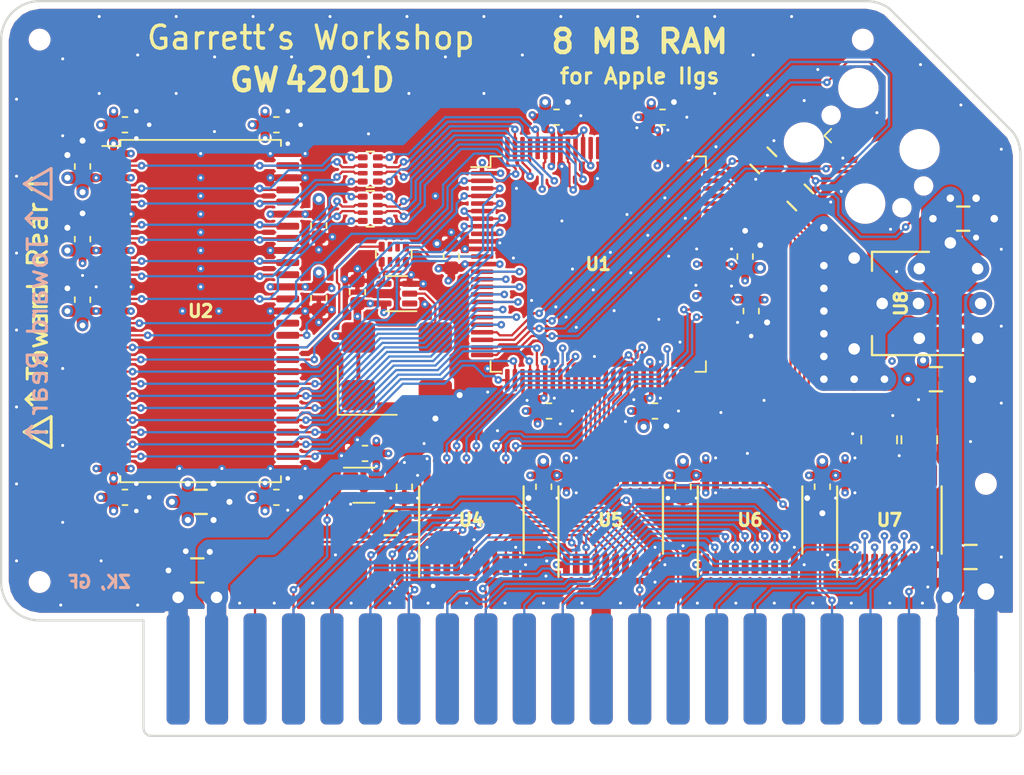
<source format=kicad_pcb>
(kicad_pcb (version 20171130) (host pcbnew "(5.1.5-0-10_14)")
  (title_block (title "GW4203D (RAM2GS II)") (date 2020-08-02) (rev 1.0) (company "Garrett's Workshop"))
  (layers (0 F.Cu signal) (1 In1.Cu power) (2 In2.Cu power) (31 B.Cu signal) (34 B.Paste user) (35 F.Paste user) (36 B.SilkS user) (37 F.SilkS user) (38 B.Mask user) (39 F.Mask user) (44 Edge.Cuts user))
  (net 0 "")
  (net 1 GND)
  (net 2 /FA15)
  (net 3 /FA14)
  (net 4 /FA13)
  (net 5 /FA12)
  (net 6 /FA11)
  (net 7 /FA10)
  (net 8 /~CRAS~)
  (net 9 /ABORT)
  (net 10 /PH2)
  (net 11 /~CSEL~)
  (net 12 /~CROMSEL~)
  (net 13 /CROW1)
  (net 14 /CROW0)
  (net 15 /~CCAS~)
  (net 16 /~FWE~)
  (net 17 /FRA1)
  (net 18 /FRA2)
  (net 19 /FRA0)
  (net 20 /FRA7)
  (net 21 /FRA5)
  (net 22 /FRA4)
  (net 23 /FRA3)
  (net 24 /FRA6)
  (net 25 /FRA8)
  (net 26 /FRA9)
  (net 27 /FD2)
  (net 28 /FD7)
  (net 29 /FD0)
  (net 30 /FD6)
  (net 31 /FD4)
  (net 32 /FD5)
  (net 33 /FD3)
  (net 34 /FD1)
  (net 35 "Net-(RN1-Pad1)")
  (net 36 /AClk)
  (net 37 /RClk)
  (net 38 "Net-(U1-Pad58)")
  (net 39 "Net-(U1-Pad61)")
  (net 40 "Net-(U1-Pad62)")
  (net 41 "Net-(U1-Pad64)")
  (net 42 "Net-(U1-Pad66)")
  (net 43 "Net-(U1-Pad75)")
  (net 44 "Net-(U1-Pad76)")
  (net 45 "Net-(U1-Pad77)")
  (net 46 "Net-(U1-Pad78)")
  (net 47 "Net-(U1-Pad81)")
  (net 48 "Net-(U1-Pad82)")
  (net 49 "Net-(U1-Pad83)")
  (net 50 "Net-(U1-Pad84)")
  (net 51 "Net-(U1-Pad85)")
  (net 52 "Net-(U1-Pad86)")
  (net 53 "Net-(U1-Pad87)")
  (net 54 "Net-(U1-Pad88)")
  (net 55 +3V3)
  (net 56 /Dout5)
  (net 57 /Dout6)
  (net 58 /Dout4)
  (net 59 /Dout7)
  (net 60 /Dout2)
  (net 61 /Dout1)
  (net 62 /Dout0)
  (net 63 /Dout3)
  (net 64 /Din3)
  (net 65 /Din0)
  (net 66 /Din1)
  (net 67 /Din2)
  (net 68 /Din7)
  (net 69 /Din4)
  (net 70 /Din6)
  (net 71 /Din5)
  (net 72 /~WE~in)
  (net 73 /Ain0)
  (net 74 /Ain2)
  (net 75 /Ain1)
  (net 76 /PH2in)
  (net 77 /~CCAS~in)
  (net 78 /CROWin0)
  (net 79 /CROWin1)
  (net 80 /~CRAS~in)
  (net 81 /RD0)
  (net 82 /RD2)
  (net 83 /RD1)
  (net 84 /RD3)
  (net 85 /RD1r)
  (net 86 /RD0r)
  (net 87 /RD2r)
  (net 88 /RD3r)
  (net 89 /RD7r)
  (net 90 /RD6r)
  (net 91 /RD4r)
  (net 92 /RD5r)
  (net 93 /RD7)
  (net 94 /RD5)
  (net 95 /RD6)
  (net 96 /RD4)
  (net 97 "Net-(U1-Pad1)")
  (net 98 /Ain7)
  (net 99 /Ain5)
  (net 100 /Ain4)
  (net 101 /Ain3)
  (net 102 /Ain6)
  (net 103 /Ain8)
  (net 104 /Ain9)
  (net 105 /DQMH)
  (net 106 /CKE)
  (net 107 /RA11)
  (net 108 /RA9)
  (net 109 /RA8)
  (net 110 /RA7)
  (net 111 /RA6)
  (net 112 /RA5)
  (net 113 /RA4)
  (net 114 /RA3)
  (net 115 /RA2)
  (net 116 /RA1)
  (net 117 /RA0)
  (net 118 /RA10)
  (net 119 /BA1)
  (net 120 /BA0)
  (net 121 /R~CS~)
  (net 122 /R~RAS~)
  (net 123 /R~CAS~)
  (net 124 /R~WE~)
  (net 125 /DQML)
  (net 126 "Net-(RN4-Pad1)")
  (net 127 "Net-(RN4-Pad3)")
  (net 128 "Net-(RN4-Pad2)")
  (net 129 "Net-(RN4-Pad4)")
  (net 130 "Net-(RN5-Pad4)")
  (net 131 "Net-(RN5-Pad2)")
  (net 132 "Net-(RN5-Pad3)")
  (net 133 "Net-(RN5-Pad1)")
  (net 134 "Net-(U10-Pad2)")
  (net 135 /TDI)
  (net 136 "Net-(J2-Pad8)")
  (net 137 "Net-(J2-Pad7)")
  (net 138 "Net-(J2-Pad6)")
  (net 139 /TMS)
  (net 140 /TDO)
  (net 141 /TCK)
  (net 142 +5V)
  (net 143 "Net-(U9-Pad1)")
  (net 144 "Net-(U10-Pad1)")
  (net 145 "Net-(R3-Pad2)")
  (net 146 "Net-(R3-Pad1)")
  (net 147 "Net-(RN1-Pad6)")
  (net 148 "Net-(RN1-Pad7)")
  (net 149 "Net-(RN1-Pad2)")
  (net 150 "Net-(RN1-Pad3)")
  (module stdpads:TSSOP-20_4.4x6.5mm_P0.65mm (layer F.Cu) (at 77.025 125.45)
    (fp_text reference U4)
    (fp_text value 74AHCT245PW)
    (fp_text user %R (at 0 0) (layer F.SilkS) (effects (font (size 0.8128 0.8128) (thickness 0.2032))))
    (pad 20 smd roundrect (at -2.925 -2.95 90) (size 1.45 0.45) (layers F.Cu F.Paste F.Mask) (net 142 +5V))
    (pad 19 smd roundrect (at -2.275 -2.95 90) (size 1.45 0.45) (layers F.Cu F.Paste F.Mask) (net 145 "Net-(R3-Pad2)"))
    (pad 18 smd roundrect (at -1.625 -2.95 90) (size 1.45 0.45) (layers F.Cu F.Paste F.Mask) (net 62 /Dout0))
    (pad 17 smd roundrect (at -0.975 -2.95 90) (size 1.45 0.45) (layers F.Cu F.Paste F.Mask) (net 57 /Dout6))
    (pad 16 smd roundrect (at -0.325 -2.95 90) (size 1.45 0.45) (layers F.Cu F.Paste F.Mask) (net 59 /Dout7))
    (pad 15 smd roundrect (at 0.325 -2.95 90) (size 1.45 0.45) (layers F.Cu F.Paste F.Mask) (net 58 /Dout4))
    (pad 14 smd roundrect (at 0.975 -2.95 90) (size 1.45 0.45) (layers F.Cu F.Paste F.Mask) (net 56 /Dout5))
    (pad 13 smd roundrect (at 1.625 -2.95 90) (size 1.45 0.45) (layers F.Cu F.Paste F.Mask) (net 63 /Dout3))
    (pad 12 smd roundrect (at 2.275 -2.95 90) (size 1.45 0.45) (layers F.Cu F.Paste F.Mask) (net 61 /Dout1))
    (pad 11 smd roundrect (at 2.925 -2.95 90) (size 1.45 0.45) (layers F.Cu F.Paste F.Mask) (net 60 /Dout2))
    (pad 10 smd roundrect (at 2.925 2.95 90) (size 1.45 0.45) (layers F.Cu F.Paste F.Mask) (net 1 GND))
    (pad 9 smd roundrect (at 2.275 2.95 90) (size 1.45 0.45) (layers F.Cu F.Paste F.Mask) (net 27 /FD2))
    (pad 8 smd roundrect (at 1.625 2.95 90) (size 1.45 0.45) (layers F.Cu F.Paste F.Mask) (net 34 /FD1))
    (pad 7 smd roundrect (at 0.975 2.95 90) (size 1.45 0.45) (layers F.Cu F.Paste F.Mask) (net 33 /FD3))
    (pad 6 smd roundrect (at 0.325 2.95 90) (size 1.45 0.45) (layers F.Cu F.Paste F.Mask) (net 32 /FD5))
    (pad 5 smd roundrect (at -0.325 2.95 90) (size 1.45 0.45) (layers F.Cu F.Paste F.Mask) (net 31 /FD4))
    (pad 4 smd roundrect (at -0.975 2.95 90) (size 1.45 0.45) (layers F.Cu F.Paste F.Mask) (net 28 /FD7))
    (pad 3 smd roundrect (at -1.625 2.95 90) (size 1.45 0.45) (layers F.Cu F.Paste F.Mask) (net 30 /FD6))
    (pad 2 smd roundrect (at -2.275 2.95 90) (size 1.45 0.45) (layers F.Cu F.Paste F.Mask) (net 29 /FD0))
    (pad 1 smd roundrect (at -2.925 2.95 90) (size 1.45 0.45) (layers F.Cu F.Paste F.Mask) (net 1 GND))
  )
  (module stdpads:SOT-353 (layer F.Cu) (at 72.1 110.5)
    (fp_text reference U10)
    (fp_text value 74LVC1G04GW)
    (pad 5 smd roundrect (at -0.85 0.65 180) (size 1 0.4) (layers F.Cu F.Paste F.Mask) (net 55 +3V3))
    (pad 4 smd roundrect (at -0.85 -0.65 180) (size 1 0.4) (layers F.Cu F.Paste F.Mask) (net 35 "Net-(RN1-Pad1)"))
    (pad 2 smd roundrect (at 0.85 0 180) (size 1 0.4) (layers F.Cu F.Paste F.Mask) (net 134 "Net-(U10-Pad2)"))
    (pad 1 smd roundrect (at 0.85 0.65 180) (size 1 0.4) (layers F.Cu F.Paste F.Mask) (net 144 "Net-(U10-Pad1)"))
    (pad 3 smd roundrect (at 0.85 -0.65 180) (size 1 0.4) (layers F.Cu F.Paste F.Mask) (net 1 GND))
  )
  (module stdpads:SOT-353 (layer F.Cu) (at 69.9 123.15 180)
    (fp_text reference U9)
    (fp_text value 74LVC1G04GW)
    (pad 5 smd roundrect (at -0.85 0.65) (size 1 0.4) (layers F.Cu F.Paste F.Mask) (net 55 +3V3))
    (pad 4 smd roundrect (at -0.85 -0.65) (size 1 0.4) (layers F.Cu F.Paste F.Mask) (net 146 "Net-(R3-Pad1)"))
    (pad 2 smd roundrect (at 0.85 0) (size 1 0.4) (layers F.Cu F.Paste F.Mask) (net 11 /~CSEL~))
    (pad 1 smd roundrect (at 0.85 0.65) (size 1 0.4) (layers F.Cu F.Paste F.Mask) (net 143 "Net-(U9-Pad1)"))
    (pad 3 smd roundrect (at 0.85 -0.65) (size 1 0.4) (layers F.Cu F.Paste F.Mask) (net 1 GND))
  )
  (module stdpads:SOT-223 (layer F.Cu) (at 105.387 111.15)
    (fp_text reference U8 (at 0 0 270) (layer F.SilkS) (effects (font (size 0.8128 0.8128) (thickness 0.2032))))
    (fp_text value AZ1117CH-3.3)
    (pad 1 smd roundrect (at 3.15 2.3 180) (size 2 1.5) (layers F.Cu F.Paste F.Mask) (roundrect_rratio 0.2) (net 1 GND))
    (pad 3 smd roundrect (at 3.15 -2.3 180) (size 2 1.5) (layers F.Cu F.Paste F.Mask) (roundrect_rratio 0.2) (net 142 +5V))
    (pad 2 smd roundrect (at 3.15 0 180) (size 2 1.5) (layers F.Cu F.Paste F.Mask) (roundrect_rratio 0.2) (net 55 +3V3))
    (pad 2 smd roundrect (at -3.15 0 180) (size 2 3.8) (layers F.Cu F.Paste F.Mask) (roundrect_rratio 0.15) (net 55 +3V3))
  )
  (module stdpads:TSSOP-20_4.4x6.5mm_P0.65mm (layer F.Cu) (at 95.425 125.45)
    (fp_text reference U6)
    (fp_text value 74LVC245APW)
    (fp_text user %R (at 0 0) (layer F.SilkS) (effects (font (size 0.8128 0.8128) (thickness 0.2032))))
    (pad 20 smd roundrect (at -2.925 -2.95 90) (size 1.45 0.45) (layers F.Cu F.Paste F.Mask) (net 55 +3V3))
    (pad 19 smd roundrect (at -2.275 -2.95 90) (size 1.45 0.45) (layers F.Cu F.Paste F.Mask) (net 1 GND))
    (pad 18 smd roundrect (at -1.625 -2.95 90) (size 1.45 0.45) (layers F.Cu F.Paste F.Mask) (net 72 /~WE~in))
    (pad 17 smd roundrect (at -0.975 -2.95 90) (size 1.45 0.45) (layers F.Cu F.Paste F.Mask) (net 73 /Ain0))
    (pad 16 smd roundrect (at -0.325 -2.95 90) (size 1.45 0.45) (layers F.Cu F.Paste F.Mask) (net 74 /Ain2))
    (pad 15 smd roundrect (at 0.325 -2.95 90) (size 1.45 0.45) (layers F.Cu F.Paste F.Mask) (net 75 /Ain1))
    (pad 14 smd roundrect (at 0.975 -2.95 90) (size 1.45 0.45) (layers F.Cu F.Paste F.Mask) (net 76 /PH2in))
    (pad 13 smd roundrect (at 1.625 -2.95 90) (size 1.45 0.45) (layers F.Cu F.Paste F.Mask) (net 77 /~CCAS~in))
    (pad 12 smd roundrect (at 2.275 -2.95 90) (size 1.45 0.45) (layers F.Cu F.Paste F.Mask) (net 78 /CROWin0))
    (pad 11 smd roundrect (at 2.925 -2.95 90) (size 1.45 0.45) (layers F.Cu F.Paste F.Mask) (net 79 /CROWin1))
    (pad 10 smd roundrect (at 2.925 2.95 90) (size 1.45 0.45) (layers F.Cu F.Paste F.Mask) (net 1 GND))
    (pad 9 smd roundrect (at 2.275 2.95 90) (size 1.45 0.45) (layers F.Cu F.Paste F.Mask) (net 13 /CROW1))
    (pad 8 smd roundrect (at 1.625 2.95 90) (size 1.45 0.45) (layers F.Cu F.Paste F.Mask) (net 14 /CROW0))
    (pad 7 smd roundrect (at 0.975 2.95 90) (size 1.45 0.45) (layers F.Cu F.Paste F.Mask) (net 15 /~CCAS~))
    (pad 6 smd roundrect (at 0.325 2.95 90) (size 1.45 0.45) (layers F.Cu F.Paste F.Mask) (net 10 /PH2))
    (pad 5 smd roundrect (at -0.325 2.95 90) (size 1.45 0.45) (layers F.Cu F.Paste F.Mask) (net 17 /FRA1))
    (pad 4 smd roundrect (at -0.975 2.95 90) (size 1.45 0.45) (layers F.Cu F.Paste F.Mask) (net 18 /FRA2))
    (pad 3 smd roundrect (at -1.625 2.95 90) (size 1.45 0.45) (layers F.Cu F.Paste F.Mask) (net 19 /FRA0))
    (pad 2 smd roundrect (at -2.275 2.95 90) (size 1.45 0.45) (layers F.Cu F.Paste F.Mask) (net 16 /~FWE~))
    (pad 1 smd roundrect (at -2.925 2.95 90) (size 1.45 0.45) (layers F.Cu F.Paste F.Mask) (net 55 +3V3))
  )
  (module stdpads:TSSOP-20_4.4x6.5mm_P0.65mm (layer F.Cu) (at 104.625 125.45)
    (fp_text reference U7)
    (fp_text value 74LVC245APW)
    (fp_text user %R (at 0 0) (layer F.SilkS) (effects (font (size 0.8128 0.8128) (thickness 0.2032))))
    (pad 20 smd roundrect (at -2.925 -2.95 90) (size 1.45 0.45) (layers F.Cu F.Paste F.Mask) (net 55 +3V3))
    (pad 19 smd roundrect (at -2.275 -2.95 90) (size 1.45 0.45) (layers F.Cu F.Paste F.Mask) (net 1 GND))
    (pad 18 smd roundrect (at -1.625 -2.95 90) (size 1.45 0.45) (layers F.Cu F.Paste F.Mask) (net 126 "Net-(RN4-Pad1)"))
    (pad 17 smd roundrect (at -0.975 -2.95 90) (size 1.45 0.45) (layers F.Cu F.Paste F.Mask) (net 128 "Net-(RN4-Pad2)"))
    (pad 16 smd roundrect (at -0.325 -2.95 90) (size 1.45 0.45) (layers F.Cu F.Paste F.Mask) (net 127 "Net-(RN4-Pad3)"))
    (pad 15 smd roundrect (at 0.325 -2.95 90) (size 1.45 0.45) (layers F.Cu F.Paste F.Mask) (net 129 "Net-(RN4-Pad4)"))
    (pad 14 smd roundrect (at 0.975 -2.95 90) (size 1.45 0.45) (layers F.Cu F.Paste F.Mask) (net 133 "Net-(RN5-Pad1)"))
    (pad 13 smd roundrect (at 1.625 -2.95 90) (size 1.45 0.45) (layers F.Cu F.Paste F.Mask) (net 131 "Net-(RN5-Pad2)"))
    (pad 12 smd roundrect (at 2.275 -2.95 90) (size 1.45 0.45) (layers F.Cu F.Paste F.Mask) (net 132 "Net-(RN5-Pad3)"))
    (pad 11 smd roundrect (at 2.925 -2.95 90) (size 1.45 0.45) (layers F.Cu F.Paste F.Mask) (net 130 "Net-(RN5-Pad4)"))
    (pad 10 smd roundrect (at 2.925 2.95 90) (size 1.45 0.45) (layers F.Cu F.Paste F.Mask) (net 1 GND))
    (pad 9 smd roundrect (at 2.275 2.95 90) (size 1.45 0.45) (layers F.Cu F.Paste F.Mask) (net 26 /FRA9))
    (pad 8 smd roundrect (at 1.625 2.95 90) (size 1.45 0.45) (layers F.Cu F.Paste F.Mask) (net 25 /FRA8))
    (pad 7 smd roundrect (at 0.975 2.95 90) (size 1.45 0.45) (layers F.Cu F.Paste F.Mask) (net 24 /FRA6))
    (pad 6 smd roundrect (at 0.325 2.95 90) (size 1.45 0.45) (layers F.Cu F.Paste F.Mask) (net 23 /FRA3))
    (pad 5 smd roundrect (at -0.325 2.95 90) (size 1.45 0.45) (layers F.Cu F.Paste F.Mask) (net 22 /FRA4))
    (pad 4 smd roundrect (at -0.975 2.95 90) (size 1.45 0.45) (layers F.Cu F.Paste F.Mask) (net 21 /FRA5))
    (pad 3 smd roundrect (at -1.625 2.95 90) (size 1.45 0.45) (layers F.Cu F.Paste F.Mask) (net 20 /FRA7))
    (pad 2 smd roundrect (at -2.275 2.95 90) (size 1.45 0.45) (layers F.Cu F.Paste F.Mask) (net 8 /~CRAS~))
    (pad 1 smd roundrect (at -2.925 2.95 90) (size 1.45 0.45) (layers F.Cu F.Paste F.Mask) (net 55 +3V3))
  )
  (module stdpads:TSSOP-20_4.4x6.5mm_P0.65mm (layer F.Cu) (at 86.225 125.45)
    (fp_text reference U5)
    (fp_text value 74LVC245APW)
    (fp_text user %R (at 0 0) (layer F.SilkS) (effects (font (size 0.8128 0.8128) (thickness 0.2032))))
    (pad 20 smd roundrect (at -2.925 -2.95 90) (size 1.45 0.45) (layers F.Cu F.Paste F.Mask) (net 55 +3V3))
    (pad 19 smd roundrect (at -2.275 -2.95 90) (size 1.45 0.45) (layers F.Cu F.Paste F.Mask) (net 1 GND))
    (pad 18 smd roundrect (at -1.625 -2.95 90) (size 1.45 0.45) (layers F.Cu F.Paste F.Mask) (net 67 /Din2))
    (pad 17 smd roundrect (at -0.975 -2.95 90) (size 1.45 0.45) (layers F.Cu F.Paste F.Mask) (net 66 /Din1))
    (pad 16 smd roundrect (at -0.325 -2.95 90) (size 1.45 0.45) (layers F.Cu F.Paste F.Mask) (net 64 /Din3))
    (pad 15 smd roundrect (at 0.325 -2.95 90) (size 1.45 0.45) (layers F.Cu F.Paste F.Mask) (net 71 /Din5))
    (pad 14 smd roundrect (at 0.975 -2.95 90) (size 1.45 0.45) (layers F.Cu F.Paste F.Mask) (net 69 /Din4))
    (pad 13 smd roundrect (at 1.625 -2.95 90) (size 1.45 0.45) (layers F.Cu F.Paste F.Mask) (net 68 /Din7))
    (pad 12 smd roundrect (at 2.275 -2.95 90) (size 1.45 0.45) (layers F.Cu F.Paste F.Mask) (net 70 /Din6))
    (pad 11 smd roundrect (at 2.925 -2.95 90) (size 1.45 0.45) (layers F.Cu F.Paste F.Mask) (net 65 /Din0))
    (pad 10 smd roundrect (at 2.925 2.95 90) (size 1.45 0.45) (layers F.Cu F.Paste F.Mask) (net 1 GND))
    (pad 9 smd roundrect (at 2.275 2.95 90) (size 1.45 0.45) (layers F.Cu F.Paste F.Mask) (net 29 /FD0))
    (pad 8 smd roundrect (at 1.625 2.95 90) (size 1.45 0.45) (layers F.Cu F.Paste F.Mask) (net 30 /FD6))
    (pad 7 smd roundrect (at 0.975 2.95 90) (size 1.45 0.45) (layers F.Cu F.Paste F.Mask) (net 28 /FD7))
    (pad 6 smd roundrect (at 0.325 2.95 90) (size 1.45 0.45) (layers F.Cu F.Paste F.Mask) (net 31 /FD4))
    (pad 5 smd roundrect (at -0.325 2.95 90) (size 1.45 0.45) (layers F.Cu F.Paste F.Mask) (net 32 /FD5))
    (pad 4 smd roundrect (at -0.975 2.95 90) (size 1.45 0.45) (layers F.Cu F.Paste F.Mask) (net 33 /FD3))
    (pad 3 smd roundrect (at -1.625 2.95 90) (size 1.45 0.45) (layers F.Cu F.Paste F.Mask) (net 34 /FD1))
    (pad 2 smd roundrect (at -2.275 2.95 90) (size 1.45 0.45) (layers F.Cu F.Paste F.Mask) (net 27 /FD2))
    (pad 1 smd roundrect (at -2.925 2.95 90) (size 1.45 0.45) (layers F.Cu F.Paste F.Mask) (net 55 +3V3))
  )
  (module stdpads:TQFP-100_14x14mm_P0.5mm (layer F.Cu) (at 85.4 108.55 270)
    (fp_text reference U1)
    (fp_text value EPM240T100C5N)
    (fp_text user %R (at 0 0) (layer F.SilkS) (effects (font (size 0.8128 0.8128) (thickness 0.2032))))
    (pad 1 smd roundrect (at -6 7.6625) (size 1.475 0.3) (layers F.Cu F.Paste F.Mask) (net 97 "Net-(U1-Pad1)"))
    (pad 2 smd roundrect (at -5.5 7.6625) (size 1.475 0.3) (layers F.Cu F.Paste F.Mask) (net 105 /DQMH))
    (pad 3 smd roundrect (at -5 7.6625) (size 1.475 0.3) (layers F.Cu F.Paste F.Mask) (net 121 /R~CS~))
    (pad 4 smd roundrect (at -4.5 7.6625) (size 1.475 0.3) (layers F.Cu F.Paste F.Mask) (net 123 /R~CAS~))
    (pad 5 smd roundrect (at -4 7.6625) (size 1.475 0.3) (layers F.Cu F.Paste F.Mask) (net 120 /BA0))
    (pad 6 smd roundrect (at -3.5 7.6625) (size 1.475 0.3) (layers F.Cu F.Paste F.Mask) (net 122 /R~RAS~))
    (pad 7 smd roundrect (at -3 7.6625) (size 1.475 0.3) (layers F.Cu F.Paste F.Mask) (net 107 /RA11))
    (pad 8 smd roundrect (at -2.5 7.6625) (size 1.475 0.3) (layers F.Cu F.Paste F.Mask) (net 106 /CKE))
    (pad 9 smd roundrect (at -2 7.6625) (size 1.475 0.3) (layers F.Cu F.Paste F.Mask) (net 55 +3V3))
    (pad 10 smd roundrect (at -1.5 7.6625) (size 1.475 0.3) (layers F.Cu F.Paste F.Mask) (net 1 GND))
    (pad 11 smd roundrect (at -1 7.6625) (size 1.475 0.3) (layers F.Cu F.Paste F.Mask) (net 1 GND))
    (pad 12 smd roundrect (at -0.5 7.6625) (size 1.475 0.3) (layers F.Cu F.Paste F.Mask) (net 36 /AClk))
    (pad 13 smd roundrect (at 0 7.6625) (size 1.475 0.3) (layers F.Cu F.Paste F.Mask) (net 55 +3V3))
    (pad 14 smd roundrect (at 0.5 7.6625) (size 1.475 0.3) (layers F.Cu F.Paste F.Mask) (net 119 /BA1))
    (pad 15 smd roundrect (at 1 7.6625) (size 1.475 0.3) (layers F.Cu F.Paste F.Mask) (net 108 /RA9))
    (pad 16 smd roundrect (at 1.5 7.6625) (size 1.475 0.3) (layers F.Cu F.Paste F.Mask) (net 118 /RA10))
    (pad 17 smd roundrect (at 2 7.6625) (size 1.475 0.3) (layers F.Cu F.Paste F.Mask) (net 109 /RA8))
    (pad 18 smd roundrect (at 2.5 7.6625) (size 1.475 0.3) (layers F.Cu F.Paste F.Mask) (net 117 /RA0))
    (pad 19 smd roundrect (at 3 7.6625) (size 1.475 0.3) (layers F.Cu F.Paste F.Mask) (net 110 /RA7))
    (pad 20 smd roundrect (at 3.5 7.6625) (size 1.475 0.3) (layers F.Cu F.Paste F.Mask) (net 116 /RA1))
    (pad 21 smd roundrect (at 4 7.6625) (size 1.475 0.3) (layers F.Cu F.Paste F.Mask) (net 111 /RA6))
    (pad 22 smd roundrect (at 4.5 7.6625) (size 1.475 0.3) (layers F.Cu F.Paste F.Mask) (net 139 /TMS))
    (pad 23 smd roundrect (at 5 7.6625) (size 1.475 0.3) (layers F.Cu F.Paste F.Mask) (net 135 /TDI))
    (pad 24 smd roundrect (at 5.5 7.6625) (size 1.475 0.3) (layers F.Cu F.Paste F.Mask) (net 141 /TCK))
    (pad 25 smd roundrect (at 6 7.6625) (size 1.475 0.3) (layers F.Cu F.Paste F.Mask) (net 140 /TDO))
    (pad 26 smd roundrect (at 7.6625 6) (size 0.3 1.475) (layers F.Cu F.Paste F.Mask) (net 113 /RA4))
    (pad 27 smd roundrect (at 7.6625 5.5) (size 0.3 1.475) (layers F.Cu F.Paste F.Mask) (net 114 /RA3))
    (pad 28 smd roundrect (at 7.6625 5) (size 0.3 1.475) (layers F.Cu F.Paste F.Mask) (net 56 /Dout5))
    (pad 29 smd roundrect (at 7.6625 4.5) (size 0.3 1.475) (layers F.Cu F.Paste F.Mask) (net 112 /RA5))
    (pad 30 smd roundrect (at 7.6625 4) (size 0.3 1.475) (layers F.Cu F.Paste F.Mask) (net 115 /RA2))
    (pad 31 smd roundrect (at 7.6625 3.5) (size 0.3 1.475) (layers F.Cu F.Paste F.Mask) (net 55 +3V3))
    (pad 32 smd roundrect (at 7.6625 3) (size 0.3 1.475) (layers F.Cu F.Paste F.Mask) (net 1 GND))
    (pad 33 smd roundrect (at 7.6625 2.5) (size 0.3 1.475) (layers F.Cu F.Paste F.Mask) (net 62 /Dout0))
    (pad 34 smd roundrect (at 7.6625 2) (size 0.3 1.475) (layers F.Cu F.Paste F.Mask) (net 57 /Dout6))
    (pad 35 smd roundrect (at 7.6625 1.5) (size 0.3 1.475) (layers F.Cu F.Paste F.Mask) (net 67 /Din2))
    (pad 36 smd roundrect (at 7.6625 1) (size 0.3 1.475) (layers F.Cu F.Paste F.Mask) (net 66 /Din1))
    (pad 37 smd roundrect (at 7.6625 0.5) (size 0.3 1.475) (layers F.Cu F.Paste F.Mask) (net 64 /Din3))
    (pad 38 smd roundrect (at 7.6625 0) (size 0.3 1.475) (layers F.Cu F.Paste F.Mask) (net 71 /Din5))
    (pad 39 smd roundrect (at 7.6625 -0.5) (size 0.3 1.475) (layers F.Cu F.Paste F.Mask) (net 69 /Din4))
    (pad 40 smd roundrect (at 7.6625 -1) (size 0.3 1.475) (layers F.Cu F.Paste F.Mask) (net 68 /Din7))
    (pad 41 smd roundrect (at 7.6625 -1.5) (size 0.3 1.475) (layers F.Cu F.Paste F.Mask) (net 70 /Din6))
    (pad 42 smd roundrect (at 7.6625 -2) (size 0.3 1.475) (layers F.Cu F.Paste F.Mask) (net 65 /Din0))
    (pad 43 smd roundrect (at 7.6625 -2.5) (size 0.3 1.475) (layers F.Cu F.Paste F.Mask) (net 59 /Dout7))
    (pad 44 smd roundrect (at 7.6625 -3) (size 0.3 1.475) (layers F.Cu F.Paste F.Mask) (net 58 /Dout4))
    (pad 45 smd roundrect (at 7.6625 -3.5) (size 0.3 1.475) (layers F.Cu F.Paste F.Mask) (net 55 +3V3))
    (pad 46 smd roundrect (at 7.6625 -4) (size 0.3 1.475) (layers F.Cu F.Paste F.Mask) (net 1 GND))
    (pad 47 smd roundrect (at 7.6625 -4.5) (size 0.3 1.475) (layers F.Cu F.Paste F.Mask) (net 63 /Dout3))
    (pad 48 smd roundrect (at 7.6625 -5) (size 0.3 1.475) (layers F.Cu F.Paste F.Mask) (net 72 /~WE~in))
    (pad 49 smd roundrect (at 7.6625 -5.5) (size 0.3 1.475) (layers F.Cu F.Paste F.Mask) (net 73 /Ain0))
    (pad 50 smd roundrect (at 7.6625 -6) (size 0.3 1.475) (layers F.Cu F.Paste F.Mask) (net 74 /Ain2))
    (pad 51 smd roundrect (at 6 -7.6625) (size 1.475 0.3) (layers F.Cu F.Paste F.Mask) (net 75 /Ain1))
    (pad 52 smd roundrect (at 5.5 -7.6625) (size 1.475 0.3) (layers F.Cu F.Paste F.Mask) (net 76 /PH2in))
    (pad 53 smd roundrect (at 5 -7.6625) (size 1.475 0.3) (layers F.Cu F.Paste F.Mask) (net 77 /~CCAS~in))
    (pad 54 smd roundrect (at 4.5 -7.6625) (size 1.475 0.3) (layers F.Cu F.Paste F.Mask) (net 78 /CROWin0))
    (pad 55 smd roundrect (at 4 -7.6625) (size 1.475 0.3) (layers F.Cu F.Paste F.Mask) (net 79 /CROWin1))
    (pad 56 smd roundrect (at 3.5 -7.6625) (size 1.475 0.3) (layers F.Cu F.Paste F.Mask) (net 60 /Dout2))
    (pad 57 smd roundrect (at 3 -7.6625) (size 1.475 0.3) (layers F.Cu F.Paste F.Mask) (net 61 /Dout1))
    (pad 58 smd roundrect (at 2.5 -7.6625) (size 1.475 0.3) (layers F.Cu F.Paste F.Mask) (net 38 "Net-(U1-Pad58)"))
    (pad 59 smd roundrect (at 2 -7.6625) (size 1.475 0.3) (layers F.Cu F.Paste F.Mask) (net 55 +3V3))
    (pad 60 smd roundrect (at 1.5 -7.6625) (size 1.475 0.3) (layers F.Cu F.Paste F.Mask) (net 1 GND))
    (pad 61 smd roundrect (at 1 -7.6625) (size 1.475 0.3) (layers F.Cu F.Paste F.Mask) (net 39 "Net-(U1-Pad61)"))
    (pad 62 smd roundrect (at 0.5 -7.6625) (size 1.475 0.3) (layers F.Cu F.Paste F.Mask) (net 40 "Net-(U1-Pad62)"))
    (pad 63 smd roundrect (at 0 -7.6625) (size 1.475 0.3) (layers F.Cu F.Paste F.Mask) (net 55 +3V3))
    (pad 64 smd roundrect (at -0.5 -7.6625) (size 1.475 0.3) (layers F.Cu F.Paste F.Mask) (net 41 "Net-(U1-Pad64)"))
    (pad 65 smd roundrect (at -1 -7.6625) (size 1.475 0.3) (layers F.Cu F.Paste F.Mask) (net 1 GND))
    (pad 66 smd roundrect (at -1.5 -7.6625) (size 1.475 0.3) (layers F.Cu F.Paste F.Mask) (net 42 "Net-(U1-Pad66)"))
    (pad 67 smd roundrect (at -2 -7.6625) (size 1.475 0.3) (layers F.Cu F.Paste F.Mask) (net 80 /~CRAS~in))
    (pad 68 smd roundrect (at -2.5 -7.6625) (size 1.475 0.3) (layers F.Cu F.Paste F.Mask) (net 98 /Ain7))
    (pad 69 smd roundrect (at -3 -7.6625) (size 1.475 0.3) (layers F.Cu F.Paste F.Mask) (net 99 /Ain5))
    (pad 70 smd roundrect (at -3.5 -7.6625) (size 1.475 0.3) (layers F.Cu F.Paste F.Mask) (net 100 /Ain4))
    (pad 71 smd roundrect (at -4 -7.6625) (size 1.475 0.3) (layers F.Cu F.Paste F.Mask) (net 101 /Ain3))
    (pad 72 smd roundrect (at -4.5 -7.6625) (size 1.475 0.3) (layers F.Cu F.Paste F.Mask) (net 102 /Ain6))
    (pad 73 smd roundrect (at -5 -7.6625) (size 1.475 0.3) (layers F.Cu F.Paste F.Mask) (net 103 /Ain8))
    (pad 74 smd roundrect (at -5.5 -7.6625) (size 1.475 0.3) (layers F.Cu F.Paste F.Mask) (net 104 /Ain9))
    (pad 75 smd roundrect (at -6 -7.6625) (size 1.475 0.3) (layers F.Cu F.Paste F.Mask) (net 43 "Net-(U1-Pad75)"))
    (pad 76 smd roundrect (at -7.6625 -6) (size 0.3 1.475) (layers F.Cu F.Paste F.Mask) (net 44 "Net-(U1-Pad76)"))
    (pad 77 smd roundrect (at -7.6625 -5.5) (size 0.3 1.475) (layers F.Cu F.Paste F.Mask) (net 45 "Net-(U1-Pad77)"))
    (pad 78 smd roundrect (at -7.6625 -5) (size 0.3 1.475) (layers F.Cu F.Paste F.Mask) (net 46 "Net-(U1-Pad78)"))
    (pad 79 smd roundrect (at -7.6625 -4.5) (size 0.3 1.475) (layers F.Cu F.Paste F.Mask) (net 1 GND))
    (pad 80 smd roundrect (at -7.6625 -4) (size 0.3 1.475) (layers F.Cu F.Paste F.Mask) (net 55 +3V3))
    (pad 81 smd roundrect (at -7.6625 -3.5) (size 0.3 1.475) (layers F.Cu F.Paste F.Mask) (net 47 "Net-(U1-Pad81)"))
    (pad 82 smd roundrect (at -7.6625 -3) (size 0.3 1.475) (layers F.Cu F.Paste F.Mask) (net 48 "Net-(U1-Pad82)"))
    (pad 83 smd roundrect (at -7.6625 -2.5) (size 0.3 1.475) (layers F.Cu F.Paste F.Mask) (net 49 "Net-(U1-Pad83)"))
    (pad 84 smd roundrect (at -7.6625 -2) (size 0.3 1.475) (layers F.Cu F.Paste F.Mask) (net 50 "Net-(U1-Pad84)"))
    (pad 85 smd roundrect (at -7.6625 -1.5) (size 0.3 1.475) (layers F.Cu F.Paste F.Mask) (net 51 "Net-(U1-Pad85)"))
    (pad 86 smd roundrect (at -7.6625 -1) (size 0.3 1.475) (layers F.Cu F.Paste F.Mask) (net 52 "Net-(U1-Pad86)"))
    (pad 87 smd roundrect (at -7.6625 -0.5) (size 0.3 1.475) (layers F.Cu F.Paste F.Mask) (net 53 "Net-(U1-Pad87)"))
    (pad 88 smd roundrect (at -7.6625 0) (size 0.3 1.475) (layers F.Cu F.Paste F.Mask) (net 54 "Net-(U1-Pad88)"))
    (pad 89 smd roundrect (at -7.6625 0.5) (size 0.3 1.475) (layers F.Cu F.Paste F.Mask) (net 87 /RD2r))
    (pad 90 smd roundrect (at -7.6625 1) (size 0.3 1.475) (layers F.Cu F.Paste F.Mask) (net 85 /RD1r))
    (pad 91 smd roundrect (at -7.6625 1.5) (size 0.3 1.475) (layers F.Cu F.Paste F.Mask) (net 92 /RD5r))
    (pad 92 smd roundrect (at -7.6625 2) (size 0.3 1.475) (layers F.Cu F.Paste F.Mask) (net 91 /RD4r))
    (pad 93 smd roundrect (at -7.6625 2.5) (size 0.3 1.475) (layers F.Cu F.Paste F.Mask) (net 1 GND))
    (pad 94 smd roundrect (at -7.6625 3) (size 0.3 1.475) (layers F.Cu F.Paste F.Mask) (net 55 +3V3))
    (pad 95 smd roundrect (at -7.6625 3.5) (size 0.3 1.475) (layers F.Cu F.Paste F.Mask) (net 90 /RD6r))
    (pad 96 smd roundrect (at -7.6625 4) (size 0.3 1.475) (layers F.Cu F.Paste F.Mask) (net 86 /RD0r))
    (pad 97 smd roundrect (at -7.6625 4.5) (size 0.3 1.475) (layers F.Cu F.Paste F.Mask) (net 89 /RD7r))
    (pad 98 smd roundrect (at -7.6625 5) (size 0.3 1.475) (layers F.Cu F.Paste F.Mask) (net 125 /DQML))
    (pad 99 smd roundrect (at -7.6625 5.5) (size 0.3 1.475) (layers F.Cu F.Paste F.Mask) (net 88 /RD3r))
    (pad 100 smd roundrect (at -7.6625 6) (size 0.3 1.475) (layers F.Cu F.Paste F.Mask) (net 124 /R~WE~))
  )
  (module stdpads:C_0603 (layer F.Cu) (at 54.15 99.35)
    (fp_text reference C17)
    (fp_text value 2u2)
    (pad 2 smd roundrect (at 0.75 0) (size 0.85 0.95) (layers F.Cu F.Paste F.Mask) (net 1 GND))
    (pad 1 smd roundrect (at -0.75 0) (size 0.85 0.95) (layers F.Cu F.Paste F.Mask) (net 55 +3V3))
  )
  (module stdpads:C_0805 (layer F.Cu) (at 59.15 124.25)
    (fp_text reference C26)
    (fp_text value 10u)
    (pad 2 smd roundrect (at 0.85 0) (size 1.05 1.4) (layers F.Cu F.Paste F.Mask) (net 1 GND))
    (pad 1 smd roundrect (at -0.85 0) (size 1.05 1.4) (layers F.Cu F.Paste F.Mask) (net 55 +3V3))
  )
  (module stdpads:C_0603 (layer F.Cu) (at 70 121.05 180)
    (fp_text reference C27)
    (fp_text value 2u2)
    (pad 2 smd roundrect (at 0.75 0 180) (size 0.85 0.95) (layers F.Cu F.Paste F.Mask) (net 1 GND))
    (pad 1 smd roundrect (at -0.75 0 180) (size 0.85 0.95) (layers F.Cu F.Paste F.Mask) (net 55 +3V3))
  )
  (module stdpads:C_0603 (layer F.Cu) (at 69.5 110.4 90)
    (fp_text reference C10)
    (fp_text value 2u2)
    (pad 2 smd roundrect (at 0.75 0 90) (size 0.85 0.95) (layers F.Cu F.Paste F.Mask) (net 1 GND))
    (pad 1 smd roundrect (at -0.75 0 90) (size 0.85 0.95) (layers F.Cu F.Paste F.Mask) (net 55 +3V3))
  )
  (module stdpads:AppleIIgsMemoryExpansion_Edge (layer F.Cu) (at 84.328 135.382)
    (fp_text reference J1)
    (fp_text value "Memory Expansion")
    (pad 1 smd roundrect (at 26.67 -0.1) (size 1.524 7.34) (layers B.Cu B.Mask) (net 1 GND))
    (pad 2 smd roundrect (at 24.13 -0.1) (size 1.524 7.34) (layers B.Cu B.Mask) (net 142 +5V))
    (pad 3 smd roundrect (at 21.59 -0.1) (size 1.524 7.34) (layers B.Cu B.Mask) (net 26 /FRA9))
    (pad 4 smd roundrect (at 19.05 -0.1) (size 1.524 7.34) (layers B.Cu B.Mask) (net 25 /FRA8))
    (pad 5 smd roundrect (at 16.51 -0.1) (size 1.524 7.34) (layers B.Cu B.Mask) (net 27 /FD2))
    (pad 6 smd roundrect (at 13.97 -0.1) (size 1.524 7.34) (layers B.Cu B.Mask) (net 24 /FRA6))
    (pad 7 smd roundrect (at 11.43 -0.1) (size 1.524 7.34) (layers B.Cu B.Mask) (net 23 /FRA3))
    (pad 8 smd roundrect (at 8.89 -0.1) (size 1.524 7.34) (layers B.Cu B.Mask) (net 22 /FRA4))
    (pad 9 smd roundrect (at 6.35 -0.1) (size 1.524 7.34) (layers B.Cu B.Mask) (net 21 /FRA5))
    (pad 10 smd roundrect (at 3.81 -0.1) (size 1.524 7.34) (layers B.Cu B.Mask) (net 20 /FRA7))
    (pad 11 smd roundrect (at 1.27 -0.1) (size 1.524 7.34) (layers B.Cu B.Mask) (net 142 +5V))
    (pad 12 smd roundrect (at -1.27 -0.1) (size 1.524 7.34) (layers B.Cu B.Mask) (net 16 /~FWE~))
    (pad 13 smd roundrect (at -3.81 -0.1) (size 1.524 7.34) (layers B.Cu B.Mask) (net 19 /FRA0))
    (pad 14 smd roundrect (at -6.35 -0.1) (size 1.524 7.34) (layers B.Cu B.Mask) (net 18 /FRA2))
    (pad 15 smd roundrect (at -8.89 -0.1) (size 1.524 7.34) (layers B.Cu B.Mask) (net 17 /FRA1))
    (pad 16 smd roundrect (at -11.43 -0.1) (size 1.524 7.34) (layers B.Cu B.Mask) (net 28 /FD7))
    (pad 17 smd roundrect (at -13.97 -0.1) (size 1.524 7.34) (layers B.Cu B.Mask) (net 15 /~CCAS~))
    (pad 18 smd roundrect (at -16.51 -0.1) (size 1.524 7.34) (layers B.Cu B.Mask) (net 14 /CROW0))
    (pad 19 smd roundrect (at -19.05 -0.1) (size 1.524 7.34) (layers B.Cu B.Mask) (net 13 /CROW1))
    (pad 20 smd roundrect (at -21.59 -0.1) (size 1.524 7.34) (layers B.Cu B.Mask) (net 12 /~CROMSEL~))
    (pad 21 smd roundrect (at -24.13 -0.1) (size 1.524 7.34) (layers B.Cu B.Mask) (net 142 +5V))
    (pad 22 smd roundrect (at -26.67 -0.1) (size 1.524 7.34) (layers B.Cu B.Mask) (net 1 GND))
    (pad 23 smd roundrect (at -26.67 -0.1) (size 1.524 7.34) (layers F.Cu F.Mask) (net 1 GND))
    (pad 24 smd roundrect (at -24.13 -0.1) (size 1.524 7.34) (layers F.Cu F.Mask) (net 142 +5V))
    (pad 25 smd roundrect (at -21.59 -0.1) (size 1.524 7.34) (layers F.Cu F.Mask) (net 29 /FD0))
    (pad 26 smd roundrect (at -19.05 -0.1) (size 1.524 7.34) (layers F.Cu F.Mask) (net 11 /~CSEL~))
    (pad 27 smd roundrect (at -16.51 -0.1) (size 1.524 7.34) (layers F.Cu F.Mask) (net 1 GND))
    (pad 28 smd roundrect (at -13.97 -0.1) (size 1.524 7.34) (layers F.Cu F.Mask) (net 30 /FD6))
    (pad 29 smd roundrect (at -11.43 -0.1) (size 1.524 7.34) (layers F.Cu F.Mask) (net 31 /FD4))
    (pad 30 smd roundrect (at -8.89 -0.1) (size 1.524 7.34) (layers F.Cu F.Mask) (net 32 /FD5))
    (pad 31 smd roundrect (at -6.35 -0.1) (size 1.524 7.34) (layers F.Cu F.Mask) (net 10 /PH2))
    (pad 32 smd roundrect (at -3.81 -0.1) (size 1.524 7.34) (layers F.Cu F.Mask) (net 9 /ABORT))
    (pad 33 smd roundrect (at -1.27 -0.1) (size 1.524 7.34) (layers F.Cu F.Mask) (net 33 /FD3))
    (pad 34 smd roundrect (at 1.27 -0.1) (size 1.524 7.34) (layers F.Cu F.Mask) (net 1 GND))
    (pad 35 smd roundrect (at 3.81 -0.1) (size 1.524 7.34) (layers F.Cu F.Mask) (net 8 /~CRAS~))
    (pad 36 smd roundrect (at 6.35 -0.1) (size 1.524 7.34) (layers F.Cu F.Mask) (net 34 /FD1))
    (pad 37 smd roundrect (at 8.89 -0.1) (size 1.524 7.34) (layers F.Cu F.Mask) (net 7 /FA10))
    (pad 38 smd roundrect (at 11.43 -0.1) (size 1.524 7.34) (layers F.Cu F.Mask) (net 6 /FA11))
    (pad 39 smd roundrect (at 13.97 -0.1) (size 1.524 7.34) (layers F.Cu F.Mask) (net 5 /FA12))
    (pad 40 smd roundrect (at 16.51 -0.1) (size 1.524 7.34) (layers F.Cu F.Mask) (net 4 /FA13))
    (pad 41 smd roundrect (at 19.05 -0.1) (size 1.524 7.34) (layers F.Cu F.Mask) (net 3 /FA14))
    (pad 42 smd roundrect (at 21.59 -0.1) (size 1.524 7.34) (layers F.Cu F.Mask) (net 2 /FA15))
    (pad 43 smd roundrect (at 24.13 -0.1) (size 1.524 7.34) (layers F.Cu F.Mask) (net 142 +5V))
    (pad 44 smd roundrect (at 26.67 -0.1) (size 1.524 7.34) (layers F.Cu F.Mask) (net 1 GND))
  )
  (module Connector:Tag-Connect_TC2050-IDC-FP_2x05_P1.27mm_Vertical (layer F.Cu) (at 103.474 101.415 315)
    (fp_text reference J2)
    (fp_text value JTAG)
    (pad "" np_thru_hole circle (at 1.905 -2.54 315) (size 2.3749 2.3749) (drill 2.3749) (layers *.Cu *.Mask))
    (pad "" np_thru_hole circle (at 1.905 2.54 315) (size 2.3749 2.3749) (drill 2.3749) (layers *.Cu *.Mask))
    (pad "" np_thru_hole circle (at -3.81 2.54 315) (size 2.3749 2.3749) (drill 2.3749) (layers *.Cu *.Mask))
    (pad "" np_thru_hole circle (at -3.81 -2.54 315) (size 2.3749 2.3749) (drill 2.3749) (layers *.Cu *.Mask))
    (pad 10 connect circle (at -2.54 -0.635 315) (size 0.7874 0.7874) (layers F.Cu F.Mask) (net 1 GND))
    (pad 9 connect circle (at -1.27 -0.635 315) (size 0.7874 0.7874) (layers F.Cu F.Mask) (net 135 /TDI))
    (pad 8 connect circle (at 0 -0.635 315) (size 0.7874 0.7874) (layers F.Cu F.Mask) (net 136 "Net-(J2-Pad8)"))
    (pad 7 connect circle (at 1.27 -0.635 315) (size 0.7874 0.7874) (layers F.Cu F.Mask) (net 137 "Net-(J2-Pad7)"))
    (pad 6 connect circle (at 2.54 -0.635 315) (size 0.7874 0.7874) (layers F.Cu F.Mask) (net 138 "Net-(J2-Pad6)"))
    (pad 5 connect circle (at 2.54 0.635 315) (size 0.7874 0.7874) (layers F.Cu F.Mask) (net 139 /TMS))
    (pad 4 connect circle (at 1.27 0.635 315) (size 0.7874 0.7874) (layers F.Cu F.Mask) (net 55 +3V3))
    (pad 3 connect circle (at 0 0.635 315) (size 0.7874 0.7874) (layers F.Cu F.Mask) (net 140 /TDO))
    (pad 2 connect circle (at -1.27 0.635 315) (size 0.7874 0.7874) (layers F.Cu F.Mask) (net 1 GND))
    (pad 1 connect circle (at -2.54 0.635 315) (size 0.7874 0.7874) (layers F.Cu F.Mask) (net 141 /TCK))
    (pad "" np_thru_hole circle (at -3.81 0 315) (size 0.9906 0.9906) (drill 0.9906) (layers *.Cu *.Mask))
    (pad "" np_thru_hole circle (at 3.81 1.016 315) (size 0.9906 0.9906) (drill 0.9906) (layers *.Cu *.Mask))
    (pad "" np_thru_hole circle (at 3.81 -1.016 315) (size 0.9906 0.9906) (drill 0.9906) (layers *.Cu *.Mask))
  )
  (module stdpads:TSOP-II-54_22.2x10.16mm_P0.8mm (layer F.Cu) (at 59.15 111.65)
    (fp_text reference U2)
    (fp_text value W9812G6KH-6)
    (fp_text user %R (at 0 0) (layer F.SilkS) (effects (font (size 0.8128 0.8128) (thickness 0.2032))))
    (pad 54 smd roundrect (at 5.75 -10.4) (size 1.51 0.458) (layers F.Cu F.Paste F.Mask) (net 1 GND))
    (pad 53 smd roundrect (at 5.75 -9.6) (size 1.51 0.458) (layers F.Cu F.Paste F.Mask) (net 81 /RD0))
    (pad 52 smd roundrect (at 5.75 -8.8) (size 1.51 0.458) (layers F.Cu F.Paste F.Mask) (net 1 GND))
    (pad 51 smd roundrect (at 5.75 -8) (size 1.51 0.458) (layers F.Cu F.Paste F.Mask) (net 83 /RD1))
    (pad 50 smd roundrect (at 5.75 -7.2) (size 1.51 0.458) (layers F.Cu F.Paste F.Mask) (net 82 /RD2))
    (pad 49 smd roundrect (at 5.75 -6.4) (size 1.51 0.458) (layers F.Cu F.Paste F.Mask) (net 55 +3V3))
    (pad 48 smd roundrect (at 5.75 -5.6) (size 1.51 0.458) (layers F.Cu F.Paste F.Mask) (net 84 /RD3))
    (pad 47 smd roundrect (at 5.75 -4.8) (size 1.51 0.458) (layers F.Cu F.Paste F.Mask) (net 96 /RD4))
    (pad 46 smd roundrect (at 5.75 -4) (size 1.51 0.458) (layers F.Cu F.Paste F.Mask) (net 1 GND))
    (pad 45 smd roundrect (at 5.75 -3.2) (size 1.51 0.458) (layers F.Cu F.Paste F.Mask) (net 94 /RD5))
    (pad 44 smd roundrect (at 5.75 -2.4) (size 1.51 0.458) (layers F.Cu F.Paste F.Mask) (net 95 /RD6))
    (pad 43 smd roundrect (at 5.75 -1.6) (size 1.51 0.458) (layers F.Cu F.Paste F.Mask) (net 55 +3V3))
    (pad 42 smd roundrect (at 5.75 -0.8) (size 1.51 0.458) (layers F.Cu F.Paste F.Mask) (net 93 /RD7))
    (pad 41 smd roundrect (at 5.75 0) (size 1.51 0.458) (layers F.Cu F.Paste F.Mask) (net 1 GND))
    (pad 40 smd roundrect (at 5.75 0.8) (size 1.51 0.458) (layers F.Cu F.Paste F.Mask))
    (pad 39 smd roundrect (at 5.75 1.6) (size 1.51 0.458) (layers F.Cu F.Paste F.Mask) (net 105 /DQMH))
    (pad 38 smd roundrect (at 5.75 2.4) (size 1.51 0.458) (layers F.Cu F.Paste F.Mask) (net 37 /RClk))
    (pad 37 smd roundrect (at 5.75 3.2) (size 1.51 0.458) (layers F.Cu F.Paste F.Mask) (net 106 /CKE))
    (pad 36 smd roundrect (at 5.75 4) (size 1.51 0.458) (layers F.Cu F.Paste F.Mask) (net 1 GND))
    (pad 35 smd roundrect (at 5.75 4.8) (size 1.51 0.458) (layers F.Cu F.Paste F.Mask) (net 107 /RA11))
    (pad 34 smd roundrect (at 5.75 5.6) (size 1.51 0.458) (layers F.Cu F.Paste F.Mask) (net 108 /RA9))
    (pad 33 smd roundrect (at 5.75 6.4) (size 1.51 0.458) (layers F.Cu F.Paste F.Mask) (net 109 /RA8))
    (pad 32 smd roundrect (at 5.75 7.2) (size 1.51 0.458) (layers F.Cu F.Paste F.Mask) (net 110 /RA7))
    (pad 31 smd roundrect (at 5.75 8) (size 1.51 0.458) (layers F.Cu F.Paste F.Mask) (net 111 /RA6))
    (pad 30 smd roundrect (at 5.75 8.8) (size 1.51 0.458) (layers F.Cu F.Paste F.Mask) (net 112 /RA5))
    (pad 29 smd roundrect (at 5.75 9.6) (size 1.51 0.458) (layers F.Cu F.Paste F.Mask) (net 113 /RA4))
    (pad 28 smd roundrect (at 5.75 10.4) (size 1.51 0.458) (layers F.Cu F.Paste F.Mask) (net 1 GND))
    (pad 27 smd roundrect (at -5.75 10.4) (size 1.51 0.458) (layers F.Cu F.Paste F.Mask) (net 55 +3V3))
    (pad 26 smd roundrect (at -5.75 9.6) (size 1.51 0.458) (layers F.Cu F.Paste F.Mask) (net 114 /RA3))
    (pad 25 smd roundrect (at -5.75 8.8) (size 1.51 0.458) (layers F.Cu F.Paste F.Mask) (net 115 /RA2))
    (pad 24 smd roundrect (at -5.75 8) (size 1.51 0.458) (layers F.Cu F.Paste F.Mask) (net 116 /RA1))
    (pad 23 smd roundrect (at -5.75 7.2) (size 1.51 0.458) (layers F.Cu F.Paste F.Mask) (net 117 /RA0))
    (pad 22 smd roundrect (at -5.75 6.4) (size 1.51 0.458) (layers F.Cu F.Paste F.Mask) (net 118 /RA10))
    (pad 21 smd roundrect (at -5.75 5.6) (size 1.51 0.458) (layers F.Cu F.Paste F.Mask) (net 119 /BA1))
    (pad 20 smd roundrect (at -5.75 4.8) (size 1.51 0.458) (layers F.Cu F.Paste F.Mask) (net 120 /BA0))
    (pad 19 smd roundrect (at -5.75 4) (size 1.51 0.458) (layers F.Cu F.Paste F.Mask) (net 121 /R~CS~))
    (pad 18 smd roundrect (at -5.75 3.2) (size 1.51 0.458) (layers F.Cu F.Paste F.Mask) (net 122 /R~RAS~))
    (pad 17 smd roundrect (at -5.75 2.4) (size 1.51 0.458) (layers F.Cu F.Paste F.Mask) (net 123 /R~CAS~))
    (pad 16 smd roundrect (at -5.75 1.6) (size 1.51 0.458) (layers F.Cu F.Paste F.Mask) (net 124 /R~WE~))
    (pad 15 smd roundrect (at -5.75 0.8) (size 1.51 0.458) (layers F.Cu F.Paste F.Mask) (net 125 /DQML))
    (pad 14 smd roundrect (at -5.75 0) (size 1.51 0.458) (layers F.Cu F.Paste F.Mask) (net 55 +3V3))
    (pad 13 smd roundrect (at -5.75 -0.8) (size 1.51 0.458) (layers F.Cu F.Paste F.Mask) (net 93 /RD7))
    (pad 12 smd roundrect (at -5.75 -1.6) (size 1.51 0.458) (layers F.Cu F.Paste F.Mask) (net 1 GND))
    (pad 11 smd roundrect (at -5.75 -2.4) (size 1.51 0.458) (layers F.Cu F.Paste F.Mask) (net 95 /RD6))
    (pad 10 smd roundrect (at -5.75 -3.2) (size 1.51 0.458) (layers F.Cu F.Paste F.Mask) (net 94 /RD5))
    (pad 9 smd roundrect (at -5.75 -4) (size 1.51 0.458) (layers F.Cu F.Paste F.Mask) (net 55 +3V3))
    (pad 8 smd roundrect (at -5.75 -4.8) (size 1.51 0.458) (layers F.Cu F.Paste F.Mask) (net 96 /RD4))
    (pad 7 smd roundrect (at -5.75 -5.6) (size 1.51 0.458) (layers F.Cu F.Paste F.Mask) (net 84 /RD3))
    (pad 6 smd roundrect (at -5.75 -6.4) (size 1.51 0.458) (layers F.Cu F.Paste F.Mask) (net 1 GND))
    (pad 5 smd roundrect (at -5.75 -7.2) (size 1.51 0.458) (layers F.Cu F.Paste F.Mask) (net 82 /RD2))
    (pad 4 smd roundrect (at -5.75 -8) (size 1.51 0.458) (layers F.Cu F.Paste F.Mask) (net 83 /RD1))
    (pad 3 smd roundrect (at -5.75 -8.8) (size 1.51 0.458) (layers F.Cu F.Paste F.Mask) (net 55 +3V3))
    (pad 2 smd roundrect (at -5.75 -9.6) (size 1.51 0.458) (layers F.Cu F.Paste F.Mask) (net 81 /RD0))
    (pad 1 smd roundrect (at -5.75 -10.4) (size 1.51 0.458) (layers F.Cu F.Paste F.Mask) (net 55 +3V3))
  )
  (module stdpads:C_0805 (layer F.Cu) (at 107.7 116.15)
    (fp_text reference C4)
    (fp_text value 10u)
    (pad 2 smd roundrect (at 0.85 0) (size 1.05 1.4) (layers F.Cu F.Paste F.Mask) (net 1 GND))
    (pad 1 smd roundrect (at -0.85 0) (size 1.05 1.4) (layers F.Cu F.Paste F.Mask) (net 55 +3V3))
  )
  (module stdpads:C_0805 (layer F.Cu) (at 109.5 105.55)
    (fp_text reference C3)
    (fp_text value 10u)
    (pad 2 smd roundrect (at 0.85 0) (size 1.05 1.4) (layers F.Cu F.Paste F.Mask) (net 1 GND))
    (pad 1 smd roundrect (at -0.85 0) (size 1.05 1.4) (layers F.Cu F.Paste F.Mask) (net 142 +5V))
  )
  (module stdpads:C_0805 (layer F.Cu) (at 109.982 127.889)
    (fp_text reference C2)
    (fp_text value 10u)
    (pad 2 smd roundrect (at 0.85 0) (size 1.05 1.4) (layers F.Cu F.Paste F.Mask) (net 1 GND))
    (pad 1 smd roundrect (at -0.85 0) (size 1.05 1.4) (layers F.Cu F.Paste F.Mask) (net 142 +5V))
  )
  (module stdpads:C_0805 (layer F.Cu) (at 58.928 128.778 180)
    (fp_text reference C1)
    (fp_text value 10u)
    (pad 2 smd roundrect (at 0.85 0 180) (size 1.05 1.4) (layers F.Cu F.Paste F.Mask) (net 1 GND))
    (pad 1 smd roundrect (at -0.85 0 180) (size 1.05 1.4) (layers F.Cu F.Paste F.Mask) (net 142 +5V))
  )
  (module stdpads:C_0603 (layer F.Cu) (at 72.6 123.25 270)
    (fp_text reference C5)
    (fp_text value 2u2)
    (pad 2 smd roundrect (at 0.75 0 270) (size 0.85 0.95) (layers F.Cu F.Paste F.Mask) (net 1 GND))
    (pad 1 smd roundrect (at -0.75 0 270) (size 0.85 0.95) (layers F.Cu F.Paste F.Mask) (net 142 +5V))
  )
  (module stdpads:C_0603 (layer F.Cu) (at 95.1 108.05 90)
    (fp_text reference C14)
    (fp_text value 2u2)
    (pad 2 smd roundrect (at 0.75 0 90) (size 0.85 0.95) (layers F.Cu F.Paste F.Mask) (net 1 GND))
    (pad 1 smd roundrect (at -0.75 0 90) (size 0.85 0.95) (layers F.Cu F.Paste F.Mask) (net 55 +3V3))
  )
  (module stdpads:C_0603 (layer F.Cu) (at 64.15 123.95)
    (fp_text reference C22)
    (fp_text value 2u2)
    (pad 2 smd roundrect (at 0.75 0) (size 0.85 0.95) (layers F.Cu F.Paste F.Mask) (net 1 GND))
    (pad 1 smd roundrect (at -0.75 0) (size 0.85 0.95) (layers F.Cu F.Paste F.Mask) (net 55 +3V3))
  )
  (module stdpads:C_0603 (layer F.Cu) (at 51.35 102.1 90)
    (fp_text reference C18)
    (fp_text value 2u2)
    (pad 2 smd roundrect (at 0.75 0 90) (size 0.85 0.95) (layers F.Cu F.Paste F.Mask) (net 1 GND))
    (pad 1 smd roundrect (at -0.75 0 90) (size 0.85 0.95) (layers F.Cu F.Paste F.Mask) (net 55 +3V3))
  )
  (module stdpads:C_0603 (layer F.Cu) (at 89.65 98.85)
    (fp_text reference C15)
    (fp_text value 2u2)
    (pad 2 smd roundrect (at 0.75 0) (size 0.85 0.95) (layers F.Cu F.Paste F.Mask) (net 1 GND))
    (pad 1 smd roundrect (at -0.75 0) (size 0.85 0.95) (layers F.Cu F.Paste F.Mask) (net 55 +3V3))
  )
  (module stdpads:C_0603 (layer F.Cu) (at 95.5 111.65 270)
    (fp_text reference C13)
    (fp_text value 2u2)
    (pad 2 smd roundrect (at 0.75 0 270) (size 0.85 0.95) (layers F.Cu F.Paste F.Mask) (net 1 GND))
    (pad 1 smd roundrect (at -0.75 0 270) (size 0.85 0.95) (layers F.Cu F.Paste F.Mask) (net 55 +3V3))
  )
  (module stdpads:C_0603 (layer F.Cu) (at 82.65 98.85)
    (fp_text reference C16)
    (fp_text value 2u2)
    (pad 2 smd roundrect (at 0.75 0) (size 0.85 0.95) (layers F.Cu F.Paste F.Mask) (net 1 GND))
    (pad 1 smd roundrect (at -0.75 0) (size 0.85 0.95) (layers F.Cu F.Paste F.Mask) (net 55 +3V3))
  )
  (module stdpads:C_0603 (layer F.Cu) (at 64.15 99.35)
    (fp_text reference C25)
    (fp_text value 2u2)
    (pad 2 smd roundrect (at 0.75 0) (size 0.85 0.95) (layers F.Cu F.Paste F.Mask) (net 1 GND))
    (pad 1 smd roundrect (at -0.75 0) (size 0.85 0.95) (layers F.Cu F.Paste F.Mask) (net 55 +3V3))
  )
  (module stdpads:C_0603 (layer F.Cu) (at 54.15 123.95)
    (fp_text reference C21)
    (fp_text value 2u2)
    (pad 2 smd roundrect (at 0.75 0) (size 0.85 0.95) (layers F.Cu F.Paste F.Mask) (net 1 GND))
    (pad 1 smd roundrect (at -0.75 0) (size 0.85 0.95) (layers F.Cu F.Paste F.Mask) (net 55 +3V3))
  )
  (module stdpads:C_0603 (layer F.Cu) (at 66.95 110.8 270)
    (fp_text reference C23)
    (fp_text value 2u2)
    (pad 2 smd roundrect (at 0.75 0 270) (size 0.85 0.95) (layers F.Cu F.Paste F.Mask) (net 1 GND))
    (pad 1 smd roundrect (at -0.75 0 270) (size 0.85 0.95) (layers F.Cu F.Paste F.Mask) (net 55 +3V3))
  )
  (module stdpads:C_0603 (layer F.Cu) (at 51.35 106.9 90)
    (fp_text reference C19)
    (fp_text value 2u2)
    (pad 2 smd roundrect (at 0.75 0 90) (size 0.85 0.95) (layers F.Cu F.Paste F.Mask) (net 1 GND))
    (pad 1 smd roundrect (at -0.75 0 90) (size 0.85 0.95) (layers F.Cu F.Paste F.Mask) (net 55 +3V3))
  )
  (module stdpads:C_0603 (layer F.Cu) (at 89.15 118.25)
    (fp_text reference C12)
    (fp_text value 2u2)
    (pad 2 smd roundrect (at 0.75 0) (size 0.85 0.95) (layers F.Cu F.Paste F.Mask) (net 1 GND))
    (pad 1 smd roundrect (at -0.75 0) (size 0.85 0.95) (layers F.Cu F.Paste F.Mask) (net 55 +3V3))
  )
  (module stdpads:C_0603 (layer F.Cu) (at 82.15 118.25)
    (fp_text reference C11)
    (fp_text value 2u2)
    (pad 2 smd roundrect (at 0.75 0) (size 0.85 0.95) (layers F.Cu F.Paste F.Mask) (net 1 GND))
    (pad 1 smd roundrect (at -0.75 0) (size 0.85 0.95) (layers F.Cu F.Paste F.Mask) (net 55 +3V3))
  )
  (module stdpads:C_0603 (layer F.Cu) (at 75.7 108.05 90)
    (fp_text reference C9)
    (fp_text value 2u2)
    (pad 2 smd roundrect (at 0.75 0 90) (size 0.85 0.95) (layers F.Cu F.Paste F.Mask) (net 1 GND))
    (pad 1 smd roundrect (at -0.75 0 90) (size 0.85 0.95) (layers F.Cu F.Paste F.Mask) (net 55 +3V3))
  )
  (module stdpads:C_0603 (layer F.Cu) (at 51.35 110.9 90)
    (fp_text reference C20)
    (fp_text value 2u2)
    (pad 2 smd roundrect (at 0.75 0 90) (size 0.85 0.95) (layers F.Cu F.Paste F.Mask) (net 1 GND))
    (pad 1 smd roundrect (at -0.75 0 90) (size 0.85 0.95) (layers F.Cu F.Paste F.Mask) (net 55 +3V3))
  )
  (module stdpads:C_0603 (layer F.Cu) (at 66.95 106 270)
    (fp_text reference C24)
    (fp_text value 2u2)
    (pad 2 smd roundrect (at 0.75 0 270) (size 0.85 0.95) (layers F.Cu F.Paste F.Mask) (net 1 GND))
    (pad 1 smd roundrect (at -0.75 0 270) (size 0.85 0.95) (layers F.Cu F.Paste F.Mask) (net 55 +3V3))
  )
  (module stdpads:C_0603 (layer F.Cu) (at 100.2 123.25 270)
    (fp_text reference C8)
    (fp_text value 2u2)
    (pad 2 smd roundrect (at 0.75 0 270) (size 0.85 0.95) (layers F.Cu F.Paste F.Mask) (net 1 GND))
    (pad 1 smd roundrect (at -0.75 0 270) (size 0.85 0.95) (layers F.Cu F.Paste F.Mask) (net 55 +3V3))
  )
  (module stdpads:C_0603 (layer F.Cu) (at 81.8 123.25 270)
    (fp_text reference C6)
    (fp_text value 2u2)
    (pad 2 smd roundrect (at 0.75 0 270) (size 0.85 0.95) (layers F.Cu F.Paste F.Mask) (net 1 GND))
    (pad 1 smd roundrect (at -0.75 0 270) (size 0.85 0.95) (layers F.Cu F.Paste F.Mask) (net 55 +3V3))
  )
  (module stdpads:C_0603 (layer F.Cu) (at 91 123.25 270)
    (fp_text reference C7)
    (fp_text value 2u2)
    (pad 2 smd roundrect (at 0.75 0 270) (size 0.85 0.95) (layers F.Cu F.Paste F.Mask) (net 1 GND))
    (pad 1 smd roundrect (at -0.75 0 270) (size 0.85 0.95) (layers F.Cu F.Paste F.Mask) (net 55 +3V3))
  )
  (module stdpads:Fiducial (layer F.Cu) (at 51.054 93.726)
    (fp_text reference FID1)
    (fp_text value Fiducial hide)
    (pad ~ smd circle (at 0 0) (size 1 1) (layers F.Cu F.Mask) (clearance 0.575))
  )
  (module stdpads:Fiducial (layer F.Cu) (at 110.998 125.603)
    (fp_text reference FID3)
    (fp_text value Fiducial hide)
    (pad ~ smd circle (at 0 0) (size 1 1) (layers F.Cu F.Mask) (clearance 0.575))
  )
  (module stdpads:Fiducial (layer F.Cu) (at 51.054 129.54)
    (fp_text reference FID4)
    (fp_text value Fiducial hide)
    (pad ~ smd circle (at 0 0) (size 1 1) (layers F.Cu F.Mask) (clearance 0.575))
  )
  (module stdpads:Fiducial (layer F.Cu) (at 100.33 93.726)
    (fp_text reference FID2)
    (fp_text value Fiducial hide)
    (pad ~ smd circle (at 0 0) (size 1 1) (layers F.Cu F.Mask) (clearance 0.575))
  )
  (module stdpads:PasteHole_1.1mm_PTH (layer F.Cu) (at 110.998 130.175)
    (fp_text reference H3)
    (fp_text value " " hide)
    (pad 1 thru_hole circle (at 0 0) (size 2 2) (drill 1.1) (layers *.Cu *.Mask) (net 1 GND))
  )
  (module stdpads:R_0805 (layer F.Cu) (at 96.3 101.7 315)
    (fp_text reference R1)
    (fp_text value 22k)
    (pad 2 smd roundrect (at 0.95 0 315) (size 0.85 1.4) (layers F.Cu F.Paste F.Mask) (net 1 GND))
    (pad 1 smd roundrect (at -0.95 0 315) (size 0.85 1.4) (layers F.Cu F.Paste F.Mask) (net 141 /TCK))
  )
  (module stdpads:R_0805 (layer F.Cu) (at 98.75 104.15 135)
    (fp_text reference R2)
    (fp_text value 22k)
    (pad 2 smd roundrect (at 0.95 0 135) (size 0.85 1.4) (layers F.Cu F.Paste F.Mask) (net 139 /TMS))
    (pad 1 smd roundrect (at -0.95 0 135) (size 0.85 1.4) (layers F.Cu F.Paste F.Mask) (net 55 +3V3))
  )
  (module stdpads:R_0805 (layer F.Cu) (at 71.7 125.65)
    (fp_text reference R3)
    (fp_text value 100)
    (pad 2 smd roundrect (at 0.95 0) (size 0.85 1.4) (layers F.Cu F.Paste F.Mask) (net 145 "Net-(R3-Pad2)"))
    (pad 1 smd roundrect (at -0.95 0) (size 0.85 1.4) (layers F.Cu F.Paste F.Mask) (net 146 "Net-(R3-Pad1)"))
  )
  (module stdpads:PasteHole_1.152mm_NPTH (layer F.Cu) (at 48.514 93.726)
    (fp_text reference H1)
    (fp_text value " " hide)
    (pad "" np_thru_hole circle (at 0 0) (size 1.152 1.152) (drill 1.152) (layers *.Cu *.Mask))
  )
  (module stdpads:PasteHole_1.152mm_NPTH (layer F.Cu) (at 102.87 93.726)
    (fp_text reference H2)
    (fp_text value " " hide)
    (pad "" np_thru_hole circle (at 0 0) (size 1.152 1.152) (drill 1.152) (layers *.Cu *.Mask))
  )
  (module stdpads:PasteHole_1.152mm_NPTH (layer F.Cu) (at 48.514 129.54)
    (fp_text reference H4)
    (fp_text value " " hide)
    (pad "" np_thru_hole circle (at 0 0) (size 1.152 1.152) (drill 1.152) (layers *.Cu *.Mask))
  )
  (module stdpads:PasteHole_1.152mm_NPTH (layer F.Cu) (at 110.998 123.063)
    (fp_text reference H5)
    (fp_text value " " hide)
    (pad "" np_thru_hole circle (at 0 0) (size 1.152 1.152) (drill 1.152) (layers *.Cu *.Mask))
  )
  (module stdpads:R4_0402 (layer F.Cu) (at 71.9 107.9)
    (fp_text reference RN1)
    (fp_text value 4x33)
    (pad 1 smd roundrect (at -0.8 0.5 90) (size 0.65 0.4) (layers F.Cu F.Paste F.Mask) (net 35 "Net-(RN1-Pad1)"))
    (pad 3 smd roundrect (at 0.25 0.5 90) (size 0.65 0.3) (layers F.Cu F.Paste F.Mask) (net 150 "Net-(RN1-Pad3)"))
    (pad 2 smd roundrect (at -0.25 0.5 90) (size 0.65 0.3) (layers F.Cu F.Paste F.Mask) (net 149 "Net-(RN1-Pad2)"))
    (pad 4 smd roundrect (at 0.8 0.5 90) (size 0.65 0.4) (layers F.Cu F.Paste F.Mask) (net 35 "Net-(RN1-Pad1)"))
    (pad 7 smd roundrect (at -0.25 -0.5 90) (size 0.65 0.3) (layers F.Cu F.Paste F.Mask) (net 148 "Net-(RN1-Pad7)"))
    (pad 8 smd roundrect (at -0.8 -0.5 90) (size 0.65 0.4) (layers F.Cu F.Paste F.Mask) (net 37 /RClk))
    (pad 6 smd roundrect (at 0.25 -0.5 90) (size 0.65 0.3) (layers F.Cu F.Paste F.Mask) (net 147 "Net-(RN1-Pad6)"))
    (pad 5 smd roundrect (at 0.8 -0.5 90) (size 0.65 0.4) (layers F.Cu F.Paste F.Mask) (net 36 /AClk))
  )
  (module stdpads:R4_0402 (layer F.Cu) (at 70.35 102.3 270)
    (fp_text reference RN2)
    (fp_text value 4x33)
    (pad 1 smd roundrect (at -0.8 0.5) (size 0.65 0.4) (layers F.Cu F.Paste F.Mask) (net 81 /RD0))
    (pad 3 smd roundrect (at 0.25 0.5) (size 0.65 0.3) (layers F.Cu F.Paste F.Mask) (net 82 /RD2))
    (pad 2 smd roundrect (at -0.25 0.5) (size 0.65 0.3) (layers F.Cu F.Paste F.Mask) (net 83 /RD1))
    (pad 4 smd roundrect (at 0.8 0.5) (size 0.65 0.4) (layers F.Cu F.Paste F.Mask) (net 84 /RD3))
    (pad 7 smd roundrect (at -0.25 -0.5) (size 0.65 0.3) (layers F.Cu F.Paste F.Mask) (net 85 /RD1r))
    (pad 8 smd roundrect (at -0.8 -0.5) (size 0.65 0.4) (layers F.Cu F.Paste F.Mask) (net 86 /RD0r))
    (pad 6 smd roundrect (at 0.25 -0.5) (size 0.65 0.3) (layers F.Cu F.Paste F.Mask) (net 87 /RD2r))
    (pad 5 smd roundrect (at 0.8 -0.5) (size 0.65 0.4) (layers F.Cu F.Paste F.Mask) (net 88 /RD3r))
  )
  (module stdpads:R4_0402 (layer F.Cu) (at 70.35 104.9 270)
    (fp_text reference RN3)
    (fp_text value 4x33)
    (pad 1 smd roundrect (at -0.8 0.5) (size 0.65 0.4) (layers F.Cu F.Paste F.Mask) (net 96 /RD4))
    (pad 3 smd roundrect (at 0.25 0.5) (size 0.65 0.3) (layers F.Cu F.Paste F.Mask) (net 95 /RD6))
    (pad 2 smd roundrect (at -0.25 0.5) (size 0.65 0.3) (layers F.Cu F.Paste F.Mask) (net 94 /RD5))
    (pad 4 smd roundrect (at 0.8 0.5) (size 0.65 0.4) (layers F.Cu F.Paste F.Mask) (net 93 /RD7))
    (pad 7 smd roundrect (at -0.25 -0.5) (size 0.65 0.3) (layers F.Cu F.Paste F.Mask) (net 92 /RD5r))
    (pad 8 smd roundrect (at -0.8 -0.5) (size 0.65 0.4) (layers F.Cu F.Paste F.Mask) (net 91 /RD4r))
    (pad 6 smd roundrect (at 0.25 -0.5) (size 0.65 0.3) (layers F.Cu F.Paste F.Mask) (net 90 /RD6r))
    (pad 5 smd roundrect (at 0.8 -0.5) (size 0.65 0.4) (layers F.Cu F.Paste F.Mask) (net 89 /RD7r))
  )
  (module stdpads:R4_0402 (layer F.Cu) (at 103.95 120.15)
    (fp_text reference RN4)
    (fp_text value 4x33)
    (pad 1 smd roundrect (at -0.8 0.5 90) (size 0.65 0.4) (layers F.Cu F.Paste F.Mask) (net 126 "Net-(RN4-Pad1)"))
    (pad 3 smd roundrect (at 0.25 0.5 90) (size 0.65 0.3) (layers F.Cu F.Paste F.Mask) (net 127 "Net-(RN4-Pad3)"))
    (pad 2 smd roundrect (at -0.25 0.5 90) (size 0.65 0.3) (layers F.Cu F.Paste F.Mask) (net 128 "Net-(RN4-Pad2)"))
    (pad 4 smd roundrect (at 0.8 0.5 90) (size 0.65 0.4) (layers F.Cu F.Paste F.Mask) (net 129 "Net-(RN4-Pad4)"))
    (pad 7 smd roundrect (at -0.25 -0.5 90) (size 0.65 0.3) (layers F.Cu F.Paste F.Mask) (net 98 /Ain7))
    (pad 8 smd roundrect (at -0.8 -0.5 90) (size 0.65 0.4) (layers F.Cu F.Paste F.Mask) (net 80 /~CRAS~in))
    (pad 6 smd roundrect (at 0.25 -0.5 90) (size 0.65 0.3) (layers F.Cu F.Paste F.Mask) (net 99 /Ain5))
    (pad 5 smd roundrect (at 0.8 -0.5 90) (size 0.65 0.4) (layers F.Cu F.Paste F.Mask) (net 100 /Ain4))
  )
  (module stdpads:R4_0402 (layer F.Cu) (at 106.6 120.15)
    (fp_text reference RN5)
    (fp_text value 4x33)
    (pad 1 smd roundrect (at -0.8 0.5 90) (size 0.65 0.4) (layers F.Cu F.Paste F.Mask) (net 133 "Net-(RN5-Pad1)"))
    (pad 3 smd roundrect (at 0.25 0.5 90) (size 0.65 0.3) (layers F.Cu F.Paste F.Mask) (net 132 "Net-(RN5-Pad3)"))
    (pad 2 smd roundrect (at -0.25 0.5 90) (size 0.65 0.3) (layers F.Cu F.Paste F.Mask) (net 131 "Net-(RN5-Pad2)"))
    (pad 4 smd roundrect (at 0.8 0.5 90) (size 0.65 0.4) (layers F.Cu F.Paste F.Mask) (net 130 "Net-(RN5-Pad4)"))
    (pad 7 smd roundrect (at -0.25 -0.5 90) (size 0.65 0.3) (layers F.Cu F.Paste F.Mask) (net 102 /Ain6))
    (pad 8 smd roundrect (at -0.8 -0.5 90) (size 0.65 0.4) (layers F.Cu F.Paste F.Mask) (net 101 /Ain3))
    (pad 6 smd roundrect (at 0.25 -0.5 90) (size 0.65 0.3) (layers F.Cu F.Paste F.Mask) (net 103 /Ain8))
    (pad 5 smd roundrect (at 0.8 -0.5 90) (size 0.65 0.4) (layers F.Cu F.Paste F.Mask) (net 104 /Ain9))
  )
  (module stdpads:Crystal_SMD_7050-4Pin_7.0x5.0mm_SiTime (layer F.Cu) (at 72.1 115.3)
    (fp_text reference U3)
    (fp_text value 60M)
    (pad 4 smd roundrect (at -2.54 -1.905) (size 2.2 2) (layers F.Cu F.Paste F.Mask) (roundrect_rratio 0.15) (net 55 +3V3))
    (pad 3 smd roundrect (at 2.54 -1.905) (size 2.2 2) (layers F.Cu F.Paste F.Mask) (roundrect_rratio 0.15) (net 134 "Net-(U10-Pad2)"))
    (pad 2 smd roundrect (at 2.54 1.905) (size 2.2 2) (layers F.Cu F.Paste F.Mask) (roundrect_rratio 0.15) (net 1 GND))
    (pad 1 smd roundrect (at -2.54 1.905) (size 2.2 2) (layers F.Cu F.Paste F.Mask) (roundrect_rratio 0.15) (net 55 +3V3))
  )
  (gr_line (start 48.895 103.251) (end 47.625 103.251) (layer F.SilkS) (width 0.2))
  (gr_line (start 47.625 119.634) (end 48.006 119.253) (layer B.SilkS) (width 0.2))
  (gr_line (start 47.498 103.251) (end 49.276 102.235) (layer B.SilkS) (width 0.2))
  (gr_line (start 49.276 102.235) (end 49.276 104.267) (layer B.SilkS) (width 0.2))
  (gr_line (start 47.625 103.251) (end 48.006 103.632) (layer F.SilkS) (width 0.2))
  (gr_line (start 48.895 117.475) (end 47.625 117.475) (layer F.SilkS) (width 0.2))
  (gr_line (start 47.625 103.251) (end 48.006 102.87) (layer F.SilkS) (width 0.2))
  (gr_line (start 49.276 120.65) (end 49.276 118.618) (layer F.SilkS) (width 0.2))
  (gr_line (start 49.276 118.618) (end 47.498 119.634) (layer F.SilkS) (width 0.2))
  (gr_line (start 47.498 119.634) (end 49.276 120.65) (layer F.SilkS) (width 0.2))
  (gr_line (start 47.625 105.537) (end 48.006 105.156) (layer B.SilkS) (width 0.2))
  (gr_line (start 48.895 105.537) (end 47.625 105.537) (layer B.SilkS) (width 0.2))
  (gr_line (start 47.625 119.634) (end 48.006 120.015) (layer B.SilkS) (width 0.2))
  (gr_line (start 48.895 119.634) (end 47.625 119.634) (layer B.SilkS) (width 0.2))
  (gr_line (start 47.625 117.475) (end 48.006 117.856) (layer F.SilkS) (width 0.2))
  (gr_line (start 47.625 105.537) (end 48.006 105.918) (layer B.SilkS) (width 0.2))
  (gr_line (start 49.276 104.267) (end 47.498 103.251) (layer B.SilkS) (width 0.2))
  (gr_line (start 47.625 117.475) (end 48.006 117.094) (layer F.SilkS) (width 0.2))
  (gr_text "Toward Rear" (at 48.387 110.363 90) (layer F.SilkS) (effects (font (size 1.27 1.27) (thickness 0.2))))
  (gr_text "Toward Rear" (at 48.387 112.649 90) (layer B.SilkS) (effects (font (size 1.27 1.27) (thickness 0.2)) (justify mirror)))
  (gr_text ! (at 48.641 119.634 90) (layer F.SilkS) (effects (font (size 0.762 0.762) (thickness 0.1905))))
  (gr_text ! (at 48.641 103.251 90) (layer B.SilkS) (effects (font (size 0.762 0.762) (thickness 0.1905)) (justify mirror)))
  (gr_text 4201D (at 64.516 96.393) (layer F.SilkS) (effects (font (size 1.5 1.5) (thickness 0.3)) (justify left)))
  (gr_text "for Apple IIgs" (at 88.138 96.139) (layer F.SilkS) (effects (font (size 1.016 1.016) (thickness 0.2032))))
  (gr_text GW (at 64.516 96.393) (layer F.SilkS) (effects (font (size 1.5 1.5) (thickness 0.3)) (justify right)))
  (gr_text "ZK, GF" (at 52.451 129.54) (layer B.SilkS) (effects (font (size 0.8128 0.8128) (thickness 0.2032)) (justify mirror)))
  (gr_text "Garrett’s Workshop" (at 66.421 93.599) (layer F.SilkS) (effects (font (size 1.524 1.524) (thickness 0.225))))
  (gr_arc (start 112.776 139.192) (end 112.776 139.7) (angle -90) (layer Edge.Cuts) (width 0.15))
  (gr_arc (start 55.88 139.192) (end 55.372 139.192) (angle -90) (layer Edge.Cuts) (width 0.15))
  (gr_line (start 103.124 91.186) (end 48.514 91.186) (angle 90) (layer Edge.Cuts) (width 0.15))
  (gr_arc (start 48.514 93.726) (end 48.514 91.186) (angle -90) (layer Edge.Cuts) (width 0.15))
  (gr_arc (start 103.124 93.726) (end 103.124 91.186) (angle 36.86991118) (layer Edge.Cuts) (width 0.15))
  (gr_line (start 112.776 99.822) (end 104.648 91.694) (layer Edge.Cuts) (width 0.15))
  (gr_arc (start 110.744 101.346) (end 113.284 101.346) (angle -36.86989765) (layer Edge.Cuts) (width 0.15))
  (gr_text "8 MB RAM" (at 88.138 93.853) (layer F.SilkS) (effects (font (size 1.524 1.524) (thickness 0.3))))
  (gr_line (start 113.284 139.192) (end 113.284 101.346) (angle 90) (layer Edge.Cuts) (width 0.15))
  (gr_arc (start 48.514 129.54) (end 45.974 129.54) (angle -90) (layer Edge.Cuts) (width 0.15))
  (gr_line (start 48.514 132.08) (end 55.372 132.08) (layer Edge.Cuts) (width 0.15))
  (gr_line (start 45.974 129.54) (end 45.974 93.726) (layer Edge.Cuts) (width 0.15))
  (gr_line (start 55.372 139.192) (end 55.372 132.08) (layer Edge.Cuts) (width 0.15))
  (gr_line (start 112.776 139.7) (end 55.88 139.7) (layer Edge.Cuts) (width 0.15))
  (via (at 80 103.55) (size 0.5) (drill 0.2) (layers F.Cu B.Cu) (net 1))
  (via (at 85.35 102.9) (size 0.5) (drill 0.2) (layers F.Cu B.Cu) (net 1))
  (via (at 78.9 107.15) (size 0.5) (drill 0.2) (layers F.Cu B.Cu) (net 1))
  (via (at 91.85 109.95) (size 0.5) (drill 0.2) (layers F.Cu B.Cu) (net 1))
  (segment (start 91.95 110.05) (end 91.85 109.95) (width 0.3) (layer F.Cu) (net 1))
  (segment (start 93.075 110.05) (end 91.95 110.05) (width 0.3) (layer F.Cu) (net 1))
  (segment (start 77.725 107.05) (end 78.8 107.05) (width 0.3) (layer F.Cu) (net 1))
  (segment (start 78.8 107.05) (end 78.9 107.15) (width 0.3) (layer F.Cu) (net 1))
  (segment (start 64.9 102.85) (end 63.75 102.85) (width 0.45) (layer F.Cu) (net 1))
  (via (at 63.75 102.85) (size 0.5) (drill 0.2) (layers F.Cu B.Cu) (net 1))
  (via (at 66.05 102.85) (size 0.5) (drill 0.2) (layers F.Cu B.Cu) (net 1))
  (segment (start 64.9 102.85) (end 66.05 102.85) (width 0.45) (layer F.Cu) (net 1))
  (via (at 99.2 124) (size 0.762) (drill 0.381) (layers F.Cu B.Cu) (net 1))
  (via (at 79.95 127.25) (size 0.5) (drill 0.2) (layers F.Cu B.Cu) (net 1))
  (via (at 80.6 128.4) (size 0.5) (drill 0.2) (layers F.Cu B.Cu) (net 1))
  (segment (start 79.95 128.4) (end 80.6 128.4) (width 0.45) (layer F.Cu) (net 1))
  (segment (start 72.575 124) (end 73.475 124) (width 0.508) (layer F.Cu) (net 1))
  (segment (start 79.95 128.4) (end 79.95 127.25) (width 0.45) (layer F.Cu) (net 1))
  (segment (start 81.775 124) (end 80.8 124) (width 0.762) (layer F.Cu) (net 1))
  (via (at 82.675 124) (size 0.5) (drill 0.2) (layers F.Cu B.Cu) (net 1))
  (segment (start 81.775 124) (end 82.675 124) (width 0.508) (layer F.Cu) (net 1))
  (via (at 80.8 124) (size 0.762) (drill 0.381) (layers F.Cu B.Cu) (net 1))
  (via (at 73.475 124) (size 0.5) (drill 0.2) (layers F.Cu B.Cu) (net 1))
  (via (at 91.875 124) (size 0.5) (drill 0.2) (layers F.Cu B.Cu) (net 1))
  (segment (start 90.975 124) (end 91.875 124) (width 0.508) (layer F.Cu) (net 1))
  (via (at 74.1 127.25) (size 0.5) (drill 0.2) (layers F.Cu B.Cu) (net 1))
  (segment (start 74.1 128.4) (end 74.1 127.25) (width 0.45) (layer F.Cu) (net 1))
  (via (at 101.075 124) (size 0.5) (drill 0.2) (layers F.Cu B.Cu) (net 1))
  (segment (start 100.175 124) (end 101.075 124) (width 0.508) (layer F.Cu) (net 1))
  (segment (start 100.175 124) (end 99.2 124) (width 0.762) (layer F.Cu) (net 1))
  (segment (start 100.2 124) (end 100.2 125) (width 0.8) (layer F.Cu) (net 1))
  (via (at 100.2 125) (size 0.8) (drill 0.4) (layers F.Cu B.Cu) (net 1))
  (segment (start 90.4 98.85) (end 90.4 97.85) (width 0.762) (layer F.Cu) (net 1))
  (via (at 89.9 119.25) (size 0.762) (drill 0.381) (layers F.Cu B.Cu) (net 1))
  (via (at 76.6 107.55) (size 0.5) (drill 0.2) (layers F.Cu B.Cu) (net 1))
  (via (at 94.2 107.55) (size 0.5) (drill 0.2) (layers F.Cu B.Cu) (net 1))
  (via (at 90 99.7) (size 0.5) (drill 0.2) (layers F.Cu B.Cu) (net 1))
  (via (at 83.4 97.85) (size 0.762) (drill 0.381) (layers F.Cu B.Cu) (net 1))
  (segment (start 83.4 98.85) (end 83.4 97.85) (width 0.762) (layer F.Cu) (net 1))
  (via (at 90.4 97.85) (size 0.762) (drill 0.381) (layers F.Cu B.Cu) (net 1))
  (via (at 83 102.1) (size 0.5) (drill 0.2) (layers F.Cu B.Cu) (net 1))
  (via (at 90 102.05) (size 0.5) (drill 0.2) (layers F.Cu B.Cu) (net 1))
  (via (at 89.5 115) (size 0.5) (drill 0.2) (layers F.Cu B.Cu) (net 1))
  (segment (start 89.9 118.25) (end 89.9 119.25) (width 0.762) (layer F.Cu) (net 1))
  (segment (start 94.2 107.55) (end 94.45 107.3) (width 0.508) (layer F.Cu) (net 1))
  (via (at 54.55 105.25) (size 0.5) (drill 0.2) (layers F.Cu B.Cu) (net 1))
  (segment (start 94.45 107.3) (end 95.1 107.3) (width 0.508) (layer F.Cu) (net 1))
  (via (at 82.55 114.95) (size 0.5) (drill 0.2) (layers F.Cu B.Cu) (net 1))
  (segment (start 76.35 107.3) (end 76.6 107.55) (width 0.508) (layer F.Cu) (net 1))
  (segment (start 75.7 107.3) (end 76.35 107.3) (width 0.508) (layer F.Cu) (net 1))
  (segment (start 53.4 105.25) (end 54.55 105.25) (width 0.45) (layer F.Cu) (net 1))
  (via (at 84.25 98.75) (size 0.5) (drill 0.2) (layers F.Cu B.Cu) (net 1))
  (via (at 87.95 99.55) (size 0.5) (drill 0.2) (layers F.Cu B.Cu) (net 1))
  (via (at 96.1 107.3) (size 0.762) (drill 0.381) (layers F.Cu B.Cu) (net 1))
  (segment (start 95.1 107.3) (end 96.1 107.3) (width 0.762) (layer F.Cu) (net 1))
  (segment (start 95.1 107.3) (end 95.1 106.35) (width 0.762) (layer F.Cu) (net 1))
  (via (at 95.1 106.35) (size 0.762) (drill 0.381) (layers F.Cu B.Cu) (net 1))
  (via (at 94.6 112.4) (size 0.5) (drill 0.2) (layers F.Cu B.Cu) (net 1))
  (segment (start 95.5 112.4) (end 94.6 112.4) (width 0.5) (layer F.Cu) (net 1))
  (segment (start 91.25 98.85) (end 90.4 98.85) (width 0.508) (layer F.Cu) (net 1))
  (via (at 91.25 98.85) (size 0.5) (drill 0.2) (layers F.Cu B.Cu) (net 1))
  (segment (start 84.15 98.85) (end 84.25 98.75) (width 0.508) (layer F.Cu) (net 1))
  (segment (start 83.4 98.85) (end 84.15 98.85) (width 0.508) (layer F.Cu) (net 1))
  (segment (start 51.35 106.15) (end 50.35 106.15) (width 0.8) (layer F.Cu) (net 1))
  (segment (start 51.35 101.35) (end 51.35 100.4) (width 0.8) (layer F.Cu) (net 1))
  (via (at 51.35 100.4) (size 0.8) (drill 0.4) (layers F.Cu B.Cu) (net 1))
  (segment (start 51.35 101.35) (end 50.35 101.35) (width 0.8) (layer F.Cu) (net 1))
  (via (at 60.06 99.799) (size 0.5) (drill 0.2) (layers F.Cu B.Cu) (net 1))
  (segment (start 82.9 99.9) (end 83 99.8) (width 0.3) (layer F.Cu) (net 1))
  (segment (start 83 99.7) (end 83.05 99.7) (width 0.254) (layer F.Cu) (net 1))
  (segment (start 82.9 100.875) (end 82.9 99.9) (width 0.3) (layer F.Cu) (net 1))
  (segment (start 83 99.8) (end 83 99.7) (width 0.3) (layer F.Cu) (net 1))
  (via (at 59.15 105.25) (size 0.5) (drill 0.2) (layers F.Cu B.Cu) (net 1))
  (via (at 59.15 101.25) (size 0.5) (drill 0.2) (layers F.Cu B.Cu) (net 1))
  (via (at 59.15 102.85) (size 0.5) (drill 0.2) (layers F.Cu B.Cu) (net 1))
  (via (at 59.15 107.65) (size 0.5) (drill 0.2) (layers F.Cu B.Cu) (net 1))
  (via (at 59.15 110.05) (size 0.5) (drill 0.2) (layers F.Cu B.Cu) (net 1))
  (via (at 60.35 111.65) (size 0.5) (drill 0.2) (layers F.Cu B.Cu) (net 1))
  (via (at 57.95 111.65) (size 0.5) (drill 0.2) (layers F.Cu B.Cu) (net 1))
  (segment (start 89.9 100.875) (end 89.9 99.9) (width 0.3) (layer F.Cu) (net 1))
  (segment (start 82.9 100.875) (end 82.9 102) (width 0.3) (layer F.Cu) (net 1))
  (segment (start 90.35 99.7) (end 90 99.7) (width 0.4) (layer F.Cu) (net 1))
  (segment (start 90.4 99.65) (end 90.35 99.7) (width 0.4) (layer F.Cu) (net 1))
  (segment (start 89.9 99.9) (end 90 99.8) (width 0.3) (layer F.Cu) (net 1))
  (segment (start 89.9 100.875) (end 89.9 101.95) (width 0.3) (layer F.Cu) (net 1))
  (segment (start 90 99.8) (end 90 99.7) (width 0.3) (layer F.Cu) (net 1))
  (segment (start 82.9 102) (end 83 102.1) (width 0.3) (layer F.Cu) (net 1))
  (segment (start 90.4 98.85) (end 90.4 99.65) (width 0.5) (layer F.Cu) (net 1))
  (segment (start 90 99.7) (end 90.05 99.7) (width 0.254) (layer F.Cu) (net 1))
  (segment (start 89.9 101.95) (end 90 102.05) (width 0.3) (layer F.Cu) (net 1))
  (segment (start 89.4 116.225) (end 89.4 115.1) (width 0.3) (layer F.Cu) (net 1))
  (segment (start 82.4 115.1) (end 82.55 114.95) (width 0.3) (layer F.Cu) (net 1))
  (segment (start 82.4 116.225) (end 82.4 115.1) (width 0.3) (layer F.Cu) (net 1))
  (segment (start 89.4 115.1) (end 89.5 115) (width 0.3) (layer F.Cu) (net 1))
  (segment (start 77.725 107.55) (end 76.6 107.55) (width 0.3) (layer F.Cu) (net 1))
  (via (at 51.35 109.3) (size 0.5) (drill 0.2) (layers F.Cu B.Cu) (net 1))
  (via (at 51.35 105.2) (size 0.762) (drill 0.381) (layers F.Cu B.Cu) (net 1))
  (segment (start 51.35 110.15) (end 51.35 109.3) (width 0.508) (layer F.Cu) (net 1))
  (segment (start 51.4 105.25) (end 51.35 105.2) (width 0.508) (layer F.Cu) (net 1))
  (segment (start 51.35 110.15) (end 50.35 110.15) (width 0.762) (layer F.Cu) (net 1))
  (segment (start 53.4 105.25) (end 51.4 105.25) (width 0.508) (layer F.Cu) (net 1))
  (segment (start 66.15 111.55) (end 66.05 111.65) (width 0.508) (layer F.Cu) (net 1))
  (segment (start 64.9 111.65) (end 63.75 111.65) (width 0.45) (layer F.Cu) (net 1))
  (segment (start 66.95 111.55) (end 66.15 111.55) (width 0.508) (layer F.Cu) (net 1))
  (segment (start 52.15 110.15) (end 52.25 110.05) (width 0.508) (layer F.Cu) (net 1))
  (via (at 63.75 111.65) (size 0.5) (drill 0.2) (layers F.Cu B.Cu) (net 1))
  (segment (start 51.35 106.15) (end 51.35 105.2) (width 0.762) (layer F.Cu) (net 1))
  (segment (start 51.35 110.15) (end 52.15 110.15) (width 0.508) (layer F.Cu) (net 1))
  (segment (start 82.9 118.25) (end 82.9 117.45) (width 0.5) (layer F.Cu) (net 1))
  (segment (start 82.55 117.35) (end 82.9 117.35) (width 0.3) (layer F.Cu) (net 1))
  (segment (start 82.5 117.4) (end 82.55 117.35) (width 0.3) (layer F.Cu) (net 1))
  (segment (start 82.4 117.2) (end 82.5 117.3) (width 0.3) (layer F.Cu) (net 1))
  (segment (start 82.5 117.3) (end 82.5 117.4) (width 0.3) (layer F.Cu) (net 1))
  (segment (start 82.9 117.35) (end 82.9 117.45) (width 0.3) (layer F.Cu) (net 1))
  (segment (start 89.55 117.35) (end 89.9 117.35) (width 0.3) (layer F.Cu) (net 1))
  (via (at 83 99.7) (size 0.5) (drill 0.2) (layers F.Cu B.Cu) (net 1))
  (via (at 89.5 117.4) (size 0.5) (drill 0.2) (layers F.Cu B.Cu) (net 1))
  (via (at 82.5 117.4) (size 0.5) (drill 0.2) (layers F.Cu B.Cu) (net 1))
  (segment (start 82.4 116.225) (end 82.4 117.2) (width 0.3) (layer F.Cu) (net 1))
  (segment (start 89.9 117.35) (end 89.9 117.45) (width 0.3) (layer F.Cu) (net 1))
  (segment (start 89.5 117.3) (end 89.5 117.4) (width 0.3) (layer F.Cu) (net 1))
  (segment (start 89.9 118.25) (end 89.9 117.45) (width 0.5) (layer F.Cu) (net 1))
  (segment (start 89.4 116.225) (end 89.4 117.2) (width 0.3) (layer F.Cu) (net 1))
  (segment (start 89.4 117.2) (end 89.5 117.3) (width 0.3) (layer F.Cu) (net 1))
  (segment (start 89.5 117.4) (end 89.55 117.35) (width 0.3) (layer F.Cu) (net 1))
  (via (at 59.15 104.05) (size 0.5) (drill 0.2) (layers F.Cu B.Cu) (net 1))
  (segment (start 83.2 103.3) (end 83.099999 103.400001) (width 0.5) (layer B.Cu) (net 1))
  (via (at 57.75 122.05) (size 0.5) (drill 0.2) (layers F.Cu B.Cu) (net 1))
  (segment (start 83.2 102.3) (end 83.2 103.3) (width 0.5) (layer B.Cu) (net 1))
  (segment (start 83.2 103.3) (end 82.95 103.7) (width 0.5) (layer B.Cu) (net 1))
  (via (at 59.15 106.45) (size 0.5) (drill 0.2) (layers F.Cu B.Cu) (net 1))
  (via (at 60.55 122.05) (size 0.5) (drill 0.2) (layers F.Cu B.Cu) (net 1))
  (segment (start 83.2 103.3) (end 82.8 103.7) (width 0.5) (layer B.Cu) (net 1))
  (segment (start 83 102.1) (end 83.2 102.3) (width 0.5) (layer B.Cu) (net 1))
  (segment (start 83.099999 103.400001) (end 83.099999 103.949999) (width 0.5) (layer B.Cu) (net 1))
  (segment (start 82.95 103.7) (end 82.35 103.7) (width 0.5) (layer B.Cu) (net 1))
  (via (at 59.15 108.85) (size 0.5) (drill 0.2) (layers F.Cu B.Cu) (net 1))
  (via (at 63.75 107.65) (size 0.5) (drill 0.2) (layers F.Cu B.Cu) (net 1))
  (via (at 66.05 111.65) (size 0.5) (drill 0.2) (layers F.Cu B.Cu) (net 1))
  (segment (start 64.9 107.65) (end 63.75 107.65) (width 0.45) (layer F.Cu) (net 1))
  (segment (start 64.9 111.65) (end 66.05 111.65) (width 0.45) (layer F.Cu) (net 1))
  (segment (start 83.4 99.65) (end 83.35 99.7) (width 0.4) (layer F.Cu) (net 1))
  (segment (start 83.35 99.7) (end 83 99.7) (width 0.4) (layer F.Cu) (net 1))
  (segment (start 83.4 98.85) (end 83.4 99.65) (width 0.5) (layer F.Cu) (net 1))
  (segment (start 53.4 110.05) (end 52.25 110.05) (width 0.45) (layer F.Cu) (net 1))
  (via (at 54.55 110.05) (size 0.5) (drill 0.2) (layers F.Cu B.Cu) (net 1))
  (segment (start 64.9 101.25) (end 63.75 101.25) (width 0.45) (layer F.Cu) (net 1))
  (segment (start 53.4 110.05) (end 54.55 110.05) (width 0.45) (layer F.Cu) (net 1))
  (via (at 52.25 110.05) (size 0.5) (drill 0.2) (layers F.Cu B.Cu) (net 1))
  (segment (start 64.9 101.25) (end 66.05 101.25) (width 0.45) (layer F.Cu) (net 1))
  (via (at 63.75 101.25) (size 0.5) (drill 0.2) (layers F.Cu B.Cu) (net 1))
  (via (at 66.05 101.25) (size 0.5) (drill 0.2) (layers F.Cu B.Cu) (net 1))
  (segment (start 93.075 107.55) (end 94.2 107.55) (width 0.3) (layer F.Cu) (net 1))
  (via (at 90 124) (size 0.6) (drill 0.3) (layers F.Cu B.Cu) (net 1))
  (segment (start 90.975 124) (end 90 124) (width 0.6) (layer F.Cu) (net 1))
  (via (at 98.35 127.25) (size 0.5) (drill 0.2) (layers F.Cu B.Cu) (net 1))
  (via (at 99 128.4) (size 0.5) (drill 0.2) (layers F.Cu B.Cu) (net 1))
  (segment (start 89.15 128.4) (end 89.15 129.55) (width 0.45) (layer F.Cu) (net 1))
  (via (at 89.15 127.25) (size 0.5) (drill 0.2) (layers F.Cu B.Cu) (net 1))
  (via (at 89.8 128.4) (size 0.5) (drill 0.2) (layers F.Cu B.Cu) (net 1))
  (segment (start 89.15 128.4) (end 89.8 128.4) (width 0.45) (layer F.Cu) (net 1))
  (segment (start 89.15 128.4) (end 89.15 127.25) (width 0.45) (layer F.Cu) (net 1))
  (via (at 89.15 129.55) (size 0.5) (drill 0.2) (layers F.Cu B.Cu) (net 1))
  (via (at 63.75 122.05) (size 0.5) (drill 0.2) (layers F.Cu B.Cu) (net 1))
  (segment (start 64.9 122.05) (end 63.75 122.05) (width 0.45) (layer F.Cu) (net 1))
  (segment (start 64.9 122.05) (end 66.05 122.05) (width 0.45) (layer F.Cu) (net 1))
  (via (at 66.05 122.05) (size 0.5) (drill 0.2) (layers F.Cu B.Cu) (net 1))
  (segment (start 57.658 135.382) (end 57.658 130.556) (width 1.27) (layer F.Cu) (net 1))
  (segment (start 57.658 130.556) (end 57.658 135.382) (width 1.27) (layer B.Cu) (net 1))
  (via (at 57.658 130.556) (size 1.524) (drill 0.762) (layers F.Cu B.Cu) (net 1))
  (via (at 104.648 130.937) (size 0.5) (drill 0.2) (layers F.Cu B.Cu) (net 1))
  (via (at 61.722 130.937) (size 0.5) (drill 0.2) (layers F.Cu B.Cu) (net 1))
  (via (at 46.99 97.663) (size 0.5) (drill 0.2) (layers F.Cu B.Cu) (net 1))
  (via (at 112.014 100.965) (size 0.5) (drill 0.2) (layers F.Cu B.Cu) (net 1))
  (via (at 74.168 130.937) (size 0.5) (drill 0.2) (layers F.Cu B.Cu) (net 1))
  (via (at 102.108 130.937) (size 0.5) (drill 0.2) (layers F.Cu B.Cu) (net 1))
  (via (at 64.008 130.937) (size 0.5) (drill 0.2) (layers F.Cu B.Cu) (net 1))
  (via (at 106.68 95.377) (size 0.5) (drill 0.2) (layers F.Cu B.Cu) (net 1))
  (via (at 98.171 92.202) (size 0.5) (drill 0.2) (layers F.Cu B.Cu) (net 1))
  (via (at 93.091 92.202) (size 0.5) (drill 0.2) (layers F.Cu B.Cu) (net 1))
  (via (at 88.011 92.202) (size 0.5) (drill 0.2) (layers F.Cu B.Cu) (net 1))
  (via (at 82.931 92.202) (size 0.5) (drill 0.2) (layers F.Cu B.Cu) (net 1))
  (via (at 77.851 92.202) (size 0.5) (drill 0.2) (layers F.Cu B.Cu) (net 1))
  (via (at 72.771 92.202) (size 0.5) (drill 0.2) (layers F.Cu B.Cu) (net 1))
  (via (at 67.691 92.202) (size 0.5) (drill 0.2) (layers F.Cu B.Cu) (net 1))
  (via (at 62.611 92.202) (size 0.5) (drill 0.2) (layers F.Cu B.Cu) (net 1))
  (via (at 57.531 92.202) (size 0.5) (drill 0.2) (layers F.Cu B.Cu) (net 1))
  (via (at 52.451 92.202) (size 0.5) (drill 0.2) (layers F.Cu B.Cu) (net 1))
  (via (at 46.99 128.143) (size 0.5) (drill 0.2) (layers F.Cu B.Cu) (net 1))
  (via (at 112.014 112.649) (size 0.5) (drill 0.2) (layers F.Cu B.Cu) (net 1))
  (via (at 112.014 117.729) (size 0.5) (drill 0.2) (layers F.Cu B.Cu) (net 1))
  (via (at 49.911 131.064) (size 0.5) (drill 0.2) (layers F.Cu B.Cu) (net 1))
  (via (at 94.488 130.937) (size 0.5) (drill 0.2) (layers F.Cu B.Cu) (net 1))
  (via (at 99.568 130.937) (size 0.5) (drill 0.2) (layers F.Cu B.Cu) (net 1))
  (via (at 106.807 130.937) (size 0.5) (drill 0.2) (layers F.Cu B.Cu) (net 1))
  (via (at 70.231 94.869) (size 0.5) (drill 0.2) (layers F.Cu B.Cu) (net 1))
  (via (at 65.151 94.869) (size 0.5) (drill 0.2) (layers F.Cu B.Cu) (net 1))
  (via (at 60.071 94.869) (size 0.5) (drill 0.2) (layers F.Cu B.Cu) (net 1))
  (via (at 72.898 97.282) (size 0.5) (drill 0.2) (layers F.Cu B.Cu) (net 1))
  (via (at 75.311 94.869) (size 0.5) (drill 0.2) (layers F.Cu B.Cu) (net 1))
  (via (at 54.991 131.064) (size 0.5) (drill 0.2) (layers F.Cu B.Cu) (net 1))
  (via (at 79.248 130.937) (size 0.5) (drill 0.2) (layers F.Cu B.Cu) (net 1))
  (via (at 76.708 130.937) (size 0.5) (drill 0.2) (layers F.Cu B.Cu) (net 1))
  (via (at 71.628 130.937) (size 0.5) (drill 0.2) (layers F.Cu B.Cu) (net 1))
  (via (at 81.788 130.937) (size 0.5) (drill 0.2) (layers F.Cu B.Cu) (net 1))
  (via (at 91.948 130.937) (size 0.5) (drill 0.2) (layers F.Cu B.Cu) (net 1))
  (via (at 89.408 130.937) (size 0.5) (drill 0.2) (layers F.Cu B.Cu) (net 1))
  (via (at 97.028 130.937) (size 0.5) (drill 0.2) (layers F.Cu B.Cu) (net 1))
  (via (at 66.548 130.937) (size 0.5) (drill 0.2) (layers F.Cu B.Cu) (net 1))
  (via (at 69.088 130.937) (size 0.5) (drill 0.2) (layers F.Cu B.Cu) (net 1))
  (via (at 52.578 128.143) (size 0.5) (drill 0.2) (layers F.Cu B.Cu) (net 1))
  (segment (start 85.598 135.382) (end 85.598 130.556) (width 1.27) (layer F.Cu) (net 1))
  (via (at 84.328 130.937) (size 0.5) (drill 0.2) (layers F.Cu B.Cu) (net 1))
  (via (at 86.868 130.937) (size 0.5) (drill 0.2) (layers F.Cu B.Cu) (net 1))
  (via (at 109.347 98.044) (size 0.5) (drill 0.2) (layers F.Cu B.Cu) (net 1))
  (segment (start 110.998 130.175) (end 110.998 135.382) (width 1.524) (layer F.Cu) (net 1))
  (segment (start 110.998 135.382) (end 110.998 130.175) (width 1.524) (layer B.Cu) (net 1))
  (via (at 81.95 129.15) (size 0.5) (drill 0.2) (layers F.Cu B.Cu) (net 1))
  (segment (start 90.7 118.25) (end 89.9 118.25) (width 0.508) (layer F.Cu) (net 1))
  (via (at 90.7 118.25) (size 0.5) (drill 0.2) (layers F.Cu B.Cu) (net 1))
  (segment (start 95.5 113.3) (end 95.5 112.4) (width 0.6) (layer F.Cu) (net 1))
  (via (at 95.5 113.3) (size 0.6) (drill 0.3) (layers F.Cu B.Cu) (net 1))
  (segment (start 66.95 112.4) (end 66.95 111.55) (width 0.508) (layer F.Cu) (net 1))
  (via (at 66.95 112.4) (size 0.5) (drill 0.2) (layers F.Cu B.Cu) (net 1))
  (segment (start 75.7 106.45) (end 75.7 107.3) (width 0.508) (layer F.Cu) (net 1))
  (via (at 75.7 106.45) (size 0.5) (drill 0.2) (layers F.Cu B.Cu) (net 1))
  (segment (start 58.078 130.136) (end 57.658 130.556) (width 1) (layer F.Cu) (net 1))
  (segment (start 58.078 128.778) (end 58.078 130.136) (width 1) (layer F.Cu) (net 1))
  (via (at 107.1626 129.8702) (size 0.5) (drill 0.2) (layers F.Cu B.Cu) (net 1))
  (segment (start 110.832 130.009) (end 110.998 130.175) (width 1) (layer F.Cu) (net 1))
  (segment (start 110.832 127.889) (end 110.832 130.009) (width 1) (layer F.Cu) (net 1))
  (via (at 112.014 127.889) (size 0.5) (drill 0.2) (layers F.Cu B.Cu) (net 1))
  (via (at 58.166 127.508) (size 0.762) (drill 0.381) (layers F.Cu B.Cu) (net 1))
  (segment (start 58.078 127.596) (end 58.166 127.508) (width 0.762) (layer F.Cu) (net 1))
  (segment (start 58.078 128.778) (end 58.078 127.596) (width 0.762) (layer F.Cu) (net 1))
  (via (at 57.023 128.778) (size 0.762) (drill 0.381) (layers F.Cu B.Cu) (net 1))
  (segment (start 58.078 128.778) (end 57.023 128.778) (width 0.762) (layer F.Cu) (net 1))
  (via (at 105.275 121.2) (size 0.5) (drill 0.2) (layers F.Cu B.Cu) (net 1))
  (via (at 96.55 112.4) (size 0.8) (drill 0.4) (layers F.Cu B.Cu) (net 1))
  (segment (start 95.5 112.4) (end 96.55 112.4) (width 0.8) (layer F.Cu) (net 1))
  (segment (start 110.832 127.889) (end 112.014 127.889) (width 0.762) (layer F.Cu) (net 1))
  (via (at 106.6 113.45) (size 1.524) (drill 0.762) (layers F.Cu B.Cu) (net 1))
  (segment (start 108.537 113.45) (end 106.6 113.45) (width 1.27) (layer F.Cu) (net 1))
  (via (at 109.982 120.269) (size 0.5) (drill 0.2) (layers F.Cu B.Cu) (net 1))
  (via (at 82 128.15) (size 0.5) (drill 0.2) (layers F.Cu B.Cu) (net 1))
  (via (at 81.5 127.25) (size 0.5) (drill 0.2) (layers F.Cu B.Cu) (net 1))
  (via (at 78.1 117) (size 0.5) (drill 0.2) (layers F.Cu B.Cu) (net 1))
  (via (at 73.9 120.4) (size 0.5) (drill 0.2) (layers F.Cu B.Cu) (net 1))
  (via (at 54.991 94.742) (size 0.5) (drill 0.2) (layers F.Cu B.Cu) (net 1))
  (via (at 52.451 97.282) (size 0.5) (drill 0.2) (layers F.Cu B.Cu) (net 1))
  (via (at 57.531 97.282) (size 0.5) (drill 0.2) (layers F.Cu B.Cu) (net 1))
  (via (at 80.391 94.742) (size 0.5) (drill 0.2) (layers F.Cu B.Cu) (net 1))
  (via (at 77.851 97.282) (size 0.5) (drill 0.2) (layers F.Cu B.Cu) (net 1))
  (via (at 95.631 94.742) (size 0.5) (drill 0.2) (layers F.Cu B.Cu) (net 1))
  (via (at 93.091 97.282) (size 0.5) (drill 0.2) (layers F.Cu B.Cu) (net 1))
  (via (at 95.25 121.05) (size 0.5) (drill 0.2) (layers F.Cu B.Cu) (net 1))
  (via (at 102.35 121.35) (size 0.5) (drill 0.2) (layers F.Cu B.Cu) (net 1))
  (segment (start 102.35 122.5) (end 102.35 121.35) (width 0.45) (layer F.Cu) (net 1))
  (segment (start 102.35 123.65) (end 102.35 122.5) (width 0.45) (layer F.Cu) (net 1))
  (via (at 102.35 123.65) (size 0.5) (drill 0.2) (layers F.Cu B.Cu) (net 1))
  (via (at 83.95 121.35) (size 0.5) (drill 0.2) (layers F.Cu B.Cu) (net 1))
  (segment (start 83.95 122.5) (end 83.95 121.35) (width 0.45) (layer F.Cu) (net 1))
  (via (at 83.95 123.65) (size 0.5) (drill 0.2) (layers F.Cu B.Cu) (net 1))
  (segment (start 83.95 122.5) (end 83.95 123.65) (width 0.45) (layer F.Cu) (net 1))
  (via (at 93.15 121.35) (size 0.5) (drill 0.2) (layers F.Cu B.Cu) (net 1))
  (segment (start 93.15 122.5) (end 93.15 121.35) (width 0.45) (layer F.Cu) (net 1))
  (via (at 93.15 123.65) (size 0.5) (drill 0.2) (layers F.Cu B.Cu) (net 1))
  (segment (start 93.15 122.5) (end 93.15 123.65) (width 0.45) (layer F.Cu) (net 1))
  (via (at 104.85 118.55) (size 0.5) (drill 0.2) (layers F.Cu B.Cu) (net 1))
  (via (at 110.35 104.2) (size 1) (drill 0.5) (layers F.Cu B.Cu) (net 1))
  (segment (start 110.35 105.55) (end 110.35 104.2) (width 1) (layer F.Cu) (net 1))
  (via (at 111.55 105.55) (size 1) (drill 0.5) (layers F.Cu B.Cu) (net 1))
  (segment (start 110.35 105.55) (end 111.55 105.55) (width 1) (layer F.Cu) (net 1))
  (via (at 110.35 106.8) (size 0.8) (drill 0.4) (layers F.Cu B.Cu) (net 1))
  (segment (start 110.35 105.55) (end 110.35 106.8) (width 0.8) (layer F.Cu) (net 1))
  (segment (start 108.55 113.463) (end 108.537 113.45) (width 1) (layer F.Cu) (net 1))
  (segment (start 108.55 116.15) (end 108.55 113.463) (width 1) (layer F.Cu) (net 1))
  (via (at 110.1 116.15) (size 1) (drill 0.5) (layers F.Cu B.Cu) (net 1))
  (segment (start 108.55 116.15) (end 110.1 116.15) (width 1) (layer F.Cu) (net 1))
  (via (at 70.231 99.949) (size 0.5) (drill 0.2) (layers F.Cu B.Cu) (net 1))
  (via (at 50.038 100.076) (size 0.5) (drill 0.2) (layers F.Cu B.Cu) (net 1))
  (via (at 106.55 117.5) (size 0.5) (drill 0.2) (layers F.Cu B.Cu) (net 1))
  (segment (start 107.55 129.4828) (end 107.1626 129.8702) (width 0.45) (layer F.Cu) (net 1))
  (segment (start 107.55 128.4) (end 107.55 129.4828) (width 0.45) (layer F.Cu) (net 1))
  (via (at 79.8 108.15) (size 0.5) (drill 0.2) (layers F.Cu B.Cu) (net 1))
  (via (at 85.15 114.65) (size 0.5) (drill 0.2) (layers F.Cu B.Cu) (net 1))
  (via (at 90.8 113.7) (size 0.5) (drill 0.2) (layers F.Cu B.Cu) (net 1))
  (via (at 81 110.95) (size 0.5) (drill 0.2) (layers F.Cu B.Cu) (net 1))
  (via (at 110.45 113.45) (size 1.524) (drill 0.762) (layers F.Cu B.Cu) (net 1))
  (segment (start 110.45 113.45) (end 108.537 113.45) (width 1.27) (layer F.Cu) (net 1))
  (via (at 50.038 94.996) (size 0.5) (drill 0.2) (layers F.Cu B.Cu) (net 1))
  (via (at 102.2 119.75) (size 0.5) (drill 0.2) (layers F.Cu B.Cu) (net 1))
  (segment (start 67.85 106.75) (end 66.95 106.75) (width 0.5) (layer F.Cu) (net 1))
  (via (at 67.85 106.75) (size 0.5) (drill 0.2) (layers F.Cu B.Cu) (net 1))
  (segment (start 66.95 107.6) (end 66.95 106.75) (width 0.5) (layer F.Cu) (net 1))
  (via (at 66.95 107.6) (size 0.5) (drill 0.2) (layers F.Cu B.Cu) (net 1))
  (via (at 87.2 118.95) (size 0.5) (drill 0.2) (layers F.Cu B.Cu) (net 1))
  (via (at 87.75 117.5) (size 0.5) (drill 0.2) (layers F.Cu B.Cu) (net 1))
  (via (at 71.7 124) (size 0.5) (drill 0.2) (layers F.Cu B.Cu) (net 1))
  (segment (start 72.6 124) (end 71.7 124) (width 0.5) (layer F.Cu) (net 1))
  (via (at 69.05 124.4) (size 0.5) (drill 0.2) (layers F.Cu B.Cu) (net 1))
  (segment (start 69.05 123.8) (end 69.05 124.4) (width 0.4) (layer F.Cu) (net 1))
  (via (at 112.014 107.569) (size 0.5) (drill 0.2) (layers F.Cu B.Cu) (net 1))
  (via (at 50.038 120.523) (size 0.5) (drill 0.2) (layers F.Cu B.Cu) (net 1))
  (via (at 50.038 125.603) (size 0.5) (drill 0.2) (layers F.Cu B.Cu) (net 1))
  (via (at 50.038 115.443) (size 0.5) (drill 0.2) (layers F.Cu B.Cu) (net 1))
  (via (at 46.99 112.903) (size 0.5) (drill 0.2) (layers F.Cu B.Cu) (net 1))
  (via (at 46.99 117.983) (size 0.5) (drill 0.2) (layers F.Cu B.Cu) (net 1))
  (via (at 46.99 102.743) (size 0.5) (drill 0.2) (layers F.Cu B.Cu) (net 1))
  (via (at 46.99 107.823) (size 0.5) (drill 0.2) (layers F.Cu B.Cu) (net 1))
  (via (at 46.99 123.063) (size 0.5) (drill 0.2) (layers F.Cu B.Cu) (net 1))
  (via (at 50.35 106.15) (size 0.8) (drill 0.4) (layers F.Cu B.Cu) (net 1))
  (via (at 50.35 110.15) (size 0.762) (drill 0.381) (layers F.Cu B.Cu) (net 1))
  (via (at 50.35 101.35) (size 0.8) (drill 0.4) (layers F.Cu B.Cu) (net 1))
  (segment (start 66.9 107.65) (end 66.95 107.6) (width 0.45) (layer F.Cu) (net 1))
  (segment (start 64.9 107.65) (end 66.9 107.65) (width 0.45) (layer F.Cu) (net 1))
  (via (at 101.55 101.55) (size 0.5) (drill 0.2) (layers F.Cu B.Cu) (net 1))
  (segment (start 101.55 101.542949) (end 101.55 101.55) (width 0.5) (layer F.Cu) (net 1))
  (segment (start 102.126962 100.965987) (end 101.55 101.542949) (width 0.55) (layer F.Cu) (net 1))
  (via (at 83.275 112.05) (size 0.5) (drill 0.2) (layers F.Cu B.Cu) (net 1))
  (via (at 80.7 117.55) (size 0.5) (drill 0.2) (layers F.Cu B.Cu) (net 1))
  (segment (start 67.818 135.382) (end 67.818 131.191) (width 0.25) (layer F.Cu) (net 1))
  (via (at 100.75 104.45) (size 0.5) (drill 0.2) (layers F.Cu B.Cu) (net 1))
  (segment (start 96.971751 102.371751) (end 96.343502 103) (width 0.15) (layer F.Cu) (net 1))
  (via (at 95.8 102.95) (size 0.5) (drill 0.2) (layers F.Cu B.Cu) (net 1))
  (segment (start 95.85 103) (end 95.8 102.95) (width 0.15) (layer F.Cu) (net 1))
  (segment (start 96.343502 103) (end 95.85 103) (width 0.15) (layer F.Cu) (net 1))
  (via (at 82.6 111.375) (size 0.5) (drill 0.2) (layers F.Cu B.Cu) (net 1))
  (via (at 83.95 112.725) (size 0.5) (drill 0.2) (layers F.Cu B.Cu) (net 1))
  (via (at 96.35 117.55) (size 0.5) (drill 0.2) (layers F.Cu B.Cu) (net 1))
  (via (at 78.75 119.55) (size 0.5) (drill 0.2) (layers F.Cu B.Cu) (net 1))
  (via (at 93.5 118.35) (size 0.5) (drill 0.2) (layers F.Cu B.Cu) (net 1))
  (via (at 105.1 109.05) (size 0.5) (drill 0.2) (layers F.Cu B.Cu) (net 1))
  (via (at 104.7 106.25) (size 0.5) (drill 0.2) (layers F.Cu B.Cu) (net 1))
  (via (at 101.45 103.75) (size 0.5) (drill 0.2) (layers F.Cu B.Cu) (net 1))
  (via (at 103.8 98.55) (size 0.5) (drill 0.2) (layers F.Cu B.Cu) (net 1))
  (via (at 99.9 95.7) (size 0.5) (drill 0.2) (layers F.Cu B.Cu) (net 1))
  (via (at 97 100.4) (size 0.5) (drill 0.2) (layers F.Cu B.Cu) (net 1))
  (via (at 86.2 107.775) (size 0.5) (drill 0.2) (layers F.Cu B.Cu) (net 1))
  (via (at 87.55 109.125) (size 0.5) (drill 0.2) (layers F.Cu B.Cu) (net 1))
  (via (at 89.8 104.175) (size 0.5) (drill 0.2) (layers F.Cu B.Cu) (net 1))
  (via (at 91.15 105.525) (size 0.5) (drill 0.2) (layers F.Cu B.Cu) (net 1))
  (via (at 85.075 110.25) (size 0.5) (drill 0.2) (layers F.Cu B.Cu) (net 1))
  (via (at 88.675 106.65) (size 0.5) (drill 0.2) (layers F.Cu B.Cu) (net 1))
  (via (at 83.7 108.875) (size 0.5) (drill 0.2) (layers F.Cu B.Cu) (net 1))
  (via (at 87.3 105.275) (size 0.5) (drill 0.2) (layers F.Cu B.Cu) (net 1))
  (via (at 90.05 108.025) (size 0.5) (drill 0.2) (layers F.Cu B.Cu) (net 1))
  (via (at 86.45 111.625) (size 0.5) (drill 0.2) (layers F.Cu B.Cu) (net 1))
  (via (at 96.575 97.4) (size 0.5) (drill 0.2) (layers F.Cu B.Cu) (net 1))
  (via (at 93.175 100.8) (size 0.5) (drill 0.2) (layers F.Cu B.Cu) (net 1))
  (via (at 99 97.75) (size 0.5) (drill 0.2) (layers F.Cu B.Cu) (net 1))
  (via (at 68.05 127.75) (size 0.5) (drill 0.2) (layers F.Cu B.Cu) (net 1))
  (via (at 91 127.15) (size 0.5) (drill 0.2) (layers F.Cu B.Cu) (net 1))
  (via (at 100.55 127.75) (size 0.5) (drill 0.2) (layers F.Cu B.Cu) (net 1))
  (via (at 78.1 115.45) (size 0.5) (drill 0.2) (layers F.Cu B.Cu) (net 1))
  (via (at 74.65 104.05) (size 0.5) (drill 0.2) (layers F.Cu B.Cu) (net 1))
  (via (at 83 105.7) (size 0.5) (drill 0.2) (layers F.Cu B.Cu) (net 1))
  (via (at 89.4 112.2) (size 0.5) (drill 0.2) (layers F.Cu B.Cu) (net 1))
  (segment (start 107.55 127.35) (end 107.55 128.4) (width 0.45) (layer F.Cu) (net 1))
  (segment (start 107.45 127.25) (end 107.55 127.35) (width 0.45) (layer F.Cu) (net 1))
  (via (at 107.45 127.25) (size 0.5) (drill 0.2) (layers F.Cu B.Cu) (net 1))
  (segment (start 79.95 128.4) (end 79.95 129.3) (width 0.45) (layer F.Cu) (net 1))
  (segment (start 99 128.4) (end 98.35 128.4) (width 0.45) (layer F.Cu) (net 1))
  (segment (start 98.35 128.4) (end 98.35 127.25) (width 0.45) (layer F.Cu) (net 1))
  (segment (start 98.35 128.4) (end 98.35 129.3) (width 0.45) (layer F.Cu) (net 1))
  (segment (start 107.55 128.4) (end 107.95 128.4) (width 0.45) (layer F.Cu) (net 1))
  (segment (start 74.85 107.3) (end 74.75 107.2) (width 0.6) (layer F.Cu) (net 1))
  (via (at 74.75 107.2) (size 0.6) (drill 0.3) (layers F.Cu B.Cu) (net 1))
  (segment (start 75.7 107.3) (end 74.85 107.3) (width 0.6) (layer F.Cu) (net 1))
  (segment (start 74.1 129.4) (end 74.5 129.8) (width 0.45) (layer F.Cu) (net 1))
  (segment (start 74.1 128.4) (end 74.1 129.4) (width 0.45) (layer F.Cu) (net 1))
  (via (at 74.5 129.8) (size 0.6) (drill 0.3) (layers F.Cu B.Cu) (net 1))
  (via (at 91.9 107.55) (size 0.5) (drill 0.2) (layers F.Cu B.Cu) (net 1))
  (segment (start 93.0625 107.55) (end 91.9 107.55) (width 0.3) (layer F.Cu) (net 1))
  (via (at 77.2 126.75) (size 0.5) (drill 0.2) (layers F.Cu B.Cu) (net 1))
  (segment (start 108.55 117.15) (end 108.55 116.15) (width 0.8) (layer F.Cu) (net 1))
  (via (at 86.8 125) (size 0.5) (drill 0.2) (layers F.Cu B.Cu) (net 1))
  (via (at 94.2 110) (size 0.5) (drill 0.2) (layers F.Cu B.Cu) (net 1))
  (segment (start 94.15 110.05) (end 94.2 110) (width 0.25) (layer F.Cu) (net 1))
  (segment (start 93.0625 110.05) (end 94.15 110.05) (width 0.25) (layer F.Cu) (net 1))
  (segment (start 72.95 109.85) (end 73.85 109.85) (width 0.4) (layer F.Cu) (net 1))
  (via (at 73.85 109.85) (size 0.5) (drill 0.2) (layers F.Cu B.Cu) (net 1))
  (segment (start 67.8 111.55) (end 66.95 111.55) (width 0.5) (layer F.Cu) (net 1))
  (via (at 67.8 111.55) (size 0.5) (drill 0.2) (layers F.Cu B.Cu) (net 1))
  (via (at 73.05 109.25) (size 0.5) (drill 0.2) (layers F.Cu B.Cu) (net 1))
  (segment (start 72.95 109.35) (end 73.05 109.25) (width 0.4) (layer F.Cu) (net 1))
  (segment (start 72.95 109.85) (end 72.95 109.35) (width 0.4) (layer F.Cu) (net 1))
  (via (at 69.5 108.85) (size 0.5) (drill 0.2) (layers F.Cu B.Cu) (net 1))
  (segment (start 69.5 109.65) (end 69.5 108.85) (width 0.5) (layer F.Cu) (net 1))
  (segment (start 68.75 109.65) (end 69.5 109.65) (width 0.5) (layer F.Cu) (net 1))
  (segment (start 68.65 109.55) (end 68.75 109.65) (width 0.5) (layer F.Cu) (net 1))
  (via (at 68.65 109.55) (size 0.5) (drill 0.2) (layers F.Cu B.Cu) (net 1))
  (via (at 76.25 117.2) (size 0.8) (drill 0.4) (layers F.Cu B.Cu) (net 1))
  (segment (start 76.245 117.205) (end 76.25 117.2) (width 0.8) (layer F.Cu) (net 1))
  (segment (start 74.64 117.205) (end 76.245 117.205) (width 0.8) (layer F.Cu) (net 1))
  (via (at 74.65 118.75) (size 0.8) (drill 0.4) (layers F.Cu B.Cu) (net 1))
  (segment (start 74.64 118.74) (end 74.65 118.75) (width 0.8) (layer F.Cu) (net 1))
  (segment (start 74.64 117.205) (end 74.64 118.74) (width 0.8) (layer F.Cu) (net 1))
  (via (at 73.95 111.2) (size 0.5) (drill 0.2) (layers F.Cu B.Cu) (net 1))
  (segment (start 83.7 118.25) (end 82.9 118.25) (width 0.508) (layer F.Cu) (net 1))
  (via (at 83.7 118.25) (size 0.5) (drill 0.2) (layers F.Cu B.Cu) (net 1))
  (segment (start 82.9 119.1) (end 82.9 118.25) (width 0.5) (layer F.Cu) (net 1))
  (via (at 82.9 119.1) (size 0.5) (drill 0.2) (layers F.Cu B.Cu) (net 1))
  (via (at 68.45 121.2) (size 0.5) (drill 0.2) (layers F.Cu B.Cu) (net 1))
  (segment (start 68.6 121.05) (end 68.45 121.2) (width 0.5) (layer F.Cu) (net 1))
  (segment (start 69.25 121.05) (end 68.6 121.05) (width 0.5) (layer F.Cu) (net 1))
  (segment (start 69.25 121.05) (end 69.25 120.35) (width 0.5) (layer F.Cu) (net 1))
  (via (at 69.5 120.15) (size 0.5) (drill 0.2) (layers F.Cu B.Cu) (net 1))
  (segment (start 69.45 120.15) (end 69.5 120.15) (width 0.5) (layer F.Cu) (net 1))
  (segment (start 69.25 120.35) (end 69.45 120.15) (width 0.5) (layer F.Cu) (net 1))
  (segment (start 64.9 101.25) (end 64.9 100.6) (width 0.45) (layer F.Cu) (net 1))
  (via (at 64.9 100.6) (size 0.6) (drill 0.3) (layers F.Cu B.Cu) (net 1))
  (segment (start 64.9 99.35) (end 64.9 100.6) (width 0.6) (layer F.Cu) (net 1))
  (via (at 54.9 98.45) (size 0.6) (drill 0.3) (layers F.Cu B.Cu) (net 1))
  (segment (start 54.9 99.35) (end 54.9 98.45) (width 0.6) (layer F.Cu) (net 1))
  (via (at 55.75 99.35) (size 0.6) (drill 0.3) (layers F.Cu B.Cu) (net 1))
  (segment (start 54.9 99.35) (end 55.75 99.35) (width 0.6) (layer F.Cu) (net 1))
  (via (at 54.9 100.25) (size 0.6) (drill 0.3) (layers F.Cu B.Cu) (net 1))
  (segment (start 54.9 99.35) (end 54.9 100.25) (width 0.6) (layer F.Cu) (net 1))
  (via (at 64.9 98.45) (size 0.6) (drill 0.3) (layers F.Cu B.Cu) (net 1))
  (segment (start 64.9 99.35) (end 64.9 98.45) (width 0.6) (layer F.Cu) (net 1))
  (via (at 65.75 99.35) (size 0.6) (drill 0.3) (layers F.Cu B.Cu) (net 1))
  (segment (start 64.9 99.35) (end 65.75 99.35) (width 0.6) (layer F.Cu) (net 1))
  (via (at 54.9 123.05) (size 0.6) (drill 0.3) (layers F.Cu B.Cu) (net 1))
  (segment (start 54.9 123.95) (end 54.9 123.05) (width 0.6) (layer F.Cu) (net 1))
  (via (at 55.75 123.95) (size 0.6) (drill 0.3) (layers F.Cu B.Cu) (net 1))
  (segment (start 54.9 123.95) (end 55.75 123.95) (width 0.6) (layer F.Cu) (net 1))
  (via (at 54.9 124.85) (size 0.6) (drill 0.3) (layers F.Cu B.Cu) (net 1))
  (segment (start 54.9 123.95) (end 54.9 124.85) (width 0.6) (layer F.Cu) (net 1))
  (via (at 64.9 124.8) (size 0.5) (drill 0.2) (layers F.Cu B.Cu) (net 1))
  (segment (start 64.9 123.95) (end 64.9 124.8) (width 0.5) (layer F.Cu) (net 1))
  (via (at 65.75 123.95) (size 0.6) (drill 0.3) (layers F.Cu B.Cu) (net 1))
  (segment (start 64.9 123.95) (end 65.75 123.95) (width 0.6) (layer F.Cu) (net 1))
  (segment (start 64.9 122.05) (end 64.9 122.7) (width 0.45) (layer F.Cu) (net 1))
  (segment (start 64.9 123.95) (end 64.9 122.7) (width 0.8) (layer F.Cu) (net 1))
  (via (at 64.9 122.7) (size 0.6) (drill 0.3) (layers F.Cu B.Cu) (net 1))
  (via (at 60 123.05) (size 0.8) (drill 0.4) (layers F.Cu B.Cu) (net 1))
  (segment (start 60 124.25) (end 60 123.05) (width 0.8) (layer F.Cu) (net 1))
  (via (at 61.05 124.25) (size 0.8) (drill 0.4) (layers F.Cu B.Cu) (net 1))
  (segment (start 60 124.25) (end 61.05 124.25) (width 0.8) (layer F.Cu) (net 1))
  (via (at 60 125.45) (size 0.8) (drill 0.4) (layers F.Cu B.Cu) (net 1))
  (segment (start 60 124.25) (end 60 125.45) (width 0.8) (layer F.Cu) (net 1))
  (segment (start 88.138 135.382) (end 88.138 130.048) (width 0.15) (layer F.Cu) (net 8))
  (via (at 88.138 130.048) (size 0.5) (drill 0.2) (layers F.Cu B.Cu) (net 8))
  (segment (start 102.35 127.25) (end 102.35 128.4) (width 0.15) (layer F.Cu) (net 8))
  (via (at 102.35 127.25) (size 0.5) (drill 0.2) (layers F.Cu B.Cu) (net 8))
  (segment (start 99.1 127.25) (end 102.35 127.25) (width 0.15) (layer B.Cu) (net 8))
  (segment (start 98.0165 128.3335) (end 99.1 127.25) (width 0.15) (layer B.Cu) (net 8))
  (segment (start 91.5 127.4) (end 92.15 127.4) (width 0.15) (layer B.Cu) (net 8))
  (segment (start 91.25 127.65) (end 91.5 127.4) (width 0.15) (layer B.Cu) (net 8))
  (segment (start 89.764 127.65) (end 91.25 127.65) (width 0.15) (layer B.Cu) (net 8))
  (segment (start 88.138 129.276) (end 89.764 127.65) (width 0.15) (layer B.Cu) (net 8))
  (segment (start 93.0835 128.3335) (end 98.0165 128.3335) (width 0.15) (layer B.Cu) (net 8))
  (segment (start 92.15 127.4) (end 93.0835 128.3335) (width 0.15) (layer B.Cu) (net 8))
  (segment (start 88.138 130.048) (end 88.138 129.276) (width 0.15) (layer B.Cu) (net 8))
  (via (at 95.75 127.25) (size 0.5) (drill 0.2) (layers F.Cu B.Cu) (net 10))
  (segment (start 95.75 128.4) (end 95.75 127.25) (width 0.15) (layer F.Cu) (net 10))
  (via (at 77.775 129.975) (size 0.5) (drill 0.2) (layers F.Cu B.Cu) (net 10))
  (segment (start 77.978 130.178) (end 77.978 135.382) (width 0.15) (layer F.Cu) (net 10))
  (segment (start 77.775 129.975) (end 77.978 130.178) (width 0.15) (layer F.Cu) (net 10))
  (segment (start 95.75 126.45) (end 95.75 127.25) (width 0.15) (layer B.Cu) (net 10))
  (segment (start 94.74999 125.44999) (end 95.75 126.45) (width 0.15) (layer B.Cu) (net 10))
  (segment (start 88.40001 125.44999) (end 94.74999 125.44999) (width 0.15) (layer B.Cu) (net 10))
  (segment (start 84.8 129.05) (end 88.40001 125.44999) (width 0.15) (layer B.Cu) (net 10))
  (segment (start 82.599981 129.05) (end 84.8 129.05) (width 0.15) (layer B.Cu) (net 10))
  (segment (start 82.199981 128.65) (end 82.599981 129.05) (width 0.15) (layer B.Cu) (net 10))
  (segment (start 81.7 128.65) (end 82.199981 128.65) (width 0.15) (layer B.Cu) (net 10))
  (segment (start 81.35 129) (end 81.7 128.65) (width 0.15) (layer B.Cu) (net 10))
  (segment (start 78.75 129) (end 81.35 129) (width 0.15) (layer B.Cu) (net 10))
  (segment (start 77.775 129.975) (end 78.75 129) (width 0.15) (layer B.Cu) (net 10))
  (segment (start 65.278 135.382) (end 65.278 130.048) (width 0.15) (layer F.Cu) (net 11))
  (via (at 65.278 130.048) (size 0.5) (drill 0.2) (layers F.Cu B.Cu) (net 11))
  (segment (start 65.302 130.048) (end 65.278 130.048) (width 0.15) (layer B.Cu) (net 11))
  (segment (start 67.5 127.85) (end 65.302 130.048) (width 0.15) (layer B.Cu) (net 11))
  (segment (start 67.5 125.45) (end 67.5 127.85) (width 0.15) (layer B.Cu) (net 11))
  (segment (start 68.2 123.15) (end 69.05 123.15) (width 0.15) (layer F.Cu) (net 11))
  (segment (start 67.5 123.85) (end 68.2 123.15) (width 0.15) (layer F.Cu) (net 11))
  (segment (start 67.5 125.45) (end 67.5 123.85) (width 0.15) (layer F.Cu) (net 11))
  (via (at 67.5 125.45) (size 0.5) (drill 0.2) (layers F.Cu B.Cu) (net 11))
  (via (at 97.7 126.5) (size 0.5) (drill 0.2) (layers F.Cu B.Cu) (net 13))
  (segment (start 97.7 128.4) (end 97.7 126.55) (width 0.15) (layer F.Cu) (net 13))
  (segment (start 87.990928 124.54996) (end 84.790898 127.74999) (width 0.15) (layer B.Cu) (net 13))
  (segment (start 75.75 124.6) (end 71.996 124.6) (width 0.15) (layer B.Cu) (net 13))
  (segment (start 76.3 124.05) (end 75.75 124.6) (width 0.15) (layer B.Cu) (net 13))
  (segment (start 79.874278 124.05) (end 76.3 124.05) (width 0.15) (layer B.Cu) (net 13))
  (segment (start 83.574268 127.74999) (end 79.874278 124.05) (width 0.15) (layer B.Cu) (net 13))
  (segment (start 84.790898 127.74999) (end 83.574268 127.74999) (width 0.15) (layer B.Cu) (net 13))
  (segment (start 65.278 131.318) (end 65.278 135.382) (width 0.15) (layer B.Cu) (net 13))
  (segment (start 95.69996 124.54996) (end 87.990928 124.54996) (width 0.15) (layer B.Cu) (net 13))
  (segment (start 71.996 124.6) (end 65.278 131.318) (width 0.15) (layer B.Cu) (net 13))
  (segment (start 97.7 126.55) (end 95.69996 124.54996) (width 0.15) (layer B.Cu) (net 13))
  (via (at 97.05 127.25) (size 0.5) (drill 0.2) (layers F.Cu B.Cu) (net 14))
  (segment (start 97.05 128.4) (end 97.05 127.25) (width 0.15) (layer F.Cu) (net 14))
  (segment (start 67.818 131.318) (end 67.818 135.382) (width 0.15) (layer B.Cu) (net 14))
  (segment (start 82 126.6) (end 78.05 126.6) (width 0.15) (layer B.Cu) (net 14))
  (segment (start 78.05 126.6) (end 76.05 128.6) (width 0.15) (layer B.Cu) (net 14))
  (segment (start 88.115196 124.84997) (end 84.915166 128.05) (width 0.15) (layer B.Cu) (net 14))
  (segment (start 84.915166 128.05) (end 83.45 128.05) (width 0.15) (layer B.Cu) (net 14))
  (segment (start 95.43747 124.84997) (end 88.115196 124.84997) (width 0.15) (layer B.Cu) (net 14))
  (segment (start 83.45 128.05) (end 82 126.6) (width 0.15) (layer B.Cu) (net 14))
  (segment (start 76.05 128.6) (end 70.536 128.6) (width 0.15) (layer B.Cu) (net 14))
  (segment (start 97.05 126.4625) (end 95.43747 124.84997) (width 0.15) (layer B.Cu) (net 14))
  (segment (start 97.05 127.25) (end 97.05 126.4625) (width 0.15) (layer B.Cu) (net 14))
  (segment (start 70.536 128.6) (end 67.818 131.318) (width 0.15) (layer B.Cu) (net 14))
  (via (at 96.4 126.5) (size 0.5) (drill 0.2) (layers F.Cu B.Cu) (net 15))
  (segment (start 96.4 128.4) (end 96.4 126.55) (width 0.15) (layer F.Cu) (net 15))
  (segment (start 70.358 135.382) (end 70.358 131.318) (width 0.15) (layer B.Cu) (net 15))
  (segment (start 95.04998 125.14998) (end 96.4 126.5) (width 0.15) (layer B.Cu) (net 15))
  (segment (start 72.426 129.25) (end 77.3 129.25) (width 0.15) (layer B.Cu) (net 15))
  (segment (start 83.3 128.35) (end 85.052305 128.35) (width 0.15) (layer B.Cu) (net 15))
  (segment (start 77.3 129.25) (end 78.8 127.75) (width 0.15) (layer B.Cu) (net 15))
  (segment (start 81.7 127.75) (end 81.8 127.65) (width 0.15) (layer B.Cu) (net 15))
  (segment (start 88.252325 125.14998) (end 95.04998 125.14998) (width 0.15) (layer B.Cu) (net 15))
  (segment (start 85.052305 128.35) (end 88.252325 125.14998) (width 0.15) (layer B.Cu) (net 15))
  (segment (start 82.6 127.65) (end 83.3 128.35) (width 0.15) (layer B.Cu) (net 15))
  (segment (start 81.8 127.65) (end 82.6 127.65) (width 0.15) (layer B.Cu) (net 15))
  (segment (start 78.8 127.75) (end 81.7 127.75) (width 0.15) (layer B.Cu) (net 15))
  (segment (start 70.358 131.318) (end 72.426 129.25) (width 0.15) (layer B.Cu) (net 15))
  (segment (start 83.058 131.064) (end 83.058 135.382) (width 0.15) (layer B.Cu) (net 16))
  (segment (start 83.82 130.302) (end 83.058 131.064) (width 0.15) (layer B.Cu) (net 16))
  (segment (start 85.398 130.302) (end 83.82 130.302) (width 0.15) (layer B.Cu) (net 16))
  (segment (start 89.05 126.65) (end 85.398 130.302) (width 0.15) (layer B.Cu) (net 16))
  (segment (start 92.5 126.65) (end 89.05 126.65) (width 0.15) (layer B.Cu) (net 16))
  (segment (start 93.1 127.25) (end 92.5 126.65) (width 0.15) (layer B.Cu) (net 16))
  (segment (start 93.15 127.3) (end 93.1 127.25) (width 0.15) (layer F.Cu) (net 16))
  (segment (start 93.15 128.4) (end 93.15 127.3) (width 0.15) (layer F.Cu) (net 16))
  (via (at 93.1 127.25) (size 0.5) (drill 0.2) (layers F.Cu B.Cu) (net 16))
  (via (at 95.1 126.5) (size 0.5) (drill 0.2) (layers F.Cu B.Cu) (net 17))
  (segment (start 95.1 128.4) (end 95.1 126.55) (width 0.15) (layer F.Cu) (net 17))
  (segment (start 94.35 125.75) (end 95.1 126.5) (width 0.15) (layer B.Cu) (net 17))
  (segment (start 84.95 129.35) (end 88.55 125.75) (width 0.15) (layer B.Cu) (net 17))
  (segment (start 83.4385 129.35) (end 84.95 129.35) (width 0.15) (layer B.Cu) (net 17))
  (segment (start 83.1215 129.667) (end 83.4385 129.35) (width 0.15) (layer B.Cu) (net 17))
  (segment (start 79.203 129.667) (end 83.1215 129.667) (width 0.15) (layer B.Cu) (net 17))
  (segment (start 88.55 125.75) (end 94.35 125.75) (width 0.15) (layer B.Cu) (net 17))
  (segment (start 78.02 130.85) (end 79.203 129.667) (width 0.15) (layer B.Cu) (net 17))
  (segment (start 76.99375 130.302) (end 77.54175 130.85) (width 0.15) (layer B.Cu) (net 17))
  (segment (start 76.2 130.302) (end 76.99375 130.302) (width 0.15) (layer B.Cu) (net 17))
  (segment (start 75.438 131.064) (end 76.2 130.302) (width 0.15) (layer B.Cu) (net 17))
  (segment (start 77.54175 130.85) (end 78.02 130.85) (width 0.15) (layer B.Cu) (net 17))
  (segment (start 75.438 135.382) (end 75.438 131.064) (width 0.15) (layer B.Cu) (net 17))
  (via (at 94.45 127.25) (size 0.5) (drill 0.2) (layers F.Cu B.Cu) (net 18))
  (segment (start 94.45 128.4) (end 94.45 127.25) (width 0.15) (layer F.Cu) (net 18))
  (segment (start 77.978 131.322) (end 77.978 135.382) (width 0.15) (layer B.Cu) (net 18))
  (segment (start 83.2485 129.9845) (end 79.3155 129.9845) (width 0.15) (layer B.Cu) (net 18))
  (segment (start 83.566 129.667) (end 83.2485 129.9845) (width 0.15) (layer B.Cu) (net 18))
  (segment (start 85.083 129.667) (end 83.566 129.667) (width 0.15) (layer B.Cu) (net 18))
  (segment (start 94 126.05) (end 88.7 126.05) (width 0.15) (layer B.Cu) (net 18))
  (segment (start 88.7 126.05) (end 85.083 129.667) (width 0.15) (layer B.Cu) (net 18))
  (segment (start 79.3155 129.9845) (end 77.978 131.322) (width 0.15) (layer B.Cu) (net 18))
  (segment (start 94.45 126.5) (end 94 126.05) (width 0.15) (layer B.Cu) (net 18))
  (segment (start 94.45 127.25) (end 94.45 126.5) (width 0.15) (layer B.Cu) (net 18))
  (via (at 93.8 126.55) (size 0.5) (drill 0.2) (layers F.Cu B.Cu) (net 19))
  (segment (start 93.8 128.4) (end 93.8 126.55) (width 0.15) (layer F.Cu) (net 19))
  (segment (start 81.28 130.302) (end 80.518 131.064) (width 0.15) (layer B.Cu) (net 19))
  (segment (start 83.3755 130.302) (end 81.28 130.302) (width 0.15) (layer B.Cu) (net 19))
  (segment (start 83.693 129.9845) (end 83.3755 130.302) (width 0.15) (layer B.Cu) (net 19))
  (segment (start 88.85 126.35) (end 85.2155 129.9845) (width 0.15) (layer B.Cu) (net 19))
  (segment (start 85.2155 129.9845) (end 83.693 129.9845) (width 0.15) (layer B.Cu) (net 19))
  (segment (start 80.518 131.064) (end 80.518 135.382) (width 0.15) (layer B.Cu) (net 19))
  (segment (start 93.8 126.55) (end 93.6 126.35) (width 0.15) (layer B.Cu) (net 19))
  (segment (start 93.6 126.35) (end 88.85 126.35) (width 0.15) (layer B.Cu) (net 19))
  (via (at 103 126.5) (size 0.5) (drill 0.2) (layers F.Cu B.Cu) (net 20))
  (segment (start 103 126.5) (end 103 128.14) (width 0.15) (layer B.Cu) (net 20))
  (segment (start 103 128.14) (end 102.09 129.05) (width 0.15) (layer B.Cu) (net 20))
  (segment (start 92 129.35) (end 90.05 129.35) (width 0.15) (layer B.Cu) (net 20))
  (segment (start 102.09 129.05) (end 92.3 129.05) (width 0.15) (layer B.Cu) (net 20))
  (segment (start 92.3 129.05) (end 92 129.35) (width 0.15) (layer B.Cu) (net 20))
  (segment (start 90.05 129.35) (end 88.138 131.262) (width 0.15) (layer B.Cu) (net 20))
  (segment (start 88.138 131.262) (end 88.138 135.382) (width 0.15) (layer B.Cu) (net 20))
  (segment (start 103 128.4) (end 103 126.5) (width 0.15) (layer F.Cu) (net 20))
  (via (at 103.65 127.25) (size 0.5) (drill 0.2) (layers F.Cu B.Cu) (net 21))
  (segment (start 103.65 128.4) (end 103.65 127.25) (width 0.15) (layer F.Cu) (net 21))
  (segment (start 90.678 131.122) (end 90.678 135.382) (width 0.15) (layer B.Cu) (net 21))
  (segment (start 92.45 129.35) (end 90.678 131.122) (width 0.15) (layer B.Cu) (net 21))
  (segment (start 102.2345 129.35) (end 92.45 129.35) (width 0.15) (layer B.Cu) (net 21))
  (segment (start 103.65 127.9345) (end 102.2345 129.35) (width 0.15) (layer B.Cu) (net 21))
  (segment (start 103.65 127.25) (end 103.65 127.9345) (width 0.15) (layer B.Cu) (net 21))
  (segment (start 93.218 131.082) (end 93.218 135.382) (width 0.15) (layer B.Cu) (net 22))
  (segment (start 94.65 129.65) (end 93.218 131.082) (width 0.15) (layer B.Cu) (net 22))
  (segment (start 102.379 129.65) (end 94.65 129.65) (width 0.15) (layer B.Cu) (net 22))
  (segment (start 104.3 126.5) (end 104.3 127.729) (width 0.15) (layer B.Cu) (net 22))
  (segment (start 104.3 128.4) (end 104.3 126.5) (width 0.15) (layer F.Cu) (net 22))
  (segment (start 104.3 127.729) (end 102.379 129.65) (width 0.15) (layer B.Cu) (net 22))
  (via (at 104.3 126.5) (size 0.5) (drill 0.2) (layers F.Cu B.Cu) (net 22))
  (via (at 104.95 127.25) (size 0.5) (drill 0.2) (layers F.Cu B.Cu) (net 23))
  (segment (start 104.95 128.4) (end 104.95 127.25) (width 0.15) (layer F.Cu) (net 23))
  (segment (start 102.5235 129.95) (end 96.875 129.95) (width 0.15) (layer B.Cu) (net 23))
  (segment (start 96.875 129.95) (end 95.758 131.067) (width 0.15) (layer B.Cu) (net 23))
  (segment (start 104.95 127.5235) (end 102.5235 129.95) (width 0.15) (layer B.Cu) (net 23))
  (segment (start 95.758 131.067) (end 95.758 135.382) (width 0.15) (layer B.Cu) (net 23))
  (segment (start 104.95 127.25) (end 104.95 127.5235) (width 0.15) (layer B.Cu) (net 23))
  (segment (start 98.298 131.064) (end 98.298 135.382) (width 0.15) (layer B.Cu) (net 24))
  (segment (start 102.668 130.25) (end 99.112 130.25) (width 0.15) (layer B.Cu) (net 24))
  (segment (start 99.112 130.25) (end 98.298 131.064) (width 0.15) (layer B.Cu) (net 24))
  (segment (start 105.6 127.318) (end 102.668 130.25) (width 0.15) (layer B.Cu) (net 24))
  (via (at 105.6 126.5) (size 0.5) (drill 0.2) (layers F.Cu B.Cu) (net 24))
  (segment (start 105.6 126.5) (end 105.6 127.318) (width 0.15) (layer B.Cu) (net 24))
  (segment (start 105.6 128.4) (end 105.6 126.5) (width 0.15) (layer F.Cu) (net 24))
  (via (at 106.25 127.25) (size 0.5) (drill 0.2) (layers F.Cu B.Cu) (net 25))
  (segment (start 106.25 128.4) (end 106.25 127.25) (width 0.15) (layer F.Cu) (net 25))
  (segment (start 103.378 129.9845) (end 103.378 135.382) (width 0.15) (layer B.Cu) (net 25))
  (segment (start 106.1125 127.25) (end 103.378 129.9845) (width 0.15) (layer B.Cu) (net 25))
  (segment (start 106.25 127.25) (end 106.1125 127.25) (width 0.15) (layer B.Cu) (net 25))
  (segment (start 105.918 130.175) (end 105.918 135.382) (width 0.15) (layer B.Cu) (net 26))
  (via (at 105.918 130.175) (size 0.5) (drill 0.2) (layers F.Cu B.Cu) (net 26))
  (segment (start 106.553 129.794) (end 106.9 129.447) (width 0.15) (layer F.Cu) (net 26))
  (segment (start 106.9 129.447) (end 106.9 128.4) (width 0.15) (layer F.Cu) (net 26))
  (segment (start 105.918 130.175) (end 106.299 129.794) (width 0.15) (layer F.Cu) (net 26))
  (segment (start 106.299 129.794) (end 106.553 129.794) (width 0.15) (layer F.Cu) (net 26))
  (segment (start 83.95 127.2) (end 83.95 128.4) (width 0.15) (layer F.Cu) (net 27))
  (segment (start 100.838 130.7465) (end 100.838 135.382) (width 0.15) (layer B.Cu) (net 27))
  (via (at 100.838 130.7465) (size 0.5) (drill 0.2) (layers F.Cu B.Cu) (net 27))
  (via (at 83.65 126.95) (size 0.5) (drill 0.2) (layers F.Cu B.Cu) (net 27))
  (segment (start 83.6 126.9) (end 83.65 126.95) (width 0.15) (layer F.Cu) (net 27))
  (segment (start 83.6 126.85) (end 83.6 126.9) (width 0.15) (layer F.Cu) (net 27))
  (segment (start 83.6 126.85) (end 83.95 127.2) (width 0.15) (layer F.Cu) (net 27))
  (via (at 97.6 124.4) (size 0.5) (drill 0.2) (layers F.Cu B.Cu) (net 27))
  (segment (start 100.05 126.85) (end 97.6 124.4) (width 0.15) (layer F.Cu) (net 27))
  (segment (start 100.05 129.9585) (end 100.05 126.85) (width 0.15) (layer F.Cu) (net 27))
  (segment (start 100.838 130.7465) (end 100.05 129.9585) (width 0.15) (layer F.Cu) (net 27))
  (segment (start 83.65 126.425) (end 83.65 126.95) (width 0.15) (layer B.Cu) (net 27))
  (segment (start 86.925 123.15) (end 83.65 126.425) (width 0.15) (layer B.Cu) (net 27))
  (segment (start 96.35 123.15) (end 86.925 123.15) (width 0.15) (layer B.Cu) (net 27))
  (segment (start 97.6 124.4) (end 96.35 123.15) (width 0.15) (layer B.Cu) (net 27))
  (segment (start 79.75 126.75) (end 83.5 126.75) (width 0.15) (layer F.Cu) (net 27))
  (segment (start 79.3 127.2) (end 79.75 126.75) (width 0.15) (layer F.Cu) (net 27))
  (segment (start 83.5 126.75) (end 83.6 126.85) (width 0.15) (layer F.Cu) (net 27))
  (segment (start 79.3 128.4) (end 79.3 127.2) (width 0.15) (layer F.Cu) (net 27))
  (via (at 73.1 127.8) (size 0.5) (drill 0.2) (layers F.Cu B.Cu) (net 28))
  (segment (start 85.05 125.25) (end 87.2 127.4) (width 0.15) (layer F.Cu) (net 28))
  (segment (start 77.3 125.25) (end 85.05 125.25) (width 0.15) (layer F.Cu) (net 28))
  (segment (start 87.2 127.4) (end 87.2 128.4) (width 0.15) (layer F.Cu) (net 28))
  (segment (start 76.05 128.4) (end 76.05 126.5) (width 0.15) (layer F.Cu) (net 28))
  (via (at 76.45 126.1) (size 0.5) (drill 0.2) (layers F.Cu B.Cu) (net 28))
  (segment (start 76.675 125.875) (end 76.45 126.1) (width 0.15) (layer F.Cu) (net 28))
  (segment (start 76.05 126.5) (end 76.675 125.875) (width 0.15) (layer F.Cu) (net 28))
  (segment (start 76.675 125.875) (end 77.3 125.25) (width 0.15) (layer F.Cu) (net 28))
  (segment (start 73.1 127.45) (end 73.1 127.8) (width 0.15) (layer B.Cu) (net 28))
  (segment (start 74.6 125.95) (end 73.1 127.45) (width 0.15) (layer B.Cu) (net 28))
  (segment (start 76.3 125.95) (end 74.6 125.95) (width 0.15) (layer B.Cu) (net 28))
  (segment (start 76.45 126.1) (end 76.3 125.95) (width 0.15) (layer B.Cu) (net 28))
  (segment (start 73.279 130.048) (end 72.898 130.429) (width 0.15) (layer B.Cu) (net 28))
  (segment (start 72.898 130.429) (end 72.898 135.382) (width 0.15) (layer B.Cu) (net 28))
  (via (at 73.279 130.048) (size 0.5) (drill 0.2) (layers F.Cu B.Cu) (net 28))
  (segment (start 72.771 128.129) (end 73.1 127.8) (width 0.15) (layer F.Cu) (net 28))
  (segment (start 72.771 129.54) (end 72.771 128.129) (width 0.15) (layer F.Cu) (net 28))
  (segment (start 73.279 130.048) (end 72.771 129.54) (width 0.15) (layer F.Cu) (net 28))
  (segment (start 62.738 135.382) (end 62.738 130.048) (width 0.15) (layer F.Cu) (net 29))
  (segment (start 76.5 124.65) (end 74.75 126.4) (width 0.15) (layer F.Cu) (net 29))
  (segment (start 85.75 124.65) (end 76.5 124.65) (width 0.15) (layer F.Cu) (net 29))
  (segment (start 88.5 127.4) (end 85.75 124.65) (width 0.15) (layer F.Cu) (net 29))
  (segment (start 88.5 128.4) (end 88.5 127.4) (width 0.15) (layer F.Cu) (net 29))
  (segment (start 74.75 128.4) (end 74.75 126.4) (width 0.15) (layer F.Cu) (net 29))
  (segment (start 74.75 126.4) (end 74.05 126.4) (width 0.15) (layer F.Cu) (net 29))
  (segment (start 74.05 126.4) (end 73.55 126.9) (width 0.15) (layer F.Cu) (net 29))
  (segment (start 65.886 126.9) (end 62.738 130.048) (width 0.15) (layer F.Cu) (net 29))
  (segment (start 73.55 126.9) (end 65.886 126.9) (width 0.15) (layer F.Cu) (net 29))
  (segment (start 85.4 124.95) (end 77.7 124.95) (width 0.15) (layer F.Cu) (net 30))
  (segment (start 87.85 127.4) (end 85.4 124.95) (width 0.15) (layer F.Cu) (net 30))
  (segment (start 87.85 128.4) (end 87.85 127.4) (width 0.15) (layer F.Cu) (net 30))
  (via (at 76.7 125.15) (size 0.5) (drill 0.2) (layers F.Cu B.Cu) (net 30))
  (segment (start 76.9 124.95) (end 76.7 125.15) (width 0.15) (layer F.Cu) (net 30))
  (segment (start 77.7 124.95) (end 76.9 124.95) (width 0.15) (layer F.Cu) (net 30))
  (segment (start 75.4 126.45) (end 75.4 128.4) (width 0.15) (layer F.Cu) (net 30))
  (segment (start 76.9 124.95) (end 75.4 126.45) (width 0.15) (layer F.Cu) (net 30))
  (segment (start 70.358 127.792) (end 70.358 135.382) (width 0.15) (layer F.Cu) (net 30))
  (segment (start 70.4 127.75) (end 70.358 127.792) (width 0.15) (layer F.Cu) (net 30))
  (via (at 70.4 127.75) (size 0.5) (drill 0.2) (layers F.Cu B.Cu) (net 30))
  (segment (start 76.55 125.3) (end 76.7 125.15) (width 0.15) (layer B.Cu) (net 30))
  (segment (start 73 125.3) (end 76.55 125.3) (width 0.15) (layer B.Cu) (net 30))
  (segment (start 70.55 127.75) (end 73 125.3) (width 0.15) (layer B.Cu) (net 30))
  (segment (start 70.4 127.75) (end 70.55 127.75) (width 0.15) (layer B.Cu) (net 30))
  (segment (start 86.55 127.4) (end 86.55 128.4) (width 0.15) (layer F.Cu) (net 31))
  (segment (start 84.7 125.55) (end 86.55 127.4) (width 0.15) (layer F.Cu) (net 31))
  (segment (start 77.7 125.55) (end 84.7 125.55) (width 0.15) (layer F.Cu) (net 31))
  (segment (start 76.7 126.55) (end 77.7 125.55) (width 0.15) (layer F.Cu) (net 31))
  (segment (start 76.7 128.4) (end 76.7 126.55) (width 0.15) (layer F.Cu) (net 31))
  (via (at 77.5 125.75) (size 0.5) (drill 0.2) (layers F.Cu B.Cu) (net 31))
  (segment (start 77.7 125.55) (end 77.5 125.75) (width 0.15) (layer F.Cu) (net 31))
  (via (at 71.8 127.7) (size 0.5) (drill 0.2) (layers F.Cu B.Cu) (net 31))
  (segment (start 71.8 129.712) (end 71.8 127.7) (width 0.15) (layer F.Cu) (net 31))
  (segment (start 72.898 130.81) (end 71.8 129.712) (width 0.15) (layer F.Cu) (net 31))
  (segment (start 72.898 135.382) (end 72.898 130.81) (width 0.15) (layer F.Cu) (net 31))
  (segment (start 74.475 125.625) (end 73.55 126.55) (width 0.15) (layer B.Cu) (net 31))
  (segment (start 72.95 126.55) (end 71.8 127.7) (width 0.15) (layer B.Cu) (net 31))
  (segment (start 77.375 125.625) (end 74.475 125.625) (width 0.15) (layer B.Cu) (net 31))
  (segment (start 73.55 126.55) (end 72.95 126.55) (width 0.15) (layer B.Cu) (net 31))
  (segment (start 77.5 125.75) (end 77.375 125.625) (width 0.15) (layer B.Cu) (net 31))
  (segment (start 77.35 129.3) (end 76.55 130.1) (width 0.15) (layer F.Cu) (net 32))
  (segment (start 75.438 130.812) (end 75.438 135.382) (width 0.15) (layer F.Cu) (net 32))
  (segment (start 76.55 130.1) (end 76.15 130.1) (width 0.15) (layer F.Cu) (net 32))
  (segment (start 77.35 128.4) (end 77.35 129.3) (width 0.15) (layer F.Cu) (net 32))
  (segment (start 76.15 130.1) (end 75.438 130.812) (width 0.15) (layer F.Cu) (net 32))
  (segment (start 77.35 127.3) (end 77.35 128.4) (width 0.15) (layer F.Cu) (net 32))
  (segment (start 84.35 125.85) (end 78.8 125.85) (width 0.15) (layer F.Cu) (net 32))
  (segment (start 78.8 125.85) (end 77.35 127.3) (width 0.15) (layer F.Cu) (net 32))
  (segment (start 85.9 127.4) (end 84.35 125.85) (width 0.15) (layer F.Cu) (net 32))
  (segment (start 85.9 128.4) (end 85.9 127.4) (width 0.15) (layer F.Cu) (net 32))
  (segment (start 79.25 126.15) (end 78 127.4) (width 0.15) (layer F.Cu) (net 33))
  (segment (start 85.25 127.2) (end 84.2 126.15) (width 0.15) (layer F.Cu) (net 33))
  (segment (start 85.25 128.4) (end 85.25 127.2) (width 0.15) (layer F.Cu) (net 33))
  (segment (start 84.2 126.15) (end 79.25 126.15) (width 0.15) (layer F.Cu) (net 33))
  (segment (start 78 127.4) (end 78 128.4) (width 0.15) (layer F.Cu) (net 33))
  (segment (start 83.058 130.81) (end 83.058 135.382) (width 0.15) (layer F.Cu) (net 33))
  (segment (start 84.074 129.794) (end 83.058 130.81) (width 0.15) (layer F.Cu) (net 33))
  (segment (start 84.806 129.794) (end 84.074 129.794) (width 0.15) (layer F.Cu) (net 33))
  (segment (start 85.25 129.35) (end 84.806 129.794) (width 0.15) (layer F.Cu) (net 33))
  (segment (start 85.25 128.4) (end 85.25 129.35) (width 0.15) (layer F.Cu) (net 33))
  (segment (start 78.65 127.4) (end 78.65 128.4) (width 0.15) (layer F.Cu) (net 34))
  (segment (start 79.6 126.45) (end 78.65 127.4) (width 0.15) (layer F.Cu) (net 34))
  (segment (start 83.95 126.45) (end 79.6 126.45) (width 0.15) (layer F.Cu) (net 34))
  (segment (start 84.6 127.1) (end 83.95 126.45) (width 0.15) (layer F.Cu) (net 34))
  (segment (start 84.6 127.25) (end 84.6 127.1) (width 0.15) (layer F.Cu) (net 34))
  (segment (start 84.6 128.4) (end 84.6 127.25) (width 0.15) (layer F.Cu) (net 34))
  (via (at 84.6 127.25) (size 0.5) (drill 0.2) (layers F.Cu B.Cu) (net 34))
  (via (at 87.249 124.1425) (size 0.5) (drill 0.2) (layers F.Cu B.Cu) (net 34))
  (segment (start 90.678 127.5715) (end 90.678 135.382) (width 0.15) (layer F.Cu) (net 34))
  (segment (start 87.249 124.1425) (end 90.678 127.5715) (width 0.15) (layer F.Cu) (net 34))
  (segment (start 84.6 126.5) (end 84.6 127.25) (width 0.15) (layer B.Cu) (net 34))
  (segment (start 86.9575 124.1425) (end 84.6 126.5) (width 0.15) (layer B.Cu) (net 34))
  (segment (start 87.249 124.1425) (end 86.9575 124.1425) (width 0.15) (layer B.Cu) (net 34))
  (segment (start 72.7 108.9) (end 72.7 108.4) (width 0.15) (layer F.Cu) (net 35))
  (segment (start 72.7 108.9) (end 72.55 109.05) (width 0.15) (layer F.Cu) (net 35))
  (segment (start 72.55 109.05) (end 71.25 109.05) (width 0.15) (layer F.Cu) (net 35))
  (segment (start 71.25 109.05) (end 71.1 108.9) (width 0.15) (layer F.Cu) (net 35))
  (segment (start 71.1 108.9) (end 71.1 108.4) (width 0.15) (layer F.Cu) (net 35))
  (segment (start 71.25 109.05) (end 71.25 109.85) (width 0.15) (layer F.Cu) (net 35))
  (segment (start 74.25 108.05) (end 77.7375 108.05) (width 0.15) (layer F.Cu) (net 36))
  (segment (start 73.6 107.4) (end 74.25 108.05) (width 0.15) (layer F.Cu) (net 36))
  (segment (start 72.7 107.4) (end 73.6 107.4) (width 0.15) (layer F.Cu) (net 36))
  (segment (start 69.5 107.4) (end 71.1 107.4) (width 0.15) (layer F.Cu) (net 37))
  (segment (start 68.15 108.75) (end 69.5 107.4) (width 0.15) (layer F.Cu) (net 37))
  (segment (start 68.3 109.9) (end 68.15 109.75) (width 0.15) (layer F.Cu) (net 37))
  (segment (start 66.15 114.05) (end 68.3 111.9) (width 0.15) (layer F.Cu) (net 37))
  (segment (start 68.15 109.75) (end 68.15 108.75) (width 0.15) (layer F.Cu) (net 37))
  (segment (start 68.3 111.9) (end 68.3 109.9) (width 0.15) (layer F.Cu) (net 37))
  (segment (start 64.9 114.05) (end 66.15 114.05) (width 0.15) (layer F.Cu) (net 37))
  (via (at 104.8 114.95) (size 0.5) (drill 0.2) (layers F.Cu B.Cu) (net 55))
  (segment (start 95.1 108.8) (end 95.1 109.65) (width 0.5) (layer F.Cu) (net 55))
  (via (at 95.1 109.65) (size 0.5) (drill 0.2) (layers F.Cu B.Cu) (net 55))
  (segment (start 96.1 108.8) (end 96 108.9) (width 0.5) (layer B.Cu) (net 55))
  (segment (start 53.4 102.85) (end 54.55 102.85) (width 0.45) (layer F.Cu) (net 55))
  (via (at 54.55 107.65) (size 0.5) (drill 0.2) (layers F.Cu B.Cu) (net 55))
  (segment (start 53.4 107.65) (end 54.55 107.65) (width 0.45) (layer F.Cu) (net 55))
  (via (at 52.25 102.85) (size 0.5) (drill 0.2) (layers F.Cu B.Cu) (net 55))
  (segment (start 53.4 102.85) (end 52.25 102.85) (width 0.45) (layer F.Cu) (net 55))
  (via (at 52.25 107.65) (size 0.5) (drill 0.2) (layers F.Cu B.Cu) (net 55))
  (segment (start 53.4 107.65) (end 52.25 107.65) (width 0.45) (layer F.Cu) (net 55))
  (via (at 52.25 111.65) (size 0.5) (drill 0.2) (layers F.Cu B.Cu) (net 55))
  (segment (start 53.4 111.65) (end 52.25 111.65) (width 0.45) (layer F.Cu) (net 55))
  (via (at 52.25 122.05) (size 0.5) (drill 0.2) (layers F.Cu B.Cu) (net 55))
  (segment (start 53.4 122.05) (end 52.25 122.05) (width 0.45) (layer F.Cu) (net 55))
  (via (at 54.55 122.05) (size 0.5) (drill 0.2) (layers F.Cu B.Cu) (net 55))
  (segment (start 53.4 122.05) (end 54.55 122.05) (width 0.45) (layer F.Cu) (net 55))
  (via (at 66.05 105.25) (size 0.5) (drill 0.2) (layers F.Cu B.Cu) (net 55))
  (segment (start 64.9 105.25) (end 66.05 105.25) (width 0.45) (layer F.Cu) (net 55))
  (via (at 63.75 105.25) (size 0.5) (drill 0.2) (layers F.Cu B.Cu) (net 55))
  (segment (start 64.9 105.25) (end 63.75 105.25) (width 0.45) (layer F.Cu) (net 55))
  (segment (start 51.35 111.65) (end 52.25 111.65) (width 0.508) (layer F.Cu) (net 55))
  (via (at 51.35 112.6) (size 0.762) (drill 0.381) (layers F.Cu B.Cu) (net 55))
  (segment (start 51.35 111.65) (end 51.35 112.6) (width 0.762) (layer F.Cu) (net 55))
  (segment (start 51.35 111.65) (end 50.35 111.65) (width 0.762) (layer F.Cu) (net 55))
  (segment (start 51.35 107.65) (end 52.25 107.65) (width 0.508) (layer F.Cu) (net 55))
  (via (at 51.35 108.5) (size 0.5) (drill 0.2) (layers F.Cu B.Cu) (net 55))
  (segment (start 51.35 107.65) (end 51.35 108.5) (width 0.508) (layer F.Cu) (net 55))
  (via (at 54.55 101.25) (size 0.508) (drill 0.2) (layers F.Cu B.Cu) (net 55))
  (segment (start 53.4 101.25) (end 54.55 101.25) (width 0.45) (layer F.Cu) (net 55))
  (via (at 89.3 99.7) (size 0.5) (drill 0.2) (layers F.Cu B.Cu) (net 55))
  (via (at 81.9 97.85) (size 0.762) (drill 0.381) (layers F.Cu B.Cu) (net 55))
  (segment (start 81.9 98.85) (end 81.9 97.85) (width 0.762) (layer F.Cu) (net 55))
  (via (at 81.05 98.7) (size 0.5) (drill 0.2) (layers F.Cu B.Cu) (net 55))
  (segment (start 88.05 98.85) (end 88.9 98.85) (width 0.508) (layer F.Cu) (net 55))
  (via (at 88.05 98.85) (size 0.5) (drill 0.2) (layers F.Cu B.Cu) (net 55))
  (segment (start 53.4 111.65) (end 54.55 111.65) (width 0.45) (layer F.Cu) (net 55))
  (via (at 54.55 111.65) (size 0.508) (drill 0.2) (layers F.Cu B.Cu) (net 55))
  (via (at 63.4 123) (size 0.6) (drill 0.3) (layers F.Cu B.Cu) (net 55))
  (segment (start 63.4 123.95) (end 63.4 123) (width 0.6) (layer F.Cu) (net 55))
  (segment (start 51.35 102.85) (end 50.35 102.85) (width 0.8) (layer F.Cu) (net 55))
  (via (at 51.35 103.8) (size 0.8) (drill 0.4) (layers F.Cu B.Cu) (net 55))
  (segment (start 51.35 102.85) (end 51.35 103.8) (width 0.8) (layer F.Cu) (net 55))
  (segment (start 51.35 107.65) (end 50.35 107.65) (width 0.8) (layer F.Cu) (net 55))
  (segment (start 52.25 102.85) (end 51.35 102.85) (width 0.6) (layer F.Cu) (net 55))
  (via (at 88.9 97.9) (size 0.6) (drill 0.3) (layers F.Cu B.Cu) (net 55))
  (segment (start 88.9 98.85) (end 88.9 97.9) (width 0.6) (layer F.Cu) (net 55))
  (via (at 54.55 102.85) (size 0.508) (drill 0.2) (layers F.Cu B.Cu) (net 55))
  (via (at 94.6 110.9) (size 0.5) (drill 0.2) (layers F.Cu B.Cu) (net 55))
  (segment (start 94.45 110.9) (end 94.6 110.9) (width 0.3) (layer F.Cu) (net 55))
  (segment (start 95.5 110.9) (end 96.4 110.9) (width 0.5) (layer F.Cu) (net 55))
  (via (at 96.4 110.9) (size 0.5) (drill 0.2) (layers F.Cu B.Cu) (net 55))
  (segment (start 95.5 110.9) (end 94.6 110.9) (width 0.5) (layer F.Cu) (net 55))
  (segment (start 93.0625 110.55) (end 94.1 110.55) (width 0.3) (layer F.Cu) (net 55))
  (segment (start 94.1 110.55) (end 94.45 110.9) (width 0.3) (layer F.Cu) (net 55))
  (via (at 66.95 104.25) (size 0.8) (drill 0.4) (layers F.Cu B.Cu) (net 55))
  (segment (start 66.95 105.25) (end 66.95 104.25) (width 0.8) (layer F.Cu) (net 55))
  (via (at 82.3 102.1) (size 0.5) (drill 0.2) (layers F.Cu B.Cu) (net 55))
  (segment (start 66.95 105.25) (end 66.05 105.25) (width 0.508) (layer F.Cu) (net 55))
  (via (at 89.3 102.05) (size 0.5) (drill 0.2) (layers F.Cu B.Cu) (net 55))
  (via (at 88.8 115) (size 0.5) (drill 0.2) (layers F.Cu B.Cu) (net 55))
  (via (at 94.2 108.55) (size 0.5) (drill 0.2) (layers F.Cu B.Cu) (net 55))
  (segment (start 82.4 100.875) (end 82.4 102) (width 0.3) (layer F.Cu) (net 55))
  (via (at 81.85 115) (size 0.5) (drill 0.2) (layers F.Cu B.Cu) (net 55))
  (segment (start 81.9 115.05) (end 81.85 115) (width 0.3) (layer F.Cu) (net 55))
  (segment (start 81.9 116.225) (end 81.9 115.05) (width 0.3) (layer F.Cu) (net 55))
  (segment (start 88.9 115.1) (end 88.8 115) (width 0.3) (layer F.Cu) (net 55))
  (segment (start 88.9 116.225) (end 88.9 115.1) (width 0.3) (layer F.Cu) (net 55))
  (segment (start 91.95 110.55) (end 91.85 110.65) (width 0.3) (layer F.Cu) (net 55))
  (segment (start 93.075 110.55) (end 91.95 110.55) (width 0.3) (layer F.Cu) (net 55))
  (segment (start 81.2 98.85) (end 81.9 98.85) (width 0.508) (layer F.Cu) (net 55))
  (segment (start 81.05 98.7) (end 81.2 98.85) (width 0.508) (layer F.Cu) (net 55))
  (segment (start 94.45 108.8) (end 95.1 108.8) (width 0.508) (layer F.Cu) (net 55))
  (segment (start 94.2 108.55) (end 94.45 108.8) (width 0.508) (layer F.Cu) (net 55))
  (via (at 96.1 108.8) (size 0.762) (drill 0.381) (layers F.Cu B.Cu) (net 55))
  (segment (start 95.1 108.8) (end 96.1 108.8) (width 0.762) (layer F.Cu) (net 55))
  (segment (start 93.075 108.55) (end 94.2 108.55) (width 0.3) (layer F.Cu) (net 55))
  (segment (start 88.9 98.85) (end 88.9 99.65) (width 0.5) (layer F.Cu) (net 55))
  (segment (start 89.4 100.875) (end 89.4 99.9) (width 0.3) (layer F.Cu) (net 55))
  (segment (start 89.4 99.9) (end 89.3 99.8) (width 0.3) (layer F.Cu) (net 55))
  (segment (start 89.3 99.8) (end 89.3 99.7) (width 0.3) (layer F.Cu) (net 55))
  (segment (start 89.25 99.75) (end 88.9 99.75) (width 0.3) (layer F.Cu) (net 55))
  (segment (start 89.3 99.7) (end 89.25 99.75) (width 0.3) (layer F.Cu) (net 55))
  (segment (start 89.4 101.95) (end 89.3 102.05) (width 0.3) (layer F.Cu) (net 55))
  (segment (start 88.9 99.75) (end 88.9 99.65) (width 0.3) (layer F.Cu) (net 55))
  (segment (start 89.4 100.875) (end 89.4 101.95) (width 0.3) (layer F.Cu) (net 55))
  (segment (start 82.4 102) (end 82.3 102.1) (width 0.3) (layer F.Cu) (net 55))
  (via (at 82.3 99.7) (size 0.5) (drill 0.2) (layers F.Cu B.Cu) (net 55))
  (segment (start 82.25 99.75) (end 81.9 99.75) (width 0.3) (layer F.Cu) (net 55))
  (segment (start 82.3 99.7) (end 82.25 99.75) (width 0.3) (layer F.Cu) (net 55))
  (segment (start 81.9 99.75) (end 81.9 99.65) (width 0.3) (layer F.Cu) (net 55))
  (segment (start 81.9 98.85) (end 81.9 99.65) (width 0.5) (layer F.Cu) (net 55))
  (segment (start 82.4 99.9) (end 82.3 99.8) (width 0.3) (layer F.Cu) (net 55))
  (segment (start 82.4 100.875) (end 82.4 99.9) (width 0.3) (layer F.Cu) (net 55))
  (segment (start 82.3 99.8) (end 82.3 99.7) (width 0.3) (layer F.Cu) (net 55))
  (segment (start 88.8 117.3) (end 88.8 117.4) (width 0.3) (layer F.Cu) (net 55))
  (segment (start 88.9 116.225) (end 88.9 117.2) (width 0.3) (layer F.Cu) (net 55))
  (segment (start 88.8 117.4) (end 88.75 117.4) (width 0.254) (layer F.Cu) (net 55))
  (segment (start 88.9 117.2) (end 88.8 117.3) (width 0.3) (layer F.Cu) (net 55))
  (segment (start 88.4 117.45) (end 88.45 117.4) (width 0.4) (layer F.Cu) (net 55))
  (segment (start 88.45 117.4) (end 88.8 117.4) (width 0.4) (layer F.Cu) (net 55))
  (via (at 88.8 117.4) (size 0.5) (drill 0.2) (layers F.Cu B.Cu) (net 55))
  (segment (start 81.8 117.4) (end 81.75 117.4) (width 0.254) (layer F.Cu) (net 55))
  (segment (start 81.9 117.2) (end 81.8 117.3) (width 0.3) (layer F.Cu) (net 55))
  (segment (start 81.8 117.3) (end 81.8 117.4) (width 0.3) (layer F.Cu) (net 55))
  (segment (start 81.9 116.225) (end 81.9 117.2) (width 0.3) (layer F.Cu) (net 55))
  (segment (start 81.4 117.45) (end 81.45 117.4) (width 0.4) (layer F.Cu) (net 55))
  (segment (start 81.45 117.4) (end 81.8 117.4) (width 0.4) (layer F.Cu) (net 55))
  (segment (start 81.4 118.25) (end 81.4 117.45) (width 0.5) (layer F.Cu) (net 55))
  (via (at 81.8 117.4) (size 0.5) (drill 0.2) (layers F.Cu B.Cu) (net 55))
  (via (at 91.85 110.65) (size 0.5) (drill 0.2) (layers F.Cu B.Cu) (net 55))
  (segment (start 87.55 118.25) (end 88.4 118.25) (width 0.508) (layer F.Cu) (net 55))
  (via (at 87.55 118.25) (size 0.5) (drill 0.2) (layers F.Cu B.Cu) (net 55))
  (segment (start 83.3 122.5) (end 82.675 122.5) (width 0.45) (layer F.Cu) (net 55))
  (segment (start 83.3 122.5) (end 83.3 121.35) (width 0.45) (layer F.Cu) (net 55))
  (segment (start 81.775 122.5) (end 81.775 121.55) (width 0.762) (layer F.Cu) (net 55))
  (via (at 82.675 122.5) (size 0.5) (drill 0.2) (layers F.Cu B.Cu) (net 55))
  (via (at 80.9 122.5) (size 0.5) (drill 0.2) (layers F.Cu B.Cu) (net 55))
  (via (at 83.3 121.35) (size 0.5) (drill 0.2) (layers F.Cu B.Cu) (net 55))
  (via (at 81.775 121.55) (size 0.762) (drill 0.381) (layers F.Cu B.Cu) (net 55))
  (segment (start 81.775 122.5) (end 80.9 122.5) (width 0.508) (layer F.Cu) (net 55))
  (via (at 83.3 123.65) (size 0.5) (drill 0.2) (layers F.Cu B.Cu) (net 55))
  (segment (start 81.775 122.5) (end 82.675 122.5) (width 0.7) (layer F.Cu) (net 55))
  (segment (start 83.3 122.5) (end 83.3 123.65) (width 0.45) (layer F.Cu) (net 55))
  (segment (start 100.175 122.5) (end 101.075 122.5) (width 0.7) (layer F.Cu) (net 55))
  (via (at 99.3 122.5) (size 0.5) (drill 0.2) (layers F.Cu B.Cu) (net 55))
  (segment (start 100.175 122.5) (end 99.3 122.5) (width 0.508) (layer F.Cu) (net 55))
  (segment (start 101.7 122.5) (end 101.075 122.5) (width 0.45) (layer F.Cu) (net 55))
  (via (at 101.075 122.5) (size 0.5) (drill 0.2) (layers F.Cu B.Cu) (net 55))
  (via (at 91.875 122.5) (size 0.5) (drill 0.2) (layers F.Cu B.Cu) (net 55))
  (segment (start 92.5 122.5) (end 91.875 122.5) (width 0.45) (layer F.Cu) (net 55))
  (segment (start 90.975 122.5) (end 91.875 122.5) (width 0.7) (layer F.Cu) (net 55))
  (segment (start 92.5 122.5) (end 92.5 123.65) (width 0.45) (layer F.Cu) (net 55))
  (via (at 92.5 123.65) (size 0.5) (drill 0.2) (layers F.Cu B.Cu) (net 55))
  (segment (start 90.1 122.5) (end 91 122.5) (width 0.508) (layer F.Cu) (net 55))
  (via (at 90.1 122.5) (size 0.5) (drill 0.2) (layers F.Cu B.Cu) (net 55))
  (via (at 76.6 108.55) (size 0.5) (drill 0.2) (layers F.Cu B.Cu) (net 55))
  (via (at 63.75 110.05) (size 0.5) (drill 0.2) (layers F.Cu B.Cu) (net 55))
  (segment (start 64.9 110.05) (end 63.75 110.05) (width 0.45) (layer F.Cu) (net 55))
  (segment (start 64.9 110.05) (end 66.05 110.05) (width 0.45) (layer F.Cu) (net 55))
  (segment (start 66.05 110.05) (end 66.95 110.05) (width 0.508) (layer F.Cu) (net 55))
  (via (at 66.95 109.1) (size 0.762) (drill 0.381) (layers F.Cu B.Cu) (net 55))
  (segment (start 66.95 110.05) (end 66.95 109.1) (width 0.762) (layer F.Cu) (net 55))
  (via (at 78.9 106.45) (size 0.5) (drill 0.2) (layers F.Cu B.Cu) (net 55))
  (segment (start 78.8 106.55) (end 78.9 106.45) (width 0.3) (layer F.Cu) (net 55))
  (segment (start 77.725 106.55) (end 78.8 106.55) (width 0.3) (layer F.Cu) (net 55))
  (segment (start 76.35 108.8) (end 76.6 108.55) (width 0.508) (layer F.Cu) (net 55))
  (segment (start 75.7 108.8) (end 76.35 108.8) (width 0.508) (layer F.Cu) (net 55))
  (via (at 66.05 110.05) (size 0.5) (drill 0.2) (layers F.Cu B.Cu) (net 55))
  (segment (start 82.65 128.4) (end 83.3 128.4) (width 0.45) (layer F.Cu) (net 55))
  (via (at 82.65 128.4) (size 0.5) (drill 0.2) (layers F.Cu B.Cu) (net 55))
  (via (at 91 121.55) (size 0.762) (drill 0.381) (layers F.Cu B.Cu) (net 55))
  (segment (start 91 122.5) (end 91 121.55) (width 0.762) (layer F.Cu) (net 55))
  (via (at 100.2 121.55) (size 0.762) (drill 0.381) (layers F.Cu B.Cu) (net 55))
  (segment (start 100.2 122.5) (end 100.2 121.55) (width 0.762) (layer F.Cu) (net 55))
  (segment (start 77.725 108.55) (end 76.6 108.55) (width 0.3) (layer F.Cu) (net 55))
  (segment (start 78.9 108.55) (end 77.725 108.55) (width 0.3) (layer F.Cu) (net 55))
  (via (at 78.9 108.55) (size 0.5) (drill 0.2) (layers F.Cu B.Cu) (net 55))
  (via (at 100.3 111.65) (size 1) (drill 0.5) (layers F.Cu B.Cu) (net 55))
  (segment (start 102.237 112.15) (end 100.3 112.15) (width 1.27) (layer F.Cu) (net 55))
  (via (at 104.15 111.15) (size 1.524) (drill 0.762) (layers F.Cu B.Cu) (net 55))
  (segment (start 102.237 111.15) (end 104.15 111.15) (width 1.27) (layer F.Cu) (net 55))
  (via (at 100.3 110.15) (size 1) (drill 0.5) (layers F.Cu B.Cu) (net 55))
  (segment (start 102.237 110.15) (end 100.3 110.15) (width 1.27) (layer F.Cu) (net 55))
  (segment (start 108.537 111.15) (end 110.65 111.15) (width 1.27) (layer F.Cu) (net 55))
  (via (at 110.65 111.15) (size 1.524) (drill 0.762) (layers F.Cu B.Cu) (net 55))
  (via (at 100.3 113.15) (size 1) (drill 0.5) (layers F.Cu B.Cu) (net 55))
  (segment (start 100.3 114.15) (end 100.3 112.15) (width 1.524) (layer F.Cu) (net 55))
  (segment (start 100.3 112.15) (end 100.3 110.15) (width 1.524) (layer F.Cu) (net 55))
  (via (at 100.3 108.65) (size 1) (drill 0.5) (layers F.Cu B.Cu) (net 55))
  (segment (start 100.3 108.15) (end 100.3 110.15) (width 1.524) (layer F.Cu) (net 55))
  (via (at 102.3 108.15) (size 1.524) (drill 0.762) (layers F.Cu B.Cu) (net 55))
  (segment (start 102.237 108.213) (end 102.3 108.15) (width 1.524) (layer F.Cu) (net 55))
  (segment (start 102.237 111.15) (end 102.237 108.213) (width 1.524) (layer F.Cu) (net 55))
  (segment (start 100.3 108.15) (end 102.3 108.15) (width 1.524) (layer F.Cu) (net 55))
  (via (at 102.3 114.15) (size 1.524) (drill 0.762) (layers F.Cu B.Cu) (net 55))
  (segment (start 102.237 114.087) (end 102.3 114.15) (width 1.524) (layer F.Cu) (net 55))
  (segment (start 102.237 111.15) (end 102.237 114.087) (width 1.524) (layer F.Cu) (net 55))
  (segment (start 102.3 114.15) (end 100.3 114.15) (width 1.524) (layer F.Cu) (net 55))
  (segment (start 100.3 108.15) (end 100.3 106.15) (width 1.524) (layer F.Cu) (net 55))
  (segment (start 100.3 106.15) (end 102.3 108.15) (width 1.524) (layer F.Cu) (net 55))
  (via (at 100.3 116.15) (size 1) (drill 0.5) (layers F.Cu B.Cu) (net 55))
  (segment (start 100.3 114.15) (end 100.3 116.15) (width 1.524) (layer F.Cu) (net 55))
  (via (at 102.3 116.15) (size 1) (drill 0.5) (layers F.Cu B.Cu) (net 55))
  (segment (start 102.3 114.15) (end 102.3 116.15) (width 1.524) (layer F.Cu) (net 55))
  (segment (start 100.3 116.15) (end 102.3 116.15) (width 1.524) (layer F.Cu) (net 55))
  (segment (start 100.3 114.15) (end 102.3 116.15) (width 1.524) (layer F.Cu) (net 55))
  (via (at 104.3 116.15) (size 1) (drill 0.5) (layers F.Cu B.Cu) (net 55))
  (segment (start 102.3 116.15) (end 104.3 116.15) (width 1.524) (layer F.Cu) (net 55))
  (segment (start 102.3 114.15) (end 104.3 116.15) (width 1.524) (layer F.Cu) (net 55))
  (via (at 101.7 121.35) (size 0.5) (drill 0.2) (layers F.Cu B.Cu) (net 55))
  (segment (start 101.7 122.5) (end 101.7 121.35) (width 0.45) (layer F.Cu) (net 55))
  (via (at 101.7 123.65) (size 0.5) (drill 0.2) (layers F.Cu B.Cu) (net 55))
  (segment (start 101.7 122.5) (end 101.7 123.65) (width 0.45) (layer F.Cu) (net 55))
  (via (at 92.5 121.35) (size 0.5) (drill 0.2) (layers F.Cu B.Cu) (net 55))
  (segment (start 92.5 122.5) (end 92.5 121.35) (width 0.45) (layer F.Cu) (net 55))
  (via (at 105.85 116.15) (size 0.6) (drill 0.3) (layers F.Cu B.Cu) (net 55))
  (segment (start 106.85 116.15) (end 105.85 116.15) (width 1) (layer F.Cu) (net 55))
  (via (at 106.85 114.9) (size 0.8) (drill 0.4) (layers F.Cu B.Cu) (net 55))
  (segment (start 106.85 116.15) (end 106.85 114.9) (width 0.8) (layer F.Cu) (net 55))
  (segment (start 105.85 116.15) (end 105.4 116.15) (width 1) (layer F.Cu) (net 55))
  (segment (start 104.3 116.15) (end 105.4 116.15) (width 1.524) (layer F.Cu) (net 55))
  (segment (start 91.85 128.4) (end 92.5 128.4) (width 0.45) (layer F.Cu) (net 55))
  (via (at 91.85 128.4) (size 0.5) (drill 0.2) (layers F.Cu B.Cu) (net 55))
  (via (at 101.05 128.4) (size 0.5) (drill 0.2) (layers F.Cu B.Cu) (net 55))
  (segment (start 101.7 128.4) (end 101.05 128.4) (width 0.5) (layer F.Cu) (net 55))
  (segment (start 100.3 106.15) (end 100.3 116.15) (width 1.524) (layer B.Cu) (net 55))
  (segment (start 104.3 116.15) (end 100.3 116.15) (width 1.524) (layer B.Cu) (net 55))
  (segment (start 102.3 116.15) (end 102.3 114.15) (width 1.524) (layer B.Cu) (net 55))
  (segment (start 102.3 108.15) (end 102.3 114.15) (width 1.524) (layer B.Cu) (net 55))
  (segment (start 102.3 114.15) (end 100.3 114.15) (width 1.524) (layer B.Cu) (net 55))
  (segment (start 102.3 108.15) (end 100.3 106.15) (width 1.524) (layer B.Cu) (net 55))
  (segment (start 100.3 108.15) (end 102.3 108.15) (width 1.524) (layer B.Cu) (net 55))
  (segment (start 100.3 116.15) (end 102.3 114.15) (width 1.524) (layer B.Cu) (net 55))
  (segment (start 104.3 116.15) (end 102.3 114.15) (width 1.524) (layer B.Cu) (net 55))
  (segment (start 102.3 114.15) (end 100.3 112.15) (width 1.524) (layer B.Cu) (net 55))
  (segment (start 100.3 110.15) (end 102.3 108.15) (width 1.524) (layer B.Cu) (net 55))
  (segment (start 101.3 111.15) (end 100.3 112.15) (width 1.524) (layer B.Cu) (net 55))
  (segment (start 104.15 111.15) (end 101.3 111.15) (width 1.524) (layer B.Cu) (net 55))
  (segment (start 101.3 111.15) (end 100.3 110.15) (width 1.524) (layer B.Cu) (net 55))
  (segment (start 102.3 112.15) (end 100.3 110.15) (width 1.524) (layer B.Cu) (net 55))
  (segment (start 102.3 114.15) (end 102.3 112.15) (width 1.524) (layer B.Cu) (net 55))
  (segment (start 102.3 110.15) (end 100.3 112.15) (width 1.524) (layer B.Cu) (net 55))
  (segment (start 102.3 108.15) (end 102.3 110.15) (width 1.524) (layer B.Cu) (net 55))
  (segment (start 102.3 113) (end 104.15 111.15) (width 1.524) (layer B.Cu) (net 55))
  (segment (start 102.3 114.15) (end 102.3 113) (width 1.524) (layer B.Cu) (net 55))
  (segment (start 102.3 109.3) (end 104.15 111.15) (width 1.524) (layer B.Cu) (net 55))
  (segment (start 102.3 108.15) (end 102.3 109.3) (width 1.524) (layer B.Cu) (net 55))
  (segment (start 104.15 110) (end 104.15 111.15) (width 1.524) (layer B.Cu) (net 55))
  (segment (start 102.3 108.15) (end 104.15 110) (width 1.524) (layer B.Cu) (net 55))
  (segment (start 102.3 108.15) (end 105.3 111.15) (width 1.524) (layer B.Cu) (net 55))
  (segment (start 102.3 114.15) (end 105.3 111.15) (width 1.524) (layer B.Cu) (net 55))
  (segment (start 104.3 116.15) (end 103.6 115.45) (width 1.524) (layer B.Cu) (net 55))
  (segment (start 103.6 111.7) (end 104.15 111.15) (width 1.524) (layer B.Cu) (net 55))
  (segment (start 103.6 115.45) (end 103.6 111.7) (width 1.524) (layer B.Cu) (net 55))
  (via (at 50.35 107.65) (size 0.8) (drill 0.4) (layers F.Cu B.Cu) (net 55))
  (via (at 50.35 111.65) (size 0.762) (drill 0.381) (layers F.Cu B.Cu) (net 55))
  (via (at 50.35 102.85) (size 0.8) (drill 0.4) (layers F.Cu B.Cu) (net 55))
  (segment (start 100.3 105.7) (end 100.3 106.15) (width 0.8) (layer F.Cu) (net 55))
  (segment (start 99.421751 104.821751) (end 100.3 105.7) (width 0.8) (layer F.Cu) (net 55))
  (segment (start 99.421751 105.271751) (end 100.3 106.15) (width 0.6) (layer F.Cu) (net 55))
  (segment (start 99.421751 104.821751) (end 99.421751 105.271751) (width 0.6) (layer F.Cu) (net 55))
  (segment (start 103.735051 102.95) (end 103.923013 102.762038) (width 0.5) (layer F.Cu) (net 55))
  (segment (start 101.293502 102.95) (end 103.735051 102.95) (width 0.5) (layer F.Cu) (net 55))
  (segment (start 99.421751 104.821751) (end 101.293502 102.95) (width 0.5) (layer F.Cu) (net 55))
  (via (at 100.3 114.65) (size 1) (drill 0.5) (layers F.Cu B.Cu) (net 55))
  (via (at 100.3 106.15) (size 1) (drill 0.5) (layers F.Cu B.Cu) (net 55))
  (segment (start 102.3 107.7) (end 102.3 108.15) (width 0.895) (layer F.Cu) (net 55))
  (segment (start 99.725 105.125) (end 102.3 107.7) (width 0.895) (layer F.Cu) (net 55))
  (via (at 91.9 108.55) (size 0.5) (drill 0.2) (layers F.Cu B.Cu) (net 55))
  (segment (start 93.0625 108.55) (end 91.9 108.55) (width 0.3) (layer F.Cu) (net 55))
  (segment (start 74.9 108.8) (end 75.7 108.8) (width 0.508) (layer F.Cu) (net 55))
  (segment (start 74.85 108.85) (end 74.9 108.8) (width 0.508) (layer F.Cu) (net 55))
  (via (at 74.85 108.85) (size 0.5) (drill 0.2) (layers F.Cu B.Cu) (net 55))
  (segment (start 88.4 118.25) (end 88.4 119.3) (width 0.8) (layer F.Cu) (net 55))
  (via (at 88.4 119.3) (size 0.8) (drill 0.4) (layers F.Cu B.Cu) (net 55))
  (segment (start 71.25 111.15) (end 70.35 111.15) (width 0.4) (layer F.Cu) (net 55))
  (via (at 70.35 111.15) (size 0.5) (drill 0.2) (layers F.Cu B.Cu) (net 55))
  (via (at 69.5 112) (size 0.5) (drill 0.2) (layers F.Cu B.Cu) (net 55))
  (via (at 71.25 111.75) (size 0.5) (drill 0.2) (layers F.Cu B.Cu) (net 55))
  (segment (start 71.25 111.15) (end 71.25 111.75) (width 0.4) (layer F.Cu) (net 55))
  (segment (start 69.5 111.15) (end 70.35 111.15) (width 0.5) (layer F.Cu) (net 55))
  (segment (start 69.5 111.15) (end 69.5 112) (width 0.5) (layer F.Cu) (net 55))
  (via (at 68.05 113.3) (size 0.5) (drill 0.2) (layers F.Cu B.Cu) (net 55))
  (segment (start 67.7 110.05) (end 66.95 110.05) (width 0.508) (layer F.Cu) (net 55))
  (segment (start 67.8 110.15) (end 67.7 110.05) (width 0.508) (layer F.Cu) (net 55))
  (via (at 67.8 110.15) (size 0.5) (drill 0.2) (layers F.Cu B.Cu) (net 55))
  (segment (start 69.5 113.335) (end 69.56 113.395) (width 0.5) (layer F.Cu) (net 55))
  (segment (start 69.5 112) (end 69.5 113.335) (width 0.5) (layer F.Cu) (net 55))
  (segment (start 69.465 113.3) (end 69.56 113.395) (width 0.5) (layer F.Cu) (net 55))
  (segment (start 68.05 113.3) (end 69.465 113.3) (width 0.5) (layer F.Cu) (net 55))
  (via (at 75.5 109.65) (size 0.5) (drill 0.2) (layers F.Cu B.Cu) (net 55))
  (segment (start 75.7 109.45) (end 75.7 108.8) (width 0.508) (layer F.Cu) (net 55))
  (segment (start 75.5 109.65) (end 75.7 109.45) (width 0.508) (layer F.Cu) (net 55))
  (segment (start 88.4 118.25) (end 88.4 117.45) (width 0.5) (layer F.Cu) (net 55))
  (segment (start 105.3 111.15) (end 106.55 111.15) (width 1.524) (layer B.Cu) (net 55))
  (segment (start 106.55 111.15) (end 104.15 111.15) (width 1.524) (layer B.Cu) (net 55))
  (segment (start 104.15 111.15) (end 106.55 111.15) (width 1.27) (layer F.Cu) (net 55))
  (segment (start 108.537 111.15) (end 106.55 111.15) (width 1.27) (layer F.Cu) (net 55))
  (via (at 106.55 111.15) (size 1.524) (drill 0.762) (layers F.Cu B.Cu) (net 55))
  (segment (start 100.3 106.15) (end 98.8 107.65) (width 1.524) (layer B.Cu) (net 55))
  (segment (start 98.8 114.65) (end 100.3 116.15) (width 1.524) (layer B.Cu) (net 55))
  (segment (start 98.8 107.65) (end 98.8 114.65) (width 1.524) (layer B.Cu) (net 55))
  (segment (start 81.4 118.25) (end 80.6 118.25) (width 0.5) (layer F.Cu) (net 55))
  (via (at 80.6 118.25) (size 0.5) (drill 0.2) (layers F.Cu B.Cu) (net 55))
  (segment (start 81.4 118.25) (end 81.4 119.1) (width 0.508) (layer F.Cu) (net 55))
  (via (at 81.4 119.1) (size 0.5) (drill 0.2) (layers F.Cu B.Cu) (net 55))
  (via (at 70.75 121.9) (size 0.5) (drill 0.2) (layers F.Cu B.Cu) (net 55))
  (segment (start 70.75 122.5) (end 70.75 121.9) (width 0.4) (layer F.Cu) (net 55))
  (segment (start 70.75 121.9) (end 70.75 121.05) (width 0.5) (layer F.Cu) (net 55))
  (via (at 70.75 120.2) (size 0.5) (drill 0.2) (layers F.Cu B.Cu) (net 55))
  (segment (start 70.75 121.05) (end 70.75 120.2) (width 0.5) (layer F.Cu) (net 55))
  (via (at 71.55 121.05) (size 0.5) (drill 0.2) (layers F.Cu B.Cu) (net 55))
  (segment (start 70.75 121.05) (end 71.55 121.05) (width 0.5) (layer F.Cu) (net 55))
  (segment (start 53.4 99.35) (end 53.4 100.6) (width 0.6) (layer F.Cu) (net 55))
  (segment (start 53.4 101.25) (end 53.4 100.6) (width 0.45) (layer F.Cu) (net 55))
  (via (at 53.4 100.6) (size 0.6) (drill 0.3) (layers F.Cu B.Cu) (net 55))
  (via (at 52.55 99.35) (size 0.6) (drill 0.3) (layers F.Cu B.Cu) (net 55))
  (segment (start 53.4 99.35) (end 52.55 99.35) (width 0.6) (layer F.Cu) (net 55))
  (via (at 53.4 98.45) (size 0.6) (drill 0.3) (layers F.Cu B.Cu) (net 55))
  (segment (start 53.4 99.35) (end 53.4 98.45) (width 0.6) (layer F.Cu) (net 55))
  (via (at 63.4 100.25) (size 0.6) (drill 0.3) (layers F.Cu B.Cu) (net 55))
  (segment (start 63.4 99.35) (end 63.4 100.25) (width 0.6) (layer F.Cu) (net 55))
  (via (at 62.55 99.35) (size 0.6) (drill 0.3) (layers F.Cu B.Cu) (net 55))
  (segment (start 63.4 99.35) (end 62.55 99.35) (width 0.6) (layer F.Cu) (net 55))
  (via (at 63.4 98.45) (size 0.6) (drill 0.3) (layers F.Cu B.Cu) (net 55))
  (segment (start 63.4 99.35) (end 63.4 98.45) (width 0.6) (layer F.Cu) (net 55))
  (segment (start 53.4 122.05) (end 53.4 122.7) (width 0.45) (layer F.Cu) (net 55))
  (segment (start 53.4 123.95) (end 53.4 122.7) (width 0.508) (layer F.Cu) (net 55))
  (via (at 53.4 122.7) (size 0.6) (drill 0.3) (layers F.Cu B.Cu) (net 55))
  (via (at 52.55 123.95) (size 0.6) (drill 0.3) (layers F.Cu B.Cu) (net 55))
  (segment (start 53.4 123.95) (end 52.55 123.95) (width 0.6) (layer F.Cu) (net 55))
  (via (at 53.4 124.85) (size 0.6) (drill 0.3) (layers F.Cu B.Cu) (net 55))
  (segment (start 53.4 123.95) (end 53.4 124.85) (width 0.6) (layer F.Cu) (net 55))
  (via (at 62.55 123.95) (size 0.6) (drill 0.3) (layers F.Cu B.Cu) (net 55))
  (segment (start 63.4 123.95) (end 62.55 123.95) (width 0.6) (layer F.Cu) (net 55))
  (via (at 63.4 124.85) (size 0.6) (drill 0.3) (layers F.Cu B.Cu) (net 55))
  (segment (start 63.4 123.95) (end 63.4 124.85) (width 0.6) (layer F.Cu) (net 55))
  (via (at 57.25 124.25) (size 0.8) (drill 0.4) (layers F.Cu B.Cu) (net 55))
  (segment (start 58.3 124.25) (end 57.25 124.25) (width 0.8) (layer F.Cu) (net 55))
  (via (at 58.3 123.05) (size 0.8) (drill 0.4) (layers F.Cu B.Cu) (net 55))
  (segment (start 58.3 124.25) (end 58.3 123.05) (width 0.8) (layer F.Cu) (net 55))
  (via (at 58.3 125.45) (size 0.8) (drill 0.4) (layers F.Cu B.Cu) (net 55))
  (segment (start 58.3 124.25) (end 58.3 125.45) (width 0.8) (layer F.Cu) (net 55))
  (segment (start 69.56 113.395) (end 69.56 117.205) (width 0.254) (layer F.Cu) (net 55))
  (segment (start 80.4 117.15) (end 80.4 116.2125) (width 0.15) (layer F.Cu) (net 56))
  (segment (start 78 119.55) (end 80.4 117.15) (width 0.15) (layer F.Cu) (net 56))
  (segment (start 78 122.5) (end 78 119.55) (width 0.15) (layer F.Cu) (net 56))
  (segment (start 83.4 115.15) (end 83.9 114.65) (width 0.15) (layer F.Cu) (net 57))
  (via (at 83.9 114.65) (size 0.5) (drill 0.2) (layers F.Cu B.Cu) (net 57))
  (segment (start 83.4 116.2125) (end 83.4 115.15) (width 0.15) (layer F.Cu) (net 57))
  (segment (start 76.05 122.5) (end 76.05 120.55) (width 0.15) (layer F.Cu) (net 57))
  (via (at 76.05 120.55) (size 0.5) (drill 0.2) (layers F.Cu B.Cu) (net 57))
  (segment (start 83.9 114.8) (end 83.9 114.65) (width 0.15) (layer B.Cu) (net 57))
  (segment (start 82.75 115.95) (end 83.9 114.8) (width 0.15) (layer B.Cu) (net 57))
  (segment (start 80.35 115.95) (end 82.75 115.95) (width 0.15) (layer B.Cu) (net 57))
  (segment (start 76.05 120.25) (end 80.35 115.95) (width 0.15) (layer B.Cu) (net 57))
  (segment (start 76.05 120.55) (end 76.05 120.25) (width 0.15) (layer B.Cu) (net 57))
  (segment (start 88.4 116.2125) (end 88.4 115.3) (width 0.15) (layer F.Cu) (net 58))
  (via (at 88.3 114.05) (size 0.5) (drill 0.2) (layers F.Cu B.Cu) (net 58))
  (segment (start 88.3 115.2) (end 88.3 114.05) (width 0.15) (layer F.Cu) (net 58))
  (segment (start 88.4 115.3) (end 88.3 115.2) (width 0.15) (layer F.Cu) (net 58))
  (segment (start 77.35 122.5) (end 77.35 120.55) (width 0.15) (layer F.Cu) (net 58))
  (via (at 77.35 120.55) (size 0.5) (drill 0.2) (layers F.Cu B.Cu) (net 58))
  (segment (start 87.9 114.45) (end 88.3 114.05) (width 0.15) (layer B.Cu) (net 58))
  (segment (start 87.9 114.75) (end 87.9 114.45) (width 0.15) (layer B.Cu) (net 58))
  (segment (start 87.6 115.05) (end 87.9 114.75) (width 0.15) (layer B.Cu) (net 58))
  (segment (start 87.3 115.05) (end 87.6 115.05) (width 0.15) (layer B.Cu) (net 58))
  (segment (start 85.8 116.55) (end 87.3 115.05) (width 0.15) (layer B.Cu) (net 58))
  (segment (start 80.6 116.55) (end 85.8 116.55) (width 0.15) (layer B.Cu) (net 58))
  (segment (start 77.35 119.8) (end 80.6 116.55) (width 0.15) (layer B.Cu) (net 58))
  (segment (start 77.35 120.55) (end 77.35 119.8) (width 0.15) (layer B.Cu) (net 58))
  (via (at 87.4 114.55) (size 0.5) (drill 0.2) (layers F.Cu B.Cu) (net 59))
  (segment (start 87.9 115.05) (end 87.4 114.55) (width 0.15) (layer F.Cu) (net 59))
  (segment (start 87.9 116.2125) (end 87.9 115.05) (width 0.15) (layer F.Cu) (net 59))
  (via (at 76.7 121.35) (size 0.5) (drill 0.2) (layers F.Cu B.Cu) (net 59))
  (segment (start 76.7 122.5) (end 76.7 121.35) (width 0.15) (layer F.Cu) (net 59))
  (segment (start 76.7 120.025) (end 76.7 121.35) (width 0.15) (layer B.Cu) (net 59))
  (segment (start 80.475 116.25) (end 76.7 120.025) (width 0.15) (layer B.Cu) (net 59))
  (segment (start 87.350722 114.55) (end 85.650722 116.25) (width 0.15) (layer B.Cu) (net 59))
  (segment (start 85.650722 116.25) (end 80.475 116.25) (width 0.15) (layer B.Cu) (net 59))
  (segment (start 87.4 114.55) (end 87.350722 114.55) (width 0.15) (layer B.Cu) (net 59))
  (via (at 91.9 112.05) (size 0.5) (drill 0.2) (layers F.Cu B.Cu) (net 60))
  (segment (start 93.0625 112.05) (end 91.9 112.05) (width 0.15) (layer F.Cu) (net 60))
  (segment (start 79.95 122.5) (end 79.95 120.55) (width 0.15) (layer F.Cu) (net 60))
  (segment (start 83.75 120.55) (end 87.85 116.45) (width 0.15) (layer B.Cu) (net 60))
  (segment (start 91.6 112.35) (end 91.9 112.05) (width 0.15) (layer B.Cu) (net 60))
  (segment (start 91.6 114.5) (end 91.6 112.35) (width 0.15) (layer B.Cu) (net 60))
  (segment (start 89.65 116.45) (end 91.6 114.5) (width 0.15) (layer B.Cu) (net 60))
  (segment (start 87.85 116.45) (end 89.65 116.45) (width 0.15) (layer B.Cu) (net 60))
  (segment (start 79.95 120.55) (end 83.75 120.55) (width 0.15) (layer B.Cu) (net 60))
  (via (at 79.95 120.55) (size 0.5) (drill 0.2) (layers F.Cu B.Cu) (net 60))
  (via (at 91.05 111.55) (size 0.5) (drill 0.2) (layers F.Cu B.Cu) (net 61))
  (segment (start 93.0625 111.55) (end 91.05 111.55) (width 0.15) (layer F.Cu) (net 61))
  (segment (start 79.3 122.5) (end 79.3 121.35) (width 0.15) (layer F.Cu) (net 61))
  (via (at 79.3 121.35) (size 0.5) (drill 0.2) (layers F.Cu B.Cu) (net 61))
  (segment (start 79.3 120.45) (end 79.3 121.35) (width 0.15) (layer B.Cu) (net 61))
  (segment (start 80.375 120.25) (end 80.175 120.05) (width 0.15) (layer B.Cu) (net 61))
  (segment (start 91.3 111.8) (end 91.3 114.35) (width 0.15) (layer B.Cu) (net 61))
  (segment (start 79.7 120.05) (end 79.3 120.45) (width 0.15) (layer B.Cu) (net 61))
  (segment (start 87.65 116.15) (end 83.55 120.25) (width 0.15) (layer B.Cu) (net 61))
  (segment (start 91.3 114.35) (end 89.5 116.15) (width 0.15) (layer B.Cu) (net 61))
  (segment (start 83.55 120.25) (end 80.375 120.25) (width 0.15) (layer B.Cu) (net 61))
  (segment (start 80.175 120.05) (end 79.7 120.05) (width 0.15) (layer B.Cu) (net 61))
  (segment (start 89.5 116.15) (end 87.65 116.15) (width 0.15) (layer B.Cu) (net 61))
  (segment (start 91.05 111.55) (end 91.3 111.8) (width 0.15) (layer B.Cu) (net 61))
  (via (at 83.05 114.1) (size 0.5) (drill 0.2) (layers F.Cu B.Cu) (net 62))
  (segment (start 82.9 116.2125) (end 82.9 115.3) (width 0.15) (layer F.Cu) (net 62))
  (segment (start 82.9 115.3) (end 83.05 115.15) (width 0.15) (layer F.Cu) (net 62))
  (segment (start 83.05 115.15) (end 83.05 114.1) (width 0.15) (layer F.Cu) (net 62))
  (via (at 75.4 121.35) (size 0.5) (drill 0.2) (layers F.Cu B.Cu) (net 62))
  (segment (start 75.4 122.5) (end 75.4 121.35) (width 0.15) (layer F.Cu) (net 62))
  (segment (start 83.05 115.2) (end 83.05 114.1) (width 0.15) (layer B.Cu) (net 62))
  (segment (start 82.6 115.65) (end 83.05 115.2) (width 0.15) (layer B.Cu) (net 62))
  (segment (start 75.4 120.45) (end 80.2 115.65) (width 0.15) (layer B.Cu) (net 62))
  (segment (start 80.2 115.65) (end 82.6 115.65) (width 0.15) (layer B.Cu) (net 62))
  (segment (start 75.4 121.35) (end 75.4 120.45) (width 0.15) (layer B.Cu) (net 62))
  (segment (start 89.9 116.2125) (end 89.9 115.3) (width 0.15) (layer F.Cu) (net 63))
  (segment (start 89.9 115.3) (end 90 115.2) (width 0.15) (layer F.Cu) (net 63))
  (via (at 89.95 114.15) (size 0.5) (drill 0.2) (layers F.Cu B.Cu) (net 63))
  (segment (start 90 115.2) (end 90 114.2) (width 0.15) (layer F.Cu) (net 63))
  (segment (start 78.65 122.5) (end 78.65 120.65) (width 0.15) (layer F.Cu) (net 63))
  (via (at 78.65 120.55) (size 0.5) (drill 0.2) (layers F.Cu B.Cu) (net 63))
  (segment (start 90 115.2) (end 90 114.2) (width 0.15) (layer B.Cu) (net 63))
  (segment (start 89.35 115.85) (end 90 115.2) (width 0.15) (layer B.Cu) (net 63))
  (segment (start 87.45 115.85) (end 89.35 115.85) (width 0.15) (layer B.Cu) (net 63))
  (segment (start 83.35 119.95) (end 87.45 115.85) (width 0.15) (layer B.Cu) (net 63))
  (segment (start 80.5 119.95) (end 83.35 119.95) (width 0.15) (layer B.Cu) (net 63))
  (segment (start 79.55 119.75) (end 80.3 119.75) (width 0.15) (layer B.Cu) (net 63))
  (segment (start 78.75 120.55) (end 79.55 119.75) (width 0.15) (layer B.Cu) (net 63))
  (segment (start 90 114.2) (end 89.95 114.15) (width 0.15) (layer B.Cu) (net 63))
  (segment (start 80.3 119.75) (end 80.5 119.95) (width 0.15) (layer B.Cu) (net 63))
  (segment (start 78.65 120.55) (end 78.75 120.55) (width 0.15) (layer B.Cu) (net 63))
  (segment (start 85.2 117.45) (end 84.9 117.15) (width 0.15) (layer F.Cu) (net 64))
  (segment (start 84.9 117.15) (end 84.9 116.2125) (width 0.15) (layer F.Cu) (net 64))
  (segment (start 85.2 120.9) (end 85.2 117.45) (width 0.15) (layer F.Cu) (net 64))
  (segment (start 85.9 121.6) (end 85.2 120.9) (width 0.15) (layer F.Cu) (net 64))
  (segment (start 85.9 122.5) (end 85.9 121.6) (width 0.15) (layer F.Cu) (net 64))
  (segment (start 89.15 121.6) (end 89.15 122.5) (width 0.15) (layer F.Cu) (net 65))
  (segment (start 86.70003 119.15003) (end 89.15 121.6) (width 0.15) (layer F.Cu) (net 65))
  (segment (start 86.70003 117.84997) (end 86.70003 119.15003) (width 0.15) (layer F.Cu) (net 65))
  (segment (start 87.4 117.15) (end 86.70003 117.84997) (width 0.15) (layer F.Cu) (net 65))
  (segment (start 87.4 116.2125) (end 87.4 117.15) (width 0.15) (layer F.Cu) (net 65))
  (segment (start 84.4 116.2125) (end 84.4 117.15) (width 0.15) (layer F.Cu) (net 66))
  (segment (start 84.9 117.65) (end 84.4 117.15) (width 0.15) (layer F.Cu) (net 66))
  (segment (start 84.9 121.25) (end 84.9 117.65) (width 0.15) (layer F.Cu) (net 66))
  (segment (start 85.25 121.6) (end 84.9 121.25) (width 0.15) (layer F.Cu) (net 66))
  (segment (start 85.25 122.5) (end 85.25 121.6) (width 0.15) (layer F.Cu) (net 66))
  (segment (start 83.9 117.15) (end 83.9 116.2125) (width 0.15) (layer F.Cu) (net 67))
  (segment (start 84.6 117.85) (end 83.9 117.15) (width 0.15) (layer F.Cu) (net 67))
  (segment (start 84.6 122.5) (end 84.6 117.85) (width 0.15) (layer F.Cu) (net 67))
  (segment (start 87.85 122.5) (end 87.85 121.6) (width 0.15) (layer F.Cu) (net 68))
  (segment (start 86.4 116.2125) (end 86.4 117.15) (width 0.15) (layer F.Cu) (net 68))
  (segment (start 86.4 117.15) (end 86.10001 117.44999) (width 0.15) (layer F.Cu) (net 68))
  (segment (start 86.10001 119.85001) (end 87.85 121.6) (width 0.15) (layer F.Cu) (net 68))
  (segment (start 86.10001 117.44999) (end 86.10001 119.85001) (width 0.15) (layer F.Cu) (net 68))
  (segment (start 85.8 120.2) (end 87.2 121.6) (width 0.15) (layer F.Cu) (net 69))
  (segment (start 87.2 121.6) (end 87.2 122.5) (width 0.15) (layer F.Cu) (net 69))
  (segment (start 85.8 117.25) (end 85.8 120.2) (width 0.15) (layer F.Cu) (net 69))
  (segment (start 85.9 117.15) (end 85.8 117.25) (width 0.15) (layer F.Cu) (net 69))
  (segment (start 85.9 116.2125) (end 85.9 117.15) (width 0.15) (layer F.Cu) (net 69))
  (segment (start 88.5 122.5) (end 88.5 121.6) (width 0.15) (layer F.Cu) (net 70))
  (segment (start 88.5 121.6) (end 86.40002 119.50002) (width 0.15) (layer F.Cu) (net 70))
  (segment (start 86.40002 119.50002) (end 86.40002 117.64998) (width 0.15) (layer F.Cu) (net 70))
  (segment (start 86.9 117.15) (end 86.9 116.2125) (width 0.15) (layer F.Cu) (net 70))
  (segment (start 86.40002 117.64998) (end 86.9 117.15) (width 0.15) (layer F.Cu) (net 70))
  (segment (start 86.55 121.6) (end 86.55 122.5) (width 0.15) (layer F.Cu) (net 71))
  (segment (start 85.5 120.55) (end 86.55 121.6) (width 0.15) (layer F.Cu) (net 71))
  (segment (start 85.5 117.25) (end 85.5 120.55) (width 0.15) (layer F.Cu) (net 71))
  (segment (start 85.4 117.15) (end 85.5 117.25) (width 0.15) (layer F.Cu) (net 71))
  (segment (start 85.4 116.2125) (end 85.4 117.15) (width 0.15) (layer F.Cu) (net 71))
  (segment (start 90.4 117.1) (end 90.4 116.2125) (width 0.15) (layer F.Cu) (net 72))
  (segment (start 91.2 117.9) (end 90.4 117.1) (width 0.15) (layer F.Cu) (net 72))
  (segment (start 93.8 121.175) (end 91.2 118.575) (width 0.15) (layer F.Cu) (net 72))
  (segment (start 91.2 118.575) (end 91.2 117.9) (width 0.15) (layer F.Cu) (net 72))
  (segment (start 93.8 122.5) (end 93.8 121.175) (width 0.15) (layer F.Cu) (net 72))
  (segment (start 94.45 121.4) (end 94.45 122.5) (width 0.15) (layer F.Cu) (net 73))
  (segment (start 91.5 118.45) (end 94.45 121.4) (width 0.15) (layer F.Cu) (net 73))
  (segment (start 91.5 117.75) (end 91.5 118.45) (width 0.15) (layer F.Cu) (net 73))
  (segment (start 90.9 117.15) (end 91.5 117.75) (width 0.15) (layer F.Cu) (net 73))
  (segment (start 90.9 116.2125) (end 90.9 117.15) (width 0.15) (layer F.Cu) (net 73))
  (segment (start 91.4 117.225) (end 91.4 116.2125) (width 0.15) (layer F.Cu) (net 74))
  (segment (start 91.8 117.625) (end 91.4 117.225) (width 0.15) (layer F.Cu) (net 74))
  (segment (start 91.8 118.3) (end 91.8 117.625) (width 0.15) (layer F.Cu) (net 74))
  (segment (start 95.1 121.6) (end 91.8 118.3) (width 0.15) (layer F.Cu) (net 74))
  (segment (start 95.1 122.5) (end 95.1 121.6) (width 0.15) (layer F.Cu) (net 74))
  (segment (start 94.2 114.75) (end 94.2 119.25) (width 0.15) (layer F.Cu) (net 75))
  (segment (start 95.75 120.8) (end 95.75 122.5) (width 0.15) (layer F.Cu) (net 75))
  (segment (start 94.2 119.25) (end 95.75 120.8) (width 0.15) (layer F.Cu) (net 75))
  (segment (start 94 114.55) (end 94.2 114.75) (width 0.15) (layer F.Cu) (net 75))
  (segment (start 93.0625 114.55) (end 94 114.55) (width 0.15) (layer F.Cu) (net 75))
  (segment (start 94 114.05) (end 93.0625 114.05) (width 0.15) (layer F.Cu) (net 76))
  (segment (start 94.5 114.55) (end 94 114.05) (width 0.15) (layer F.Cu) (net 76))
  (segment (start 94.5 119.1) (end 94.5 114.55) (width 0.15) (layer F.Cu) (net 76))
  (segment (start 96.4 121) (end 94.5 119.1) (width 0.15) (layer F.Cu) (net 76))
  (segment (start 96.4 122.5) (end 96.4 121) (width 0.15) (layer F.Cu) (net 76))
  (segment (start 94.8 118.95) (end 97.05 121.2) (width 0.15) (layer F.Cu) (net 77))
  (segment (start 94.8 114.35) (end 94.8 118.95) (width 0.15) (layer F.Cu) (net 77))
  (segment (start 97.05 121.2) (end 97.05 122.5) (width 0.15) (layer F.Cu) (net 77))
  (segment (start 94 113.55) (end 94.8 114.35) (width 0.15) (layer F.Cu) (net 77))
  (segment (start 93.0625 113.55) (end 94 113.55) (width 0.15) (layer F.Cu) (net 77))
  (segment (start 95.1 114.15) (end 94 113.05) (width 0.15) (layer F.Cu) (net 78))
  (segment (start 95.1 118.8) (end 95.1 114.15) (width 0.15) (layer F.Cu) (net 78))
  (segment (start 97.7 121.4) (end 95.1 118.8) (width 0.15) (layer F.Cu) (net 78))
  (segment (start 94 113.05) (end 93.0625 113.05) (width 0.15) (layer F.Cu) (net 78))
  (segment (start 97.7 122.5) (end 97.7 121.4) (width 0.15) (layer F.Cu) (net 78))
  (segment (start 95.4 113.95) (end 94 112.55) (width 0.15) (layer F.Cu) (net 79))
  (segment (start 95.4 118.65) (end 95.4 113.95) (width 0.15) (layer F.Cu) (net 79))
  (segment (start 94 112.55) (end 93.0625 112.55) (width 0.15) (layer F.Cu) (net 79))
  (segment (start 98.35 121.6) (end 95.4 118.65) (width 0.15) (layer F.Cu) (net 79))
  (segment (start 98.35 122.5) (end 98.35 121.6) (width 0.15) (layer F.Cu) (net 79))
  (segment (start 102.8 119.65) (end 103.15 119.65) (width 0.15) (layer F.Cu) (net 80))
  (segment (start 102.4 119.25) (end 102.8 119.65) (width 0.15) (layer F.Cu) (net 80))
  (segment (start 97.2 117.6) (end 98.85 119.25) (width 0.15) (layer F.Cu) (net 80))
  (segment (start 97.2 107.5) (end 97.2 117.6) (width 0.15) (layer F.Cu) (net 80))
  (segment (start 98.85 119.25) (end 102.4 119.25) (width 0.15) (layer F.Cu) (net 80))
  (segment (start 95.4 105.7) (end 97.2 107.5) (width 0.15) (layer F.Cu) (net 80))
  (segment (start 94.85 105.7) (end 95.4 105.7) (width 0.15) (layer F.Cu) (net 80))
  (segment (start 94 106.55) (end 94.85 105.7) (width 0.15) (layer F.Cu) (net 80))
  (segment (start 93.0625 106.55) (end 94 106.55) (width 0.15) (layer F.Cu) (net 80))
  (segment (start 53.4 102.05) (end 55.25 102.05) (width 0.15) (layer F.Cu) (net 81))
  (via (at 55.25 102.05) (size 0.508) (drill 0.2) (layers F.Cu B.Cu) (net 81))
  (segment (start 64.9 102.05) (end 63.1 102.05) (width 0.15) (layer F.Cu) (net 81))
  (segment (start 69.85 101.5) (end 69.1 101.5) (width 0.15) (layer F.Cu) (net 81))
  (segment (start 55.25 102.05) (end 63.05 102.05) (width 0.15) (layer B.Cu) (net 81))
  (via (at 69.1 101.5) (size 0.5) (drill 0.2) (layers F.Cu B.Cu) (net 81))
  (via (at 63.05 102.05) (size 0.508) (drill 0.2) (layers F.Cu B.Cu) (net 81))
  (segment (start 67.15 102.05) (end 67.9 101.3) (width 0.15) (layer B.Cu) (net 81))
  (segment (start 67.9 101.3) (end 68.9 101.3) (width 0.15) (layer B.Cu) (net 81))
  (segment (start 68.9 101.3) (end 69.1 101.5) (width 0.15) (layer B.Cu) (net 81))
  (segment (start 63.05 102.05) (end 67.15 102.05) (width 0.15) (layer B.Cu) (net 81))
  (segment (start 69.25 102.45) (end 68.5 102.45) (width 0.15) (layer F.Cu) (net 82))
  (segment (start 68.5 102.45) (end 68.4 102.55) (width 0.15) (layer F.Cu) (net 82))
  (via (at 63.05 104.55) (size 0.5) (drill 0.2) (layers F.Cu B.Cu) (net 82))
  (segment (start 64.9 104.45) (end 63.2 104.45) (width 0.15) (layer F.Cu) (net 82))
  (segment (start 63.15 104.45) (end 63.05 104.55) (width 0.15) (layer F.Cu) (net 82))
  (segment (start 63.05 104.55) (end 63.15 104.45) (width 0.15) (layer B.Cu) (net 82))
  (via (at 55.25 104.55) (size 0.5) (drill 0.2) (layers F.Cu B.Cu) (net 82))
  (segment (start 55.15 104.45) (end 53.4 104.45) (width 0.15) (layer F.Cu) (net 82))
  (segment (start 55.25 104.55) (end 55.15 104.45) (width 0.15) (layer F.Cu) (net 82))
  (segment (start 55.25 104.55) (end 63.05 104.55) (width 0.15) (layer B.Cu) (net 82))
  (via (at 68.15 102.8) (size 0.5) (drill 0.2) (layers F.Cu B.Cu) (net 82))
  (segment (start 65.15 104.55) (end 63.05 104.55) (width 0.15) (layer B.Cu) (net 82))
  (segment (start 66.7 103) (end 65.15 104.55) (width 0.15) (layer B.Cu) (net 82))
  (segment (start 67.95 103) (end 66.7 103) (width 0.15) (layer B.Cu) (net 82))
  (segment (start 68.15 102.8) (end 67.95 103) (width 0.15) (layer B.Cu) (net 82))
  (segment (start 68.4 102.55) (end 68.15 102.8) (width 0.15) (layer F.Cu) (net 82))
  (segment (start 69.85 102.55) (end 69.35 102.55) (width 0.15) (layer F.Cu) (net 82))
  (segment (start 69.35 102.55) (end 69.25 102.45) (width 0.15) (layer F.Cu) (net 82))
  (segment (start 63.15 103.65) (end 63.05 103.55) (width 0.15) (layer F.Cu) (net 83))
  (via (at 63.05 103.55) (size 0.508) (drill 0.2) (layers F.Cu B.Cu) (net 83))
  (segment (start 55.25 103.55) (end 55.15 103.65) (width 0.15) (layer F.Cu) (net 83))
  (segment (start 55.15 103.65) (end 53.4 103.65) (width 0.15) (layer F.Cu) (net 83))
  (via (at 55.25 103.55) (size 0.508) (drill 0.2) (layers F.Cu B.Cu) (net 83))
  (segment (start 67.85 101.8) (end 68.15 101.8) (width 0.15) (layer B.Cu) (net 83))
  (segment (start 64.95 102.35) (end 67.3 102.35) (width 0.15) (layer B.Cu) (net 83))
  (segment (start 67.3 102.35) (end 67.85 101.8) (width 0.15) (layer B.Cu) (net 83))
  (via (at 68.15 101.8) (size 0.5) (drill 0.2) (layers F.Cu B.Cu) (net 83))
  (segment (start 63.05 103.55) (end 59.399998 103.55) (width 0.15) (layer B.Cu) (net 83))
  (segment (start 59.399998 103.55) (end 55.25 103.55) (width 0.15) (layer B.Cu) (net 83))
  (segment (start 64.9 103.65) (end 63.15 103.65) (width 0.15) (layer F.Cu) (net 83))
  (segment (start 69.25 102.15) (end 68.5 102.15) (width 0.15) (layer F.Cu) (net 83))
  (segment (start 68.5 102.15) (end 68.4 102.05) (width 0.15) (layer F.Cu) (net 83))
  (segment (start 69.35 102.05) (end 69.25 102.15) (width 0.15) (layer F.Cu) (net 83))
  (segment (start 69.85 102.05) (end 69.35 102.05) (width 0.15) (layer F.Cu) (net 83))
  (segment (start 68.4 102.05) (end 68.15 101.8) (width 0.15) (layer F.Cu) (net 83))
  (segment (start 63.05 103.55) (end 63.75 103.55) (width 0.15) (layer B.Cu) (net 83))
  (segment (start 63.75 103.55) (end 64.95 102.35) (width 0.15) (layer B.Cu) (net 83))
  (segment (start 68.9 103.3) (end 69.1 103.1) (width 0.15) (layer B.Cu) (net 84))
  (segment (start 63.05 105.95) (end 64.2 105.95) (width 0.15) (layer B.Cu) (net 84))
  (segment (start 64.2 105.95) (end 66.85 103.3) (width 0.15) (layer B.Cu) (net 84))
  (segment (start 66.85 103.3) (end 68.9 103.3) (width 0.15) (layer B.Cu) (net 84))
  (segment (start 63.15 106.05) (end 63.05 105.95) (width 0.15) (layer F.Cu) (net 84))
  (segment (start 69.85 103.1) (end 69.1 103.1) (width 0.15) (layer F.Cu) (net 84))
  (segment (start 64.9 106.05) (end 63.2 106.05) (width 0.15) (layer F.Cu) (net 84))
  (via (at 69.1 103.1) (size 0.5) (drill 0.2) (layers F.Cu B.Cu) (net 84))
  (segment (start 63.05 105.95) (end 56.909338 105.95) (width 0.15) (layer B.Cu) (net 84))
  (segment (start 56.909338 105.95) (end 55.25 105.95) (width 0.15) (layer B.Cu) (net 84))
  (via (at 55.25 105.95) (size 0.508) (drill 0.2) (layers F.Cu B.Cu) (net 84))
  (segment (start 55.25 105.95) (end 55.15 106.05) (width 0.15) (layer F.Cu) (net 84))
  (segment (start 55.15 106.05) (end 53.4 106.05) (width 0.15) (layer F.Cu) (net 84))
  (via (at 63.05 105.95) (size 0.5) (drill 0.2) (layers F.Cu B.Cu) (net 84))
  (segment (start 84.4 100.8875) (end 84.4 99.75) (width 0.15) (layer F.Cu) (net 85))
  (via (at 84.45 99.7) (size 0.5) (drill 0.2) (layers F.Cu B.Cu) (net 85))
  (segment (start 84.4 99.75) (end 84.45 99.7) (width 0.15) (layer F.Cu) (net 85))
  (segment (start 71.45 102.15) (end 71.35 102.05) (width 0.15) (layer F.Cu) (net 85))
  (via (at 72.55 101.8) (size 0.5) (drill 0.2) (layers F.Cu B.Cu) (net 85))
  (segment (start 72.55 101.8) (end 72.2 102.15) (width 0.15) (layer F.Cu) (net 85))
  (segment (start 71.35 102.05) (end 70.85 102.05) (width 0.15) (layer F.Cu) (net 85))
  (segment (start 72.2 102.15) (end 71.45 102.15) (width 0.15) (layer F.Cu) (net 85))
  (segment (start 83.95 100.2) (end 84.45 99.7) (width 0.15) (layer B.Cu) (net 85))
  (segment (start 80.75 100.2) (end 83.95 100.2) (width 0.15) (layer B.Cu) (net 85))
  (segment (start 80.4 99.85) (end 80.75 100.2) (width 0.15) (layer B.Cu) (net 85))
  (segment (start 72.55 101.8) (end 72.8 101.8) (width 0.15) (layer B.Cu) (net 85))
  (segment (start 80.4 99.45) (end 80.4 99.85) (width 0.15) (layer B.Cu) (net 85))
  (segment (start 75.45 99.15) (end 80.1 99.15) (width 0.15) (layer B.Cu) (net 85))
  (segment (start 80.1 99.15) (end 80.4 99.45) (width 0.15) (layer B.Cu) (net 85))
  (segment (start 72.8 101.8) (end 75.45 99.15) (width 0.15) (layer B.Cu) (net 85))
  (segment (start 81.25 99.65) (end 81.25 99.6) (width 0.15) (layer B.Cu) (net 86))
  (segment (start 81.4 100.875) (end 81.4 99.8) (width 0.15) (layer F.Cu) (net 86))
  (segment (start 81.4 99.8) (end 81.25 99.65) (width 0.15) (layer F.Cu) (net 86))
  (via (at 81.25 99.65) (size 0.5) (drill 0.2) (layers F.Cu B.Cu) (net 86))
  (via (at 71.6 101.5) (size 0.5) (drill 0.2) (layers F.Cu B.Cu) (net 86))
  (segment (start 70.85 101.5) (end 71.6 101.5) (width 0.15) (layer F.Cu) (net 86))
  (segment (start 71.8 101.3) (end 71.6 101.5) (width 0.15) (layer B.Cu) (net 86))
  (segment (start 72.85 101.3) (end 71.8 101.3) (width 0.15) (layer B.Cu) (net 86))
  (segment (start 75.3 98.85) (end 72.85 101.3) (width 0.15) (layer B.Cu) (net 86))
  (segment (start 80.25 98.85) (end 75.3 98.85) (width 0.15) (layer B.Cu) (net 86))
  (segment (start 81.05 99.65) (end 80.25 98.85) (width 0.15) (layer B.Cu) (net 86))
  (segment (start 81.25 99.65) (end 81.05 99.65) (width 0.15) (layer B.Cu) (net 86))
  (segment (start 84.9 100.8875) (end 84.9 102.05) (width 0.15) (layer F.Cu) (net 87))
  (via (at 84.9 102.05) (size 0.5) (drill 0.2) (layers F.Cu B.Cu) (net 87))
  (segment (start 72.2 102.45) (end 72.3 102.55) (width 0.15) (layer F.Cu) (net 87))
  (segment (start 72.3 102.55) (end 72.55 102.8) (width 0.15) (layer F.Cu) (net 87))
  (segment (start 70.85 102.55) (end 71.35 102.55) (width 0.15) (layer F.Cu) (net 87))
  (via (at 72.55 102.8) (size 0.5) (drill 0.2) (layers F.Cu B.Cu) (net 87))
  (segment (start 71.35 102.55) (end 71.45 102.45) (width 0.15) (layer F.Cu) (net 87))
  (segment (start 71.45 102.45) (end 72.2 102.45) (width 0.15) (layer F.Cu) (net 87))
  (segment (start 83.35 100.5) (end 84.9 102.05) (width 0.15) (layer B.Cu) (net 87))
  (segment (start 79.3 99.75) (end 80.05 100.5) (width 0.15) (layer B.Cu) (net 87))
  (segment (start 80.05 100.5) (end 83.35 100.5) (width 0.15) (layer B.Cu) (net 87))
  (segment (start 72.7 102.8) (end 75.75 99.75) (width 0.15) (layer B.Cu) (net 87))
  (segment (start 75.75 99.75) (end 79.3 99.75) (width 0.15) (layer B.Cu) (net 87))
  (segment (start 72.55 102.8) (end 72.7 102.8) (width 0.15) (layer B.Cu) (net 87))
  (segment (start 79.9 100.875) (end 79.9 99.65) (width 0.15) (layer F.Cu) (net 88))
  (via (at 79.9 99.65) (size 0.5) (drill 0.2) (layers F.Cu B.Cu) (net 88))
  (via (at 71.6 103.1) (size 0.5) (drill 0.2) (layers F.Cu B.Cu) (net 88))
  (segment (start 70.85 103.1) (end 71.6 103.1) (width 0.15) (layer F.Cu) (net 88))
  (segment (start 71.6 103.025) (end 71.6 103.1) (width 0.15) (layer B.Cu) (net 88))
  (segment (start 72.75 102.3) (end 72.325 102.3) (width 0.15) (layer B.Cu) (net 88))
  (segment (start 75.6 99.45) (end 72.75 102.3) (width 0.15) (layer B.Cu) (net 88))
  (segment (start 79.7 99.45) (end 75.6 99.45) (width 0.15) (layer B.Cu) (net 88))
  (segment (start 72.325 102.3) (end 71.6 103.025) (width 0.15) (layer B.Cu) (net 88))
  (segment (start 79.9 99.65) (end 79.7 99.45) (width 0.15) (layer B.Cu) (net 88))
  (via (at 81.7 103.6) (size 0.5) (drill 0.2) (layers F.Cu B.Cu) (net 89))
  (via (at 71.6 105.7) (size 0.5) (drill 0.2) (layers F.Cu B.Cu) (net 89))
  (segment (start 70.85 105.7) (end 71.6 105.7) (width 0.15) (layer F.Cu) (net 89))
  (segment (start 80.9 101.874278) (end 81.7 102.674278) (width 0.15) (layer F.Cu) (net 89))
  (segment (start 81.7 102.674278) (end 81.7 103.6) (width 0.15) (layer F.Cu) (net 89))
  (segment (start 80.9 100.875) (end 80.9 101.874278) (width 0.15) (layer F.Cu) (net 89))
  (segment (start 81.7 102.674278) (end 81.7 103.6) (width 0.15) (layer B.Cu) (net 89))
  (segment (start 80.725722 101.7) (end 81.7 102.674278) (width 0.15) (layer B.Cu) (net 89))
  (segment (start 79.45 101.7) (end 80.725722 101.7) (width 0.15) (layer B.Cu) (net 89))
  (segment (start 78.7 100.95) (end 79.45 101.7) (width 0.15) (layer B.Cu) (net 89))
  (segment (start 76.35 100.95) (end 78.7 100.95) (width 0.15) (layer B.Cu) (net 89))
  (segment (start 73.95 103.35) (end 76.35 100.95) (width 0.15) (layer B.Cu) (net 89))
  (segment (start 72.75 105.9) (end 73.95 104.7) (width 0.15) (layer B.Cu) (net 89))
  (segment (start 71.8 105.9) (end 72.75 105.9) (width 0.15) (layer B.Cu) (net 89))
  (segment (start 73.95 104.7) (end 73.95 103.35) (width 0.15) (layer B.Cu) (net 89))
  (segment (start 71.6 105.7) (end 71.8 105.9) (width 0.15) (layer B.Cu) (net 89))
  (segment (start 81.9 100.875) (end 81.9 101.8) (width 0.15) (layer F.Cu) (net 90))
  (segment (start 81.9 101.8) (end 81.8 101.9) (width 0.15) (layer F.Cu) (net 90))
  (segment (start 81.8 101.9) (end 81.8 102.35) (width 0.15) (layer F.Cu) (net 90))
  (segment (start 81.8 102.35) (end 82.5 103.05) (width 0.15) (layer F.Cu) (net 90))
  (via (at 82.5 103.05) (size 0.5) (drill 0.2) (layers F.Cu B.Cu) (net 90))
  (segment (start 79.6 101.4) (end 80.85 101.4) (width 0.15) (layer B.Cu) (net 90))
  (segment (start 76.2 100.65) (end 78.85 100.65) (width 0.15) (layer B.Cu) (net 90))
  (segment (start 72.75 105.4) (end 73.65 104.5) (width 0.15) (layer B.Cu) (net 90))
  (segment (start 80.85 101.4) (end 82.5 103.05) (width 0.15) (layer B.Cu) (net 90))
  (segment (start 73.65 103.2) (end 76.2 100.65) (width 0.15) (layer B.Cu) (net 90))
  (segment (start 73.65 104.5) (end 73.65 103.2) (width 0.15) (layer B.Cu) (net 90))
  (segment (start 71.45 105.05) (end 71.35 105.15) (width 0.15) (layer F.Cu) (net 90))
  (segment (start 72.55 105.4) (end 72.75 105.4) (width 0.15) (layer B.Cu) (net 90))
  (segment (start 72.2 105.05) (end 71.45 105.05) (width 0.15) (layer F.Cu) (net 90))
  (segment (start 72.55 105.4) (end 72.2 105.05) (width 0.15) (layer F.Cu) (net 90))
  (segment (start 71.35 105.15) (end 70.85 105.15) (width 0.15) (layer F.Cu) (net 90))
  (segment (start 78.85 100.65) (end 79.6 101.4) (width 0.15) (layer B.Cu) (net 90))
  (via (at 72.55 105.4) (size 0.5) (drill 0.2) (layers F.Cu B.Cu) (net 90))
  (segment (start 83.4 100.875) (end 83.4 101.8) (width 0.15) (layer F.Cu) (net 91))
  (segment (start 83.4 101.8) (end 83.5 101.9) (width 0.15) (layer F.Cu) (net 91))
  (segment (start 83.5 101.9) (end 83.5 103.4) (width 0.15) (layer F.Cu) (net 91))
  (segment (start 83.5 103.4) (end 83.75 103.65) (width 0.15) (layer F.Cu) (net 91))
  (via (at 83.75 103.65) (size 0.5) (drill 0.2) (layers F.Cu B.Cu) (net 91))
  (segment (start 70.85 104.1) (end 71.6 104.1) (width 0.15) (layer F.Cu) (net 91))
  (via (at 71.6 104.1) (size 0.5) (drill 0.2) (layers F.Cu B.Cu) (net 91))
  (segment (start 71.6 104.15) (end 71.6 104.1) (width 0.15) (layer B.Cu) (net 91))
  (segment (start 72.35 104.9) (end 71.6 104.15) (width 0.15) (layer B.Cu) (net 91))
  (segment (start 72.75 104.9) (end 72.35 104.9) (width 0.15) (layer B.Cu) (net 91))
  (segment (start 73.35 104.3) (end 72.75 104.9) (width 0.15) (layer B.Cu) (net 91))
  (segment (start 73.35 103.05) (end 73.35 104.3) (width 0.15) (layer B.Cu) (net 91))
  (segment (start 79 100.35) (end 76.05 100.35) (width 0.15) (layer B.Cu) (net 91))
  (segment (start 76.05 100.35) (end 73.35 103.05) (width 0.15) (layer B.Cu) (net 91))
  (segment (start 83.05 101.1) (end 79.75 101.1) (width 0.15) (layer B.Cu) (net 91))
  (segment (start 79.75 101.1) (end 79 100.35) (width 0.15) (layer B.Cu) (net 91))
  (segment (start 83.9 101.95) (end 83.05 101.1) (width 0.15) (layer B.Cu) (net 91))
  (segment (start 83.9 103.5) (end 83.9 101.95) (width 0.15) (layer B.Cu) (net 91))
  (segment (start 83.75 103.65) (end 83.9 103.5) (width 0.15) (layer B.Cu) (net 91))
  (segment (start 84.4 102.95) (end 83.9 102.45) (width 0.15) (layer F.Cu) (net 92))
  (segment (start 83.9 102.45) (end 83.9 100.8875) (width 0.15) (layer F.Cu) (net 92))
  (via (at 84.4 102.95) (size 0.5) (drill 0.2) (layers F.Cu B.Cu) (net 92))
  (segment (start 71.35 104.65) (end 70.85 104.65) (width 0.15) (layer F.Cu) (net 92))
  (segment (start 71.45 104.75) (end 71.35 104.65) (width 0.15) (layer F.Cu) (net 92))
  (segment (start 72.2 104.75) (end 71.45 104.75) (width 0.15) (layer F.Cu) (net 92))
  (segment (start 72.55 104.4) (end 72.2 104.75) (width 0.15) (layer F.Cu) (net 92))
  (via (at 72.55 104.4) (size 0.5) (drill 0.2) (layers F.Cu B.Cu) (net 92))
  (segment (start 84.3 102.85) (end 84.4 102.95) (width 0.15) (layer B.Cu) (net 92))
  (segment (start 84.3 101.9) (end 84.3 102.85) (width 0.15) (layer B.Cu) (net 92))
  (segment (start 83.2 100.8) (end 84.3 101.9) (width 0.15) (layer B.Cu) (net 92))
  (segment (start 79.9 100.8) (end 83.2 100.8) (width 0.15) (layer B.Cu) (net 92))
  (segment (start 79.15 100.05) (end 79.9 100.8) (width 0.15) (layer B.Cu) (net 92))
  (segment (start 75.9 100.05) (end 79.15 100.05) (width 0.15) (layer B.Cu) (net 92))
  (segment (start 73.05 102.9) (end 75.9 100.05) (width 0.15) (layer B.Cu) (net 92))
  (segment (start 73.05 104.15) (end 73.05 102.9) (width 0.15) (layer B.Cu) (net 92))
  (segment (start 72.8 104.4) (end 73.05 104.15) (width 0.15) (layer B.Cu) (net 92))
  (segment (start 72.55 104.4) (end 72.8 104.4) (width 0.15) (layer B.Cu) (net 92))
  (segment (start 53.4 110.85) (end 55.25 110.85) (width 0.15) (layer F.Cu) (net 93))
  (segment (start 55.25 110.85) (end 63.05 110.85) (width 0.15) (layer B.Cu) (net 93))
  (via (at 69.1 105.7) (size 0.5) (drill 0.2) (layers F.Cu B.Cu) (net 93))
  (segment (start 69.85 105.7) (end 69.1 105.7) (width 0.15) (layer F.Cu) (net 93))
  (via (at 55.25 110.85) (size 0.508) (drill 0.2) (layers F.Cu B.Cu) (net 93))
  (segment (start 63.1 110.85) (end 64.9 110.85) (width 0.15) (layer F.Cu) (net 93))
  (via (at 63.05 110.85) (size 0.5) (drill 0.2) (layers F.Cu B.Cu) (net 93))
  (segment (start 68.9 105.9) (end 69.1 105.7) (width 0.15) (layer B.Cu) (net 93))
  (segment (start 67.8 105.9) (end 68.9 105.9) (width 0.15) (layer B.Cu) (net 93))
  (segment (start 64.25 109.45) (end 67.8 105.9) (width 0.15) (layer B.Cu) (net 93))
  (segment (start 64.25 110.3) (end 64.25 109.45) (width 0.15) (layer B.Cu) (net 93))
  (segment (start 63.7 110.85) (end 64.25 110.3) (width 0.15) (layer B.Cu) (net 93))
  (segment (start 63.1 110.85) (end 63.7 110.85) (width 0.15) (layer B.Cu) (net 93))
  (segment (start 63.15 108.45) (end 63.05 108.35) (width 0.15) (layer F.Cu) (net 94))
  (via (at 63.05 108.35) (size 0.5) (drill 0.2) (layers F.Cu B.Cu) (net 94))
  (segment (start 64.9 108.45) (end 63.2 108.45) (width 0.15) (layer F.Cu) (net 94))
  (segment (start 55.25 108.35) (end 55.15 108.45) (width 0.15) (layer F.Cu) (net 94))
  (via (at 55.25 108.35) (size 0.508) (drill 0.2) (layers F.Cu B.Cu) (net 94))
  (segment (start 55.15 108.45) (end 53.4 108.45) (width 0.15) (layer F.Cu) (net 94))
  (segment (start 55.25 108.35) (end 63.05 108.35) (width 0.15) (layer B.Cu) (net 94))
  (segment (start 69.25 104.75) (end 68.5 104.75) (width 0.15) (layer F.Cu) (net 94))
  (segment (start 68.5 104.75) (end 68.4 104.65) (width 0.15) (layer F.Cu) (net 94))
  (segment (start 69.35 104.65) (end 69.25 104.75) (width 0.15) (layer F.Cu) (net 94))
  (segment (start 69.85 104.65) (end 69.35 104.65) (width 0.15) (layer F.Cu) (net 94))
  (segment (start 68.15 104.4) (end 68.15 104.65) (width 0.15) (layer B.Cu) (net 94))
  (segment (start 68.15 104.65) (end 64.45 108.35) (width 0.15) (layer B.Cu) (net 94))
  (segment (start 64.45 108.35) (end 63.1 108.35) (width 0.15) (layer B.Cu) (net 94))
  (via (at 68.15 104.4) (size 0.5) (drill 0.2) (layers F.Cu B.Cu) (net 94))
  (segment (start 68.4 104.65) (end 68.15 104.4) (width 0.15) (layer F.Cu) (net 94))
  (segment (start 69.25 105.05) (end 68.5 105.05) (width 0.15) (layer F.Cu) (net 95))
  (via (at 63.05 109.35) (size 0.5) (drill 0.2) (layers F.Cu B.Cu) (net 95))
  (segment (start 63.15 109.25) (end 63.05 109.35) (width 0.15) (layer F.Cu) (net 95))
  (segment (start 64.9 109.25) (end 63.2 109.25) (width 0.15) (layer F.Cu) (net 95))
  (via (at 55.25 109.35) (size 0.5) (drill 0.2) (layers F.Cu B.Cu) (net 95))
  (segment (start 55.25 109.35) (end 55.15 109.25) (width 0.15) (layer F.Cu) (net 95))
  (segment (start 55.15 109.25) (end 53.4 109.25) (width 0.15) (layer F.Cu) (net 95))
  (segment (start 63.05 109.35) (end 55.25 109.35) (width 0.15) (layer B.Cu) (net 95))
  (via (at 68.15 105.4) (size 0.5) (drill 0.2) (layers F.Cu B.Cu) (net 95))
  (segment (start 68.4 105.15) (end 68.15 105.4) (width 0.15) (layer F.Cu) (net 95))
  (segment (start 67.85 105.4) (end 68.15 105.4) (width 0.15) (layer B.Cu) (net 95))
  (segment (start 63.9 109.35) (end 67.85 105.4) (width 0.15) (layer B.Cu) (net 95))
  (segment (start 63.05 109.35) (end 63.9 109.35) (width 0.15) (layer B.Cu) (net 95))
  (segment (start 69.85 105.15) (end 69.35 105.15) (width 0.15) (layer F.Cu) (net 95))
  (segment (start 69.35 105.15) (end 69.25 105.05) (width 0.15) (layer F.Cu) (net 95))
  (segment (start 68.5 105.05) (end 68.4 105.15) (width 0.15) (layer F.Cu) (net 95))
  (segment (start 69.85 104.1) (end 69.1 104.1) (width 0.15) (layer F.Cu) (net 96))
  (segment (start 61.499998 106.95) (end 55.25 106.95) (width 0.15) (layer B.Cu) (net 96))
  (segment (start 55.25 106.95) (end 55.15 106.85) (width 0.15) (layer F.Cu) (net 96))
  (segment (start 55.15 106.85) (end 53.4 106.85) (width 0.15) (layer F.Cu) (net 96))
  (via (at 55.25 106.95) (size 0.5) (drill 0.2) (layers F.Cu B.Cu) (net 96))
  (via (at 63.05 106.95) (size 0.5) (drill 0.2) (layers F.Cu B.Cu) (net 96))
  (segment (start 64.9 106.85) (end 63.2 106.85) (width 0.15) (layer F.Cu) (net 96))
  (segment (start 63.15 106.85) (end 63.05 106.95) (width 0.15) (layer F.Cu) (net 96))
  (segment (start 63.05 106.95) (end 61.499998 106.95) (width 0.15) (layer B.Cu) (net 96))
  (via (at 69.1 104.1) (size 0.5) (drill 0.2) (layers F.Cu B.Cu) (net 96))
  (segment (start 67.65 104.7) (end 67.65 104.2) (width 0.15) (layer B.Cu) (net 96))
  (segment (start 63.05 106.95) (end 65.4 106.95) (width 0.15) (layer B.Cu) (net 96))
  (segment (start 65.4 106.95) (end 67.65 104.7) (width 0.15) (layer B.Cu) (net 96))
  (segment (start 67.65 104.2) (end 67.95 103.9) (width 0.15) (layer B.Cu) (net 96))
  (segment (start 67.95 103.9) (end 68.9 103.9) (width 0.15) (layer B.Cu) (net 96))
  (segment (start 68.9 103.9) (end 69.1 104.1) (width 0.15) (layer B.Cu) (net 96))
  (via (at 78.95 102.55) (size 0.5) (drill 0.2) (layers F.Cu B.Cu) (net 97))
  (segment (start 77.725 102.55) (end 78.95 102.55) (width 0.3) (layer F.Cu) (net 97))
  (segment (start 77.725 101.875) (end 77.725 102.55) (width 0.3) (layer F.Cu) (net 97))
  (segment (start 77.75 101.85) (end 77.725 101.875) (width 0.3) (layer F.Cu) (net 97))
  (via (at 77.75 101.85) (size 0.5) (drill 0.2) (layers F.Cu B.Cu) (net 97))
  (segment (start 94 106.05) (end 93.0625 106.05) (width 0.15) (layer F.Cu) (net 98))
  (segment (start 95.5 105.35) (end 94.7 105.35) (width 0.15) (layer F.Cu) (net 98))
  (segment (start 94.7 105.35) (end 94 106.05) (width 0.15) (layer F.Cu) (net 98))
  (segment (start 99 118.95) (end 97.5 117.45) (width 0.15) (layer F.Cu) (net 98))
  (segment (start 103.5 118.95) (end 99 118.95) (width 0.15) (layer F.Cu) (net 98))
  (segment (start 103.7 119.15) (end 103.5 118.95) (width 0.15) (layer F.Cu) (net 98))
  (segment (start 103.7 119.65) (end 103.7 119.15) (width 0.15) (layer F.Cu) (net 98))
  (segment (start 97.5 107.35) (end 95.5 105.35) (width 0.15) (layer F.Cu) (net 98))
  (segment (start 97.5 117.45) (end 97.5 107.35) (width 0.15) (layer F.Cu) (net 98))
  (segment (start 104.2 119.15) (end 104.2 119.65) (width 0.15) (layer F.Cu) (net 99))
  (segment (start 99.15 118.65) (end 103.7 118.65) (width 0.15) (layer F.Cu) (net 99))
  (segment (start 97.8 117.3) (end 99.15 118.65) (width 0.15) (layer F.Cu) (net 99))
  (segment (start 103.7 118.65) (end 104.2 119.15) (width 0.15) (layer F.Cu) (net 99))
  (segment (start 93.0625 105.55) (end 94 105.55) (width 0.15) (layer F.Cu) (net 99))
  (segment (start 94 105.55) (end 94.55 105) (width 0.15) (layer F.Cu) (net 99))
  (segment (start 94.55 105) (end 95.6 105) (width 0.15) (layer F.Cu) (net 99))
  (segment (start 95.6 105) (end 97.8 107.2) (width 0.15) (layer F.Cu) (net 99))
  (segment (start 97.8 107.2) (end 97.8 117.3) (width 0.15) (layer F.Cu) (net 99))
  (segment (start 94 105.05) (end 93.0625 105.05) (width 0.15) (layer F.Cu) (net 100))
  (segment (start 94.4 104.65) (end 94 105.05) (width 0.15) (layer F.Cu) (net 100))
  (segment (start 95.7 104.65) (end 94.4 104.65) (width 0.15) (layer F.Cu) (net 100))
  (segment (start 99.3 118.35) (end 98.1 117.15) (width 0.15) (layer F.Cu) (net 100))
  (segment (start 103.95 118.35) (end 99.3 118.35) (width 0.15) (layer F.Cu) (net 100))
  (segment (start 104.75 119.15) (end 103.95 118.35) (width 0.15) (layer F.Cu) (net 100))
  (segment (start 104.75 119.65) (end 104.75 119.15) (width 0.15) (layer F.Cu) (net 100))
  (segment (start 98.1 117.15) (end 98.1 107.05) (width 0.15) (layer F.Cu) (net 100))
  (segment (start 98.1 107.05) (end 95.7 104.65) (width 0.15) (layer F.Cu) (net 100))
  (segment (start 98.4 117.025) (end 99.425 118.05) (width 0.15) (layer F.Cu) (net 101))
  (segment (start 105.8 118.8) (end 105.8 119.65) (width 0.15) (layer F.Cu) (net 101))
  (segment (start 105.05 118.05) (end 105.8 118.8) (width 0.15) (layer F.Cu) (net 101))
  (segment (start 99.425 118.05) (end 105.05 118.05) (width 0.15) (layer F.Cu) (net 101))
  (segment (start 93.0625 104.55) (end 94 104.55) (width 0.15) (layer F.Cu) (net 101))
  (segment (start 94.2 104.35) (end 95.85 104.35) (width 0.15) (layer F.Cu) (net 101))
  (segment (start 94 104.55) (end 94.2 104.35) (width 0.15) (layer F.Cu) (net 101))
  (segment (start 98.4 106.9) (end 98.4 117.025) (width 0.15) (layer F.Cu) (net 101))
  (segment (start 95.85 104.35) (end 98.4 106.9) (width 0.15) (layer F.Cu) (net 101))
  (segment (start 105.2 117.75) (end 106.35 118.9) (width 0.15) (layer F.Cu) (net 102))
  (segment (start 99.55 117.75) (end 105.2 117.75) (width 0.15) (layer F.Cu) (net 102))
  (segment (start 106.35 118.9) (end 106.35 119.65) (width 0.15) (layer F.Cu) (net 102))
  (segment (start 98.7 116.9) (end 99.55 117.75) (width 0.15) (layer F.Cu) (net 102))
  (segment (start 93.0625 104.05) (end 96.00625 104.05) (width 0.15) (layer F.Cu) (net 102))
  (segment (start 98.7 106.74375) (end 98.7 116.9) (width 0.15) (layer F.Cu) (net 102))
  (segment (start 96.00625 104.05) (end 98.7 106.74375) (width 0.15) (layer F.Cu) (net 102))
  (segment (start 106.85 118.95) (end 106.85 119.65) (width 0.15) (layer F.Cu) (net 103))
  (segment (start 105.35 117.45) (end 106.85 118.95) (width 0.15) (layer F.Cu) (net 103))
  (segment (start 99.7 117.45) (end 105.35 117.45) (width 0.15) (layer F.Cu) (net 103))
  (segment (start 99 116.75) (end 99.7 117.45) (width 0.15) (layer F.Cu) (net 103))
  (segment (start 94.2 103.75) (end 96.15 103.75) (width 0.15) (layer F.Cu) (net 103))
  (segment (start 94 103.55) (end 94.2 103.75) (width 0.15) (layer F.Cu) (net 103))
  (segment (start 93.0625 103.55) (end 94 103.55) (width 0.15) (layer F.Cu) (net 103))
  (segment (start 96.15 103.75) (end 99 106.6) (width 0.15) (layer F.Cu) (net 103))
  (segment (start 99 106.6) (end 99 116.75) (width 0.15) (layer F.Cu) (net 103))
  (segment (start 96.3 103.45) (end 94.4 103.45) (width 0.15) (layer F.Cu) (net 104))
  (segment (start 94 103.05) (end 93.0625 103.05) (width 0.15) (layer F.Cu) (net 104))
  (segment (start 99.3 116.6) (end 99.3 106.45) (width 0.15) (layer F.Cu) (net 104))
  (segment (start 99.3 106.45) (end 96.3 103.45) (width 0.15) (layer F.Cu) (net 104))
  (segment (start 105.49999 117.14999) (end 99.84999 117.14999) (width 0.15) (layer F.Cu) (net 104))
  (segment (start 99.84999 117.14999) (end 99.3 116.6) (width 0.15) (layer F.Cu) (net 104))
  (segment (start 107.4 119.05) (end 105.49999 117.14999) (width 0.15) (layer F.Cu) (net 104))
  (segment (start 107.4 119.65) (end 107.4 119.05) (width 0.15) (layer F.Cu) (net 104))
  (segment (start 94.4 103.45) (end 94 103.05) (width 0.15) (layer F.Cu) (net 104))
  (via (at 76.55 103.05) (size 0.5) (drill 0.2) (layers F.Cu B.Cu) (net 105))
  (segment (start 77.7375 103.05) (end 76.55 103.05) (width 0.15) (layer F.Cu) (net 105))
  (segment (start 64.9 113.25) (end 66.15 113.25) (width 0.15) (layer F.Cu) (net 105))
  (via (at 66.15 113.25) (size 0.5) (drill 0.2) (layers F.Cu B.Cu) (net 105))
  (segment (start 66.15 112.5) (end 66.15 113.25) (width 0.15) (layer B.Cu) (net 105))
  (segment (start 68.6 110.05) (end 66.15 112.5) (width 0.15) (layer B.Cu) (net 105))
  (segment (start 69 110.05) (end 68.6 110.05) (width 0.15) (layer B.Cu) (net 105))
  (segment (start 71.9 107.15) (end 69 110.05) (width 0.15) (layer B.Cu) (net 105))
  (segment (start 75.75 105) (end 73.6 107.15) (width 0.15) (layer B.Cu) (net 105))
  (segment (start 73.6 107.15) (end 71.9 107.15) (width 0.15) (layer B.Cu) (net 105))
  (segment (start 75.75 103.675) (end 75.75 105) (width 0.15) (layer B.Cu) (net 105))
  (segment (start 76.375 103.05) (end 75.75 103.675) (width 0.15) (layer B.Cu) (net 105))
  (segment (start 76.55 103.05) (end 76.375 103.05) (width 0.15) (layer B.Cu) (net 105))
  (via (at 76.55 106.05) (size 0.5) (drill 0.2) (layers F.Cu B.Cu) (net 106))
  (segment (start 77.7375 106.05) (end 76.55 106.05) (width 0.15) (layer F.Cu) (net 106))
  (segment (start 66.65 114.85) (end 64.9 114.85) (width 0.15) (layer F.Cu) (net 106))
  (via (at 66.65 114.85) (size 0.5) (drill 0.2) (layers F.Cu B.Cu) (net 106))
  (segment (start 66.65 114.85) (end 66.8 114.85) (width 0.15) (layer B.Cu) (net 106))
  (segment (start 76.55 106.3) (end 76.55 106.05) (width 0.15) (layer B.Cu) (net 106))
  (segment (start 75.1 107.75) (end 76.55 106.3) (width 0.15) (layer B.Cu) (net 106))
  (segment (start 66.65 114) (end 72.9 107.75) (width 0.15) (layer B.Cu) (net 106))
  (segment (start 72.9 107.75) (end 75.1 107.75) (width 0.15) (layer B.Cu) (net 106))
  (segment (start 66.65 114.85) (end 66.65 114) (width 0.15) (layer B.Cu) (net 106))
  (via (at 79.05 105.5) (size 0.5) (drill 0.2) (layers F.Cu B.Cu) (net 107))
  (segment (start 77.7375 105.55) (end 79 105.55) (width 0.15) (layer F.Cu) (net 107))
  (segment (start 79 105.55) (end 79.05 105.5) (width 0.15) (layer F.Cu) (net 107))
  (segment (start 64.9 116.45) (end 66.7 116.45) (width 0.15) (layer F.Cu) (net 107))
  (via (at 66.7 116.45) (size 0.5) (drill 0.2) (layers F.Cu B.Cu) (net 107))
  (segment (start 78.4 106.15) (end 79.05 105.5) (width 0.15) (layer B.Cu) (net 107))
  (segment (start 73.45 112.85) (end 78.4 107.9) (width 0.15) (layer B.Cu) (net 107))
  (segment (start 67.1 116.45) (end 70.7 112.85) (width 0.15) (layer B.Cu) (net 107))
  (segment (start 70.7 112.85) (end 73.45 112.85) (width 0.15) (layer B.Cu) (net 107))
  (segment (start 78.4 107.9) (end 78.4 106.15) (width 0.15) (layer B.Cu) (net 107))
  (segment (start 66.7 116.45) (end 67.1 116.45) (width 0.15) (layer B.Cu) (net 107))
  (via (at 66.1 117.25) (size 0.5) (drill 0.2) (layers F.Cu B.Cu) (net 108))
  (segment (start 64.9 117.25) (end 66.1 117.25) (width 0.15) (layer F.Cu) (net 108))
  (via (at 79.3 109.55) (size 0.5) (drill 0.2) (layers F.Cu B.Cu) (net 108))
  (segment (start 77.725 109.55) (end 79.3 109.55) (width 0.15) (layer F.Cu) (net 108))
  (segment (start 73.75 113.45) (end 77.65 109.55) (width 0.15) (layer B.Cu) (net 108))
  (segment (start 71 113.45) (end 73.75 113.45) (width 0.15) (layer B.Cu) (net 108))
  (segment (start 77.65 109.55) (end 79.3 109.55) (width 0.15) (layer B.Cu) (net 108))
  (segment (start 67.2 117.25) (end 71 113.45) (width 0.15) (layer B.Cu) (net 108))
  (segment (start 66.1 117.25) (end 67.2 117.25) (width 0.15) (layer B.Cu) (net 108))
  (via (at 66.7 118.05) (size 0.5) (drill 0.2) (layers F.Cu B.Cu) (net 109))
  (segment (start 64.9 118.05) (end 66.7 118.05) (width 0.15) (layer F.Cu) (net 109))
  (via (at 79.2 110.55) (size 0.5) (drill 0.2) (layers F.Cu B.Cu) (net 109))
  (segment (start 77.725 110.55) (end 79.2 110.55) (width 0.15) (layer F.Cu) (net 109))
  (segment (start 79.2 110.55) (end 77.55 110.55) (width 0.15) (layer B.Cu) (net 109))
  (segment (start 66.7 118.05) (end 67.3 118.05) (width 0.15) (layer B.Cu) (net 109))
  (segment (start 67.3 118.05) (end 71.3 114.05) (width 0.15) (layer B.Cu) (net 109))
  (segment (start 74.05 114.05) (end 77.55 110.55) (width 0.15) (layer B.Cu) (net 109))
  (segment (start 71.3 114.05) (end 74.05 114.05) (width 0.15) (layer B.Cu) (net 109))
  (via (at 66.1 118.85) (size 0.5) (drill 0.2) (layers F.Cu B.Cu) (net 110))
  (segment (start 64.9 118.85) (end 66.1 118.85) (width 0.15) (layer F.Cu) (net 110))
  (via (at 79.1 111.55) (size 0.5) (drill 0.2) (layers F.Cu B.Cu) (net 110))
  (segment (start 77.725 111.55) (end 79.1 111.55) (width 0.15) (layer F.Cu) (net 110))
  (segment (start 79.1 111.55) (end 77.45 111.55) (width 0.15) (layer B.Cu) (net 110))
  (segment (start 66.1 118.85) (end 67.4 118.85) (width 0.15) (layer B.Cu) (net 110))
  (segment (start 67.4 118.85) (end 71.6 114.65) (width 0.15) (layer B.Cu) (net 110))
  (segment (start 74.35 114.65) (end 77.45 111.55) (width 0.15) (layer B.Cu) (net 110))
  (segment (start 71.6 114.65) (end 74.35 114.65) (width 0.15) (layer B.Cu) (net 110))
  (via (at 66.7 119.65) (size 0.5) (drill 0.2) (layers F.Cu B.Cu) (net 111))
  (segment (start 64.9 119.65) (end 66.7 119.65) (width 0.15) (layer F.Cu) (net 111))
  (via (at 79 112.55) (size 0.5) (drill 0.2) (layers F.Cu B.Cu) (net 111))
  (segment (start 79 112.55) (end 77.725 112.55) (width 0.15) (layer F.Cu) (net 111))
  (segment (start 79 112.55) (end 77.35 112.55) (width 0.15) (layer B.Cu) (net 111))
  (segment (start 66.7 119.65) (end 67.5 119.65) (width 0.15) (layer B.Cu) (net 111))
  (segment (start 67.5 119.65) (end 71.9 115.25) (width 0.15) (layer B.Cu) (net 111))
  (segment (start 74.65 115.25) (end 77.35 112.55) (width 0.15) (layer B.Cu) (net 111))
  (segment (start 71.9 115.25) (end 74.65 115.25) (width 0.15) (layer B.Cu) (net 111))
  (via (at 66.1 120.45) (size 0.5) (drill 0.2) (layers F.Cu B.Cu) (net 112))
  (segment (start 64.9 120.45) (end 66.1 120.45) (width 0.15) (layer F.Cu) (net 112))
  (via (at 80.85 114.95) (size 0.5) (drill 0.2) (layers F.Cu B.Cu) (net 112))
  (segment (start 80.9 115) (end 80.85 114.95) (width 0.15) (layer F.Cu) (net 112))
  (segment (start 80.9 116.2125) (end 80.9 115) (width 0.15) (layer F.Cu) (net 112))
  (segment (start 80.85 114.95) (end 80.2 114.3) (width 0.15) (layer B.Cu) (net 112))
  (segment (start 66.1 120.45) (end 67.6 120.45) (width 0.15) (layer B.Cu) (net 112))
  (segment (start 67.6 120.45) (end 72.2 115.85) (width 0.15) (layer B.Cu) (net 112))
  (segment (start 72.2 115.85) (end 74.95 115.85) (width 0.15) (layer B.Cu) (net 112))
  (segment (start 76.5 114.3) (end 80.2 114.3) (width 0.15) (layer B.Cu) (net 112))
  (segment (start 74.95 115.85) (end 76.5 114.3) (width 0.15) (layer B.Cu) (net 112))
  (via (at 66.7 121.25) (size 0.5) (drill 0.2) (layers F.Cu B.Cu) (net 113))
  (segment (start 64.9 121.25) (end 66.7 121.25) (width 0.15) (layer F.Cu) (net 113))
  (via (at 78.8 116.2) (size 0.5) (drill 0.2) (layers F.Cu B.Cu) (net 113))
  (segment (start 78.8125 116.2125) (end 78.8 116.2) (width 0.15) (layer F.Cu) (net 113))
  (segment (start 79.4 116.2125) (end 78.8125 116.2125) (width 0.15) (layer F.Cu) (net 113))
  (segment (start 66.9 121.05) (end 66.7 121.25) (width 0.15) (layer B.Cu) (net 113))
  (segment (start 67.9 121.05) (end 66.9 121.05) (width 0.15) (layer B.Cu) (net 113))
  (segment (start 75.25 116.45) (end 72.5 116.45) (width 0.15) (layer B.Cu) (net 113))
  (segment (start 76.45 115.25) (end 75.25 116.45) (width 0.15) (layer B.Cu) (net 113))
  (segment (start 77.2 115.25) (end 76.45 115.25) (width 0.15) (layer B.Cu) (net 113))
  (segment (start 78.55 115.95) (end 77.9 115.95) (width 0.15) (layer B.Cu) (net 113))
  (segment (start 77.9 115.95) (end 77.2 115.25) (width 0.15) (layer B.Cu) (net 113))
  (segment (start 72.5 116.45) (end 67.9 121.05) (width 0.15) (layer B.Cu) (net 113))
  (segment (start 78.8 116.2) (end 78.55 115.95) (width 0.15) (layer B.Cu) (net 113))
  (via (at 55.2 121.25) (size 0.5) (drill 0.2) (layers F.Cu B.Cu) (net 114))
  (segment (start 53.4 121.25) (end 55.2 121.25) (width 0.15) (layer F.Cu) (net 114))
  (via (at 79.8 114.95) (size 0.5) (drill 0.2) (layers F.Cu B.Cu) (net 114))
  (segment (start 79.9 115.05) (end 79.8 114.95) (width 0.15) (layer F.Cu) (net 114))
  (segment (start 79.9 116.2125) (end 79.9 115.05) (width 0.15) (layer F.Cu) (net 114))
  (segment (start 66.5 120.75) (end 66 121.25) (width 0.15) (layer B.Cu) (net 114))
  (segment (start 67.75 120.75) (end 66.5 120.75) (width 0.15) (layer B.Cu) (net 114))
  (segment (start 72.35 116.15) (end 67.75 120.75) (width 0.15) (layer B.Cu) (net 114))
  (segment (start 66 121.25) (end 55.2 121.25) (width 0.15) (layer B.Cu) (net 114))
  (segment (start 75.1 116.15) (end 72.35 116.15) (width 0.15) (layer B.Cu) (net 114))
  (segment (start 76.3 114.95) (end 75.1 116.15) (width 0.15) (layer B.Cu) (net 114))
  (segment (start 79.8 114.95) (end 76.3 114.95) (width 0.15) (layer B.Cu) (net 114))
  (segment (start 53.4 120.45) (end 54.65 120.45) (width 0.15) (layer F.Cu) (net 115))
  (via (at 54.65 120.45) (size 0.5) (drill 0.2) (layers F.Cu B.Cu) (net 115))
  (segment (start 81.35 115.2) (end 81.35 114.1) (width 0.15) (layer F.Cu) (net 115))
  (segment (start 81.4 115.25) (end 81.35 115.2) (width 0.15) (layer F.Cu) (net 115))
  (segment (start 81.4 116.2125) (end 81.4 115.25) (width 0.15) (layer F.Cu) (net 115))
  (via (at 81.35 114.1) (size 0.5) (drill 0.2) (layers F.Cu B.Cu) (net 115))
  (segment (start 81.25 114) (end 81.35 114.1) (width 0.15) (layer B.Cu) (net 115))
  (segment (start 65.7 119.95) (end 66.3 119.95) (width 0.15) (layer B.Cu) (net 115))
  (segment (start 54.65 120.45) (end 65.2 120.45) (width 0.15) (layer B.Cu) (net 115))
  (segment (start 66.3 119.95) (end 66.5 120.15) (width 0.15) (layer B.Cu) (net 115))
  (segment (start 65.2 120.45) (end 65.7 119.95) (width 0.15) (layer B.Cu) (net 115))
  (segment (start 81.25 114) (end 76.35 114) (width 0.15) (layer B.Cu) (net 115))
  (segment (start 76.35 114) (end 74.8 115.55) (width 0.15) (layer B.Cu) (net 115))
  (segment (start 74.8 115.55) (end 72.05 115.55) (width 0.15) (layer B.Cu) (net 115))
  (segment (start 67.45 120.15) (end 66.5 120.15) (width 0.15) (layer B.Cu) (net 115))
  (segment (start 72.05 115.55) (end 67.45 120.15) (width 0.15) (layer B.Cu) (net 115))
  (via (at 55.2 119.65) (size 0.5) (drill 0.2) (layers F.Cu B.Cu) (net 116))
  (segment (start 53.4 119.65) (end 55.2 119.65) (width 0.15) (layer F.Cu) (net 116))
  (segment (start 66 119.65) (end 55.2 119.65) (width 0.15) (layer B.Cu) (net 116))
  (via (at 80 112.05) (size 0.5) (drill 0.2) (layers F.Cu B.Cu) (net 116))
  (segment (start 77.725 112.05) (end 80 112.05) (width 0.15) (layer F.Cu) (net 116))
  (segment (start 66.5 119.15) (end 66 119.65) (width 0.15) (layer B.Cu) (net 116))
  (segment (start 77.4 112.05) (end 80 112.05) (width 0.15) (layer B.Cu) (net 116))
  (segment (start 77.4 112.05) (end 74.5 114.95) (width 0.15) (layer B.Cu) (net 116))
  (segment (start 74.5 114.95) (end 71.75 114.95) (width 0.15) (layer B.Cu) (net 116))
  (segment (start 67.55 119.15) (end 66.5 119.15) (width 0.15) (layer B.Cu) (net 116))
  (segment (start 71.75 114.95) (end 67.55 119.15) (width 0.15) (layer B.Cu) (net 116))
  (via (at 54.65 118.85) (size 0.5) (drill 0.2) (layers F.Cu B.Cu) (net 117))
  (segment (start 53.4 118.85) (end 54.65 118.85) (width 0.15) (layer F.Cu) (net 117))
  (segment (start 80.1 111.05) (end 77.725 111.05) (width 0.15) (layer F.Cu) (net 117))
  (via (at 80.1 111.05) (size 0.5) (drill 0.2) (layers F.Cu B.Cu) (net 117))
  (segment (start 66.3 118.35) (end 65.9 118.35) (width 0.15) (layer B.Cu) (net 117))
  (segment (start 65.4 118.85) (end 54.65 118.85) (width 0.15) (layer B.Cu) (net 117))
  (segment (start 66.5 118.55) (end 66.3 118.35) (width 0.15) (layer B.Cu) (net 117))
  (segment (start 67.25 118.55) (end 66.5 118.55) (width 0.15) (layer B.Cu) (net 117))
  (segment (start 71.45 114.35) (end 67.25 118.55) (width 0.15) (layer B.Cu) (net 117))
  (segment (start 77.5 111.05) (end 74.2 114.35) (width 0.15) (layer B.Cu) (net 117))
  (segment (start 74.2 114.35) (end 71.45 114.35) (width 0.15) (layer B.Cu) (net 117))
  (segment (start 65.9 118.35) (end 65.4 118.85) (width 0.15) (layer B.Cu) (net 117))
  (segment (start 80.1 111.05) (end 77.5 111.05) (width 0.15) (layer B.Cu) (net 117))
  (via (at 55.2 118.05) (size 0.5) (drill 0.2) (layers F.Cu B.Cu) (net 118))
  (segment (start 53.4 118.05) (end 55.2 118.05) (width 0.15) (layer F.Cu) (net 118))
  (segment (start 77.725 110.05) (end 80.2 110.05) (width 0.15) (layer F.Cu) (net 118))
  (via (at 80.2 110.05) (size 0.5) (drill 0.2) (layers F.Cu B.Cu) (net 118))
  (segment (start 66.5 117.55) (end 66 118.05) (width 0.15) (layer B.Cu) (net 118))
  (segment (start 71.15 113.75) (end 67.35 117.55) (width 0.15) (layer B.Cu) (net 118))
  (segment (start 66 118.05) (end 55.2 118.05) (width 0.15) (layer B.Cu) (net 118))
  (segment (start 67.35 117.55) (end 66.5 117.55) (width 0.15) (layer B.Cu) (net 118))
  (segment (start 73.9 113.75) (end 71.15 113.75) (width 0.15) (layer B.Cu) (net 118))
  (segment (start 77.6 110.05) (end 73.9 113.75) (width 0.15) (layer B.Cu) (net 118))
  (segment (start 80.2 110.05) (end 77.6 110.05) (width 0.15) (layer B.Cu) (net 118))
  (segment (start 53.4 117.25) (end 54.65 117.25) (width 0.15) (layer F.Cu) (net 119))
  (via (at 54.65 117.25) (size 0.5) (drill 0.2) (layers F.Cu B.Cu) (net 119))
  (segment (start 77.725 109.05) (end 80.2 109.05) (width 0.15) (layer F.Cu) (net 119))
  (via (at 80.2 109.05) (size 0.5) (drill 0.2) (layers F.Cu B.Cu) (net 119))
  (segment (start 73.6 113.15) (end 77.7 109.05) (width 0.15) (layer B.Cu) (net 119))
  (segment (start 70.85 113.15) (end 73.6 113.15) (width 0.15) (layer B.Cu) (net 119))
  (segment (start 66.5 116.95) (end 67.05 116.95) (width 0.15) (layer B.Cu) (net 119))
  (segment (start 67.05 116.95) (end 70.85 113.15) (width 0.15) (layer B.Cu) (net 119))
  (segment (start 65.9 116.75) (end 66.3 116.75) (width 0.15) (layer B.Cu) (net 119))
  (segment (start 66.3 116.75) (end 66.5 116.95) (width 0.15) (layer B.Cu) (net 119))
  (segment (start 77.7 109.05) (end 80.2 109.05) (width 0.15) (layer B.Cu) (net 119))
  (segment (start 65.4 117.25) (end 65.9 116.75) (width 0.15) (layer B.Cu) (net 119))
  (segment (start 54.65 117.25) (end 65.4 117.25) (width 0.15) (layer B.Cu) (net 119))
  (segment (start 77.7375 104.55) (end 78.9 104.55) (width 0.15) (layer F.Cu) (net 120))
  (via (at 78.9 104.55) (size 0.5) (drill 0.2) (layers F.Cu B.Cu) (net 120))
  (segment (start 53.4 116.45) (end 55.2 116.45) (width 0.15) (layer F.Cu) (net 120))
  (via (at 55.2 116.45) (size 0.5) (drill 0.2) (layers F.Cu B.Cu) (net 120))
  (segment (start 66 116.45) (end 55.2 116.45) (width 0.15) (layer B.Cu) (net 120))
  (segment (start 66.5 115.95) (end 66 116.45) (width 0.15) (layer B.Cu) (net 120))
  (segment (start 70.55 112.55) (end 67.15 115.95) (width 0.15) (layer B.Cu) (net 120))
  (segment (start 73.3 112.55) (end 70.55 112.55) (width 0.15) (layer B.Cu) (net 120))
  (segment (start 67.15 115.95) (end 66.5 115.95) (width 0.15) (layer B.Cu) (net 120))
  (segment (start 78.1 107.75) (end 73.3 112.55) (width 0.15) (layer B.Cu) (net 120))
  (segment (start 78.1 105.35) (end 78.1 107.75) (width 0.15) (layer B.Cu) (net 120))
  (segment (start 78.9 104.55) (end 78.1 105.35) (width 0.15) (layer B.Cu) (net 120))
  (segment (start 77.7375 103.55) (end 78.9 103.55) (width 0.15) (layer F.Cu) (net 121))
  (via (at 78.9 103.55) (size 0.5) (drill 0.2) (layers F.Cu B.Cu) (net 121))
  (segment (start 53.4 115.65) (end 54.65 115.65) (width 0.15) (layer F.Cu) (net 121))
  (via (at 54.65 115.65) (size 0.5) (drill 0.2) (layers F.Cu B.Cu) (net 121))
  (segment (start 77.8 104.65) (end 78.9 103.55) (width 0.15) (layer B.Cu) (net 121))
  (segment (start 77.8 107.6) (end 77.8 104.65) (width 0.15) (layer B.Cu) (net 121))
  (segment (start 77.35 108.05) (end 77.8 107.6) (width 0.15) (layer B.Cu) (net 121))
  (segment (start 75.7 108.05) (end 77.35 108.05) (width 0.15) (layer B.Cu) (net 121))
  (segment (start 75.4 108.35) (end 75.7 108.05) (width 0.15) (layer B.Cu) (net 121))
  (segment (start 73.2 108.35) (end 75.4 108.35) (width 0.15) (layer B.Cu) (net 121))
  (segment (start 72.1 109.45) (end 73.2 108.35) (width 0.15) (layer B.Cu) (net 121))
  (segment (start 72.1 111.6) (end 72.1 109.45) (width 0.15) (layer B.Cu) (net 121))
  (segment (start 70.4 112.25) (end 71.45 112.25) (width 0.15) (layer B.Cu) (net 121))
  (segment (start 71.45 112.25) (end 72.1 111.6) (width 0.15) (layer B.Cu) (net 121))
  (segment (start 67 115.65) (end 70.4 112.25) (width 0.15) (layer B.Cu) (net 121))
  (segment (start 54.65 115.65) (end 67 115.65) (width 0.15) (layer B.Cu) (net 121))
  (segment (start 77.7375 105.05) (end 76.55 105.05) (width 0.15) (layer F.Cu) (net 122))
  (via (at 76.55 105.05) (size 0.5) (drill 0.2) (layers F.Cu B.Cu) (net 122))
  (segment (start 53.4 114.85) (end 55.2 114.85) (width 0.15) (layer F.Cu) (net 122))
  (via (at 55.2 114.85) (size 0.5) (drill 0.2) (layers F.Cu B.Cu) (net 122))
  (segment (start 65.95 114.85) (end 66.45 115.35) (width 0.15) (layer B.Cu) (net 122))
  (segment (start 55.2 114.85) (end 65.95 114.85) (width 0.15) (layer B.Cu) (net 122))
  (segment (start 66.45 115.35) (end 66.85 115.35) (width 0.15) (layer B.Cu) (net 122))
  (segment (start 75.25 108.05) (end 77.05 106.25) (width 0.15) (layer B.Cu) (net 122))
  (segment (start 77.05 105.55) (end 76.55 105.05) (width 0.15) (layer B.Cu) (net 122))
  (segment (start 77.05 106.25) (end 77.05 105.55) (width 0.15) (layer B.Cu) (net 122))
  (segment (start 75.25 108.05) (end 73.05 108.05) (width 0.15) (layer B.Cu) (net 122))
  (segment (start 73.05 108.05) (end 70.85 110.25) (width 0.15) (layer B.Cu) (net 122))
  (segment (start 70.85 110.25) (end 70.85 111.35) (width 0.15) (layer B.Cu) (net 122))
  (segment (start 70.85 111.35) (end 66.85 115.35) (width 0.15) (layer B.Cu) (net 122))
  (via (at 76.55 104.05) (size 0.5) (drill 0.2) (layers F.Cu B.Cu) (net 123))
  (segment (start 77.7375 104.05) (end 76.55 104.05) (width 0.15) (layer F.Cu) (net 123))
  (segment (start 53.4 114.05) (end 54.65 114.05) (width 0.15) (layer F.Cu) (net 123))
  (via (at 54.65 114.05) (size 0.5) (drill 0.2) (layers F.Cu B.Cu) (net 123))
  (segment (start 76.05 104.55) (end 76.55 104.05) (width 0.15) (layer B.Cu) (net 123))
  (segment (start 72.75 107.45) (end 73.75 107.45) (width 0.15) (layer B.Cu) (net 123))
  (segment (start 76.05 105.15) (end 76.05 104.55) (width 0.15) (layer B.Cu) (net 123))
  (segment (start 73.75 107.45) (end 76.05 105.15) (width 0.15) (layer B.Cu) (net 123))
  (segment (start 66.15 114.05) (end 72.75 107.45) (width 0.15) (layer B.Cu) (net 123))
  (segment (start 54.65 114.05) (end 66.15 114.05) (width 0.15) (layer B.Cu) (net 123))
  (segment (start 79.95 102.6) (end 79.95 102.25) (width 0.15) (layer F.Cu) (net 124))
  (segment (start 79.4 101.9) (end 79.4 101.85) (width 0.15) (layer F.Cu) (net 124))
  (segment (start 79.55 102.05) (end 79.4 101.9) (width 0.15) (layer F.Cu) (net 124))
  (segment (start 79.75 102.05) (end 79.55 102.05) (width 0.15) (layer F.Cu) (net 124))
  (segment (start 79.4 101.85) (end 79.4 100.875) (width 0.15) (layer F.Cu) (net 124))
  (segment (start 79.95 102.25) (end 79.75 102.05) (width 0.15) (layer F.Cu) (net 124))
  (via (at 79.95 102.6) (size 0.5) (drill 0.2) (layers F.Cu B.Cu) (net 124))
  (segment (start 53.4 113.25) (end 55.65 113.25) (width 0.15) (layer F.Cu) (net 124))
  (via (at 55.65 113.25) (size 0.5) (drill 0.2) (layers F.Cu B.Cu) (net 124))
  (segment (start 79.6 102.6) (end 79.95 102.6) (width 0.15) (layer B.Cu) (net 124))
  (segment (start 79.15 103.05) (end 79.6 102.6) (width 0.15) (layer B.Cu) (net 124))
  (segment (start 78.75 103.05) (end 79.15 103.05) (width 0.15) (layer B.Cu) (net 124))
  (segment (start 78.25 102.55) (end 78.75 103.05) (width 0.15) (layer B.Cu) (net 124))
  (segment (start 55.65 113.25) (end 63.7 113.25) (width 0.15) (layer B.Cu) (net 124))
  (segment (start 73.45 106.85) (end 75.45 104.85) (width 0.15) (layer B.Cu) (net 124))
  (segment (start 70.1 106.85) (end 73.45 106.85) (width 0.15) (layer B.Cu) (net 124))
  (segment (start 63.7 113.25) (end 70.1 106.85) (width 0.15) (layer B.Cu) (net 124))
  (segment (start 76.35 102.55) (end 78.25 102.55) (width 0.15) (layer B.Cu) (net 124))
  (segment (start 75.45 103.45) (end 76.35 102.55) (width 0.15) (layer B.Cu) (net 124))
  (segment (start 75.45 104.85) (end 75.45 103.45) (width 0.15) (layer B.Cu) (net 124))
  (via (at 80.9 102.75) (size 0.5) (drill 0.2) (layers F.Cu B.Cu) (net 125))
  (segment (start 80.4 101.85) (end 80.9 102.35) (width 0.15) (layer F.Cu) (net 125))
  (segment (start 80.4 100.875) (end 80.4 101.85) (width 0.15) (layer F.Cu) (net 125))
  (segment (start 80.9 102.35) (end 80.9 102.75) (width 0.15) (layer F.Cu) (net 125))
  (via (at 55.1 112.45) (size 0.508) (drill 0.2) (layers F.Cu B.Cu) (net 125))
  (segment (start 53.4 112.45) (end 55.1 112.45) (width 0.15) (layer F.Cu) (net 125))
  (segment (start 63.65 112.45) (end 63.625 112.45) (width 0.15) (layer B.Cu) (net 125))
  (segment (start 55.1 112.45) (end 63.65 112.45) (width 0.15) (layer B.Cu) (net 125))
  (segment (start 63.8 112.45) (end 63.65 112.45) (width 0.15) (layer B.Cu) (net 125))
  (segment (start 65.45 110.8) (end 63.8 112.45) (width 0.15) (layer B.Cu) (net 125))
  (segment (start 65.45 109.7) (end 65.45 110.8) (width 0.15) (layer B.Cu) (net 125))
  (segment (start 66.7 108.45) (end 65.45 109.7) (width 0.15) (layer B.Cu) (net 125))
  (segment (start 67.2 108.45) (end 66.7 108.45) (width 0.15) (layer B.Cu) (net 125))
  (segment (start 69.1 106.55) (end 67.2 108.45) (width 0.15) (layer B.Cu) (net 125))
  (segment (start 73.3 106.55) (end 69.1 106.55) (width 0.15) (layer B.Cu) (net 125))
  (segment (start 78.55 101.25) (end 77.2 101.25) (width 0.15) (layer B.Cu) (net 125))
  (segment (start 77.2 101.25) (end 75.15 103.3) (width 0.15) (layer B.Cu) (net 125))
  (segment (start 79.35 102.05) (end 78.55 101.25) (width 0.15) (layer B.Cu) (net 125))
  (segment (start 75.15 104.7) (end 73.3 106.55) (width 0.15) (layer B.Cu) (net 125))
  (segment (start 75.15 103.3) (end 75.15 104.7) (width 0.15) (layer B.Cu) (net 125))
  (segment (start 80.2 102.05) (end 79.35 102.05) (width 0.15) (layer B.Cu) (net 125))
  (segment (start 80.9 102.75) (end 80.2 102.05) (width 0.15) (layer B.Cu) (net 125))
  (segment (start 103 122.5) (end 103 121.6) (width 0.15) (layer F.Cu) (net 126))
  (segment (start 103.15 121.45) (end 103.15 120.65) (width 0.15) (layer F.Cu) (net 126))
  (segment (start 103 121.6) (end 103.15 121.45) (width 0.15) (layer F.Cu) (net 126))
  (segment (start 104.3 122.5) (end 104.3 121.6) (width 0.15) (layer F.Cu) (net 127))
  (segment (start 104.2 121.5) (end 104.2 120.65) (width 0.15) (layer F.Cu) (net 127))
  (segment (start 104.3 121.6) (end 104.2 121.5) (width 0.15) (layer F.Cu) (net 127))
  (segment (start 103.65 122.5) (end 103.65 121.6) (width 0.15) (layer F.Cu) (net 128))
  (segment (start 103.7 121.55) (end 103.7 120.65) (width 0.15) (layer F.Cu) (net 128))
  (segment (start 103.65 121.6) (end 103.7 121.55) (width 0.15) (layer F.Cu) (net 128))
  (segment (start 104.95 122.5) (end 104.95 121.6) (width 0.15) (layer F.Cu) (net 129))
  (segment (start 104.75 121.4) (end 104.75 120.75) (width 0.15) (layer F.Cu) (net 129))
  (segment (start 104.95 121.6) (end 104.75 121.4) (width 0.15) (layer F.Cu) (net 129))
  (segment (start 107.4 120.65) (end 107.4 121.45) (width 0.15) (layer F.Cu) (net 130))
  (segment (start 107.55 121.6) (end 107.55 122.5) (width 0.15) (layer F.Cu) (net 130))
  (segment (start 107.4 121.45) (end 107.55 121.6) (width 0.15) (layer F.Cu) (net 130))
  (segment (start 106.35 120.65) (end 106.35 121.5) (width 0.15) (layer F.Cu) (net 131))
  (segment (start 106.25 121.6) (end 106.25 122.5) (width 0.15) (layer F.Cu) (net 131))
  (segment (start 106.35 121.5) (end 106.25 121.6) (width 0.15) (layer F.Cu) (net 131))
  (segment (start 106.85 120.65) (end 106.85 121.55) (width 0.15) (layer F.Cu) (net 132))
  (segment (start 106.9 121.6) (end 106.9 122.5) (width 0.15) (layer F.Cu) (net 132))
  (segment (start 106.85 121.55) (end 106.9 121.6) (width 0.15) (layer F.Cu) (net 132))
  (segment (start 105.6 122.5) (end 105.6 121.6) (width 0.15) (layer F.Cu) (net 133))
  (segment (start 105.8 121.4) (end 105.8 120.75) (width 0.15) (layer F.Cu) (net 133))
  (segment (start 105.6 121.6) (end 105.8 121.4) (width 0.15) (layer F.Cu) (net 133))
  (segment (start 73.95 110.5) (end 72.95 110.5) (width 0.15) (layer F.Cu) (net 134))
  (segment (start 74.64 111.19) (end 73.95 110.5) (width 0.15) (layer F.Cu) (net 134))
  (segment (start 74.64 113.395) (end 74.64 111.19) (width 0.15) (layer F.Cu) (net 134))
  (via (at 82.35 112.3) (size 0.5) (drill 0.2) (layers F.Cu B.Cu) (net 135))
  (segment (start 77.7375 113.55) (end 79.85 113.55) (width 0.15) (layer F.Cu) (net 135))
  (segment (start 81.1 112.3) (end 79.85 113.55) (width 0.15) (layer F.Cu) (net 135))
  (segment (start 82.35 112.3) (end 81.1 112.3) (width 0.15) (layer F.Cu) (net 135))
  (segment (start 104.3 98.792949) (end 103.024987 100.067962) (width 0.15) (layer F.Cu) (net 135))
  (segment (start 104.3 96.2) (end 104.3 98.792949) (width 0.15) (layer F.Cu) (net 135))
  (segment (start 103.3 95.2) (end 104.3 96.2) (width 0.15) (layer F.Cu) (net 135))
  (segment (start 101.85 95.2) (end 103.3 95.2) (width 0.15) (layer F.Cu) (net 135))
  (segment (start 100.5 96.55) (end 101.85 95.2) (width 0.15) (layer F.Cu) (net 135))
  (segment (start 98.1 96.55) (end 82.35 112.3) (width 0.15) (layer B.Cu) (net 135))
  (segment (start 100.5 96.55) (end 98.1 96.55) (width 0.15) (layer B.Cu) (net 135))
  (via (at 100.5 96.55) (size 0.5) (drill 0.2) (layers F.Cu B.Cu) (net 135))
  (segment (start 78.9 113.25) (end 79.7 113.25) (width 0.15) (layer F.Cu) (net 139))
  (segment (start 78.7 113.05) (end 78.9 113.25) (width 0.15) (layer F.Cu) (net 139))
  (segment (start 77.7375 113.05) (end 78.7 113.05) (width 0.15) (layer F.Cu) (net 139))
  (via (at 81.5 111.8) (size 0.5) (drill 0.2) (layers F.Cu B.Cu) (net 139))
  (segment (start 81.15 111.8) (end 79.7 113.25) (width 0.15) (layer F.Cu) (net 139))
  (segment (start 81.5 111.8) (end 81.15 111.8) (width 0.15) (layer F.Cu) (net 139))
  (via (at 105.7 106.1) (size 0.5) (drill 0.2) (layers F.Cu B.Cu) (net 139))
  (via (at 99.75 103.05) (size 0.5) (drill 0.2) (layers F.Cu B.Cu) (net 139))
  (segment (start 98.856498 102.7) (end 98.078249 103.478249) (width 0.15) (layer F.Cu) (net 139))
  (segment (start 99.4 102.7) (end 98.856498 102.7) (width 0.15) (layer F.Cu) (net 139))
  (segment (start 99.6 102.9) (end 99.4 102.7) (width 0.15) (layer F.Cu) (net 139))
  (segment (start 90.9 102.4) (end 81.5 111.8) (width 0.15) (layer B.Cu) (net 139))
  (segment (start 99.75 103.05) (end 100.95 103.05) (width 0.15) (layer B.Cu) (net 139))
  (segment (start 104.6 96.05) (end 103.75 95.2) (width 0.15) (layer B.Cu) (net 139))
  (segment (start 103.75 95.2) (end 98.1 95.2) (width 0.15) (layer B.Cu) (net 139))
  (segment (start 104.6 99.4) (end 104.6 96.05) (width 0.15) (layer B.Cu) (net 139))
  (segment (start 98.1 95.2) (end 90.9 102.4) (width 0.15) (layer B.Cu) (net 139))
  (segment (start 100.95 103.05) (end 104.6 99.4) (width 0.15) (layer B.Cu) (net 139))
  (segment (start 102.73125 106.75) (end 105.05 106.75) (width 0.15) (layer B.Cu) (net 139))
  (segment (start 105.05 106.75) (end 105.7 106.1) (width 0.15) (layer B.Cu) (net 139))
  (segment (start 101.25 105.26875) (end 102.73125 106.75) (width 0.15) (layer B.Cu) (net 139))
  (segment (start 99.75 103.6) (end 100.1 103.95) (width 0.15) (layer B.Cu) (net 139))
  (segment (start 99.75 103.05) (end 99.75 103.6) (width 0.15) (layer B.Cu) (net 139))
  (segment (start 100.1 103.95) (end 100.95 103.95) (width 0.15) (layer B.Cu) (net 139))
  (segment (start 101.25 104.25) (end 101.25 105.26875) (width 0.15) (layer B.Cu) (net 139))
  (segment (start 100.95 103.95) (end 101.25 104.25) (width 0.15) (layer B.Cu) (net 139))
  (segment (start 105.710064 103.660064) (end 106.5 104.45) (width 0.15) (layer F.Cu) (net 139))
  (segment (start 106.5 104.45) (end 106.5 105.3) (width 0.15) (layer F.Cu) (net 139))
  (segment (start 106.5 105.3) (end 105.7 106.1) (width 0.15) (layer F.Cu) (net 139))
  (segment (start 104.821038 103.660064) (end 105.710064 103.660064) (width 0.15) (layer F.Cu) (net 139))
  (segment (start 78.7 114.55) (end 77.7375 114.55) (width 0.15) (layer F.Cu) (net 140))
  (via (at 82.35 113.3) (size 0.5) (drill 0.2) (layers F.Cu B.Cu) (net 140))
  (segment (start 79.1 114.15) (end 78.7 114.55) (width 0.15) (layer F.Cu) (net 140))
  (segment (start 80.15 114.15) (end 79.1 114.15) (width 0.15) (layer F.Cu) (net 140))
  (segment (start 81 113.3) (end 80.15 114.15) (width 0.15) (layer F.Cu) (net 140))
  (segment (start 82.35 113.3) (end 81 113.3) (width 0.15) (layer F.Cu) (net 140))
  (via (at 100.45 102.25) (size 0.5) (drill 0.2) (layers F.Cu B.Cu) (net 140))
  (segment (start 100.6 102.1) (end 100.45 102.25) (width 0.15) (layer F.Cu) (net 140))
  (segment (start 102.789 102.1) (end 100.6 102.1) (width 0.15) (layer F.Cu) (net 140))
  (segment (start 103.024987 101.864013) (end 102.789 102.1) (width 0.15) (layer F.Cu) (net 140))
  (segment (start 82.4 113.25) (end 82.35 113.3) (width 0.15) (layer B.Cu) (net 140))
  (segment (start 100.45 102.25) (end 97 102.25) (width 0.15) (layer B.Cu) (net 140))
  (segment (start 82.35 113.3) (end 84.05 113.3) (width 0.15) (layer B.Cu) (net 140))
  (segment (start 95.1 102.25) (end 97 102.25) (width 0.15) (layer B.Cu) (net 140))
  (segment (start 84.05 113.3) (end 95.1 102.25) (width 0.15) (layer B.Cu) (net 140))
  (via (at 81.5 112.8) (size 0.5) (drill 0.2) (layers F.Cu B.Cu) (net 141))
  (segment (start 78.9 113.85) (end 80 113.85) (width 0.15) (layer F.Cu) (net 141))
  (segment (start 78.7 114.05) (end 78.9 113.85) (width 0.15) (layer F.Cu) (net 141))
  (segment (start 77.7375 114.05) (end 78.7 114.05) (width 0.15) (layer F.Cu) (net 141))
  (segment (start 81.05 112.8) (end 80 113.85) (width 0.15) (layer F.Cu) (net 141))
  (segment (start 81.5 112.8) (end 81.05 112.8) (width 0.15) (layer F.Cu) (net 141))
  (segment (start 96.75 99.906498) (end 95.628249 101.028249) (width 0.15) (layer F.Cu) (net 141))
  (segment (start 101.228936 100.067962) (end 100.817962 100.067962) (width 0.15) (layer F.Cu) (net 141))
  (segment (start 100.817962 100.067962) (end 99.5 98.75) (width 0.15) (layer F.Cu) (net 141))
  (segment (start 97.906498 98.75) (end 96.75 99.906498) (width 0.15) (layer F.Cu) (net 141))
  (segment (start 99.5 98.75) (end 97.906498 98.75) (width 0.15) (layer F.Cu) (net 141))
  (segment (start 94.25 101.75) (end 94.906498 101.75) (width 0.15) (layer F.Cu) (net 141))
  (segment (start 94.906498 101.75) (end 95.628249 101.028249) (width 0.15) (layer F.Cu) (net 141))
  (segment (start 83.2 112.8) (end 81.5 112.8) (width 0.15) (layer B.Cu) (net 141))
  (segment (start 94.25 101.75) (end 83.2 112.8) (width 0.15) (layer B.Cu) (net 141))
  (via (at 94.25 101.75) (size 0.5) (drill 0.2) (layers F.Cu B.Cu) (net 141))
  (segment (start 72.575 122.5) (end 73.475 122.5) (width 0.7) (layer F.Cu) (net 142))
  (via (at 73.475 122.5) (size 0.5) (drill 0.2) (layers F.Cu B.Cu) (net 142))
  (segment (start 74.1 122.5) (end 73.475 122.5) (width 0.45) (layer F.Cu) (net 142))
  (segment (start 108.458 135.382) (end 108.458 130.556) (width 1.27) (layer F.Cu) (net 142))
  (segment (start 108.458 130.556) (end 108.458 135.382) (width 1.27) (layer B.Cu) (net 142))
  (via (at 108.458 130.556) (size 1.524) (drill 0.762) (layers F.Cu B.Cu) (net 142))
  (segment (start 60.198 130.556) (end 60.198 135.382) (width 1.27) (layer B.Cu) (net 142))
  (segment (start 60.198 130.556) (end 60.198 135.382) (width 1.27) (layer F.Cu) (net 142))
  (via (at 60.198 130.556) (size 1.524) (drill 0.762) (layers F.Cu B.Cu) (net 142))
  (via (at 72.6 121.65) (size 0.5) (drill 0.2) (layers F.Cu B.Cu) (net 142))
  (segment (start 72.6 122.5) (end 72.6 121.65) (width 0.508) (layer F.Cu) (net 142))
  (segment (start 71.75 122.5) (end 72.6 121.65) (width 0.5) (layer B.Cu) (net 142))
  (segment (start 73.45 122.5) (end 72.6 121.65) (width 0.508) (layer B.Cu) (net 142))
  (segment (start 73.475 122.5) (end 73.45 122.5) (width 0.508) (layer B.Cu) (net 142))
  (segment (start 72.6 121.65) (end 73.1 121.65) (width 0.5) (layer B.Cu) (net 142))
  (segment (start 73.475 122.025) (end 73.475 122.5) (width 0.5) (layer B.Cu) (net 142))
  (segment (start 73.1 121.65) (end 73.475 122.025) (width 0.5) (layer B.Cu) (net 142))
  (segment (start 59.778 130.136) (end 60.198 130.556) (width 1) (layer F.Cu) (net 142))
  (segment (start 59.778 128.778) (end 59.778 130.136) (width 1) (layer F.Cu) (net 142))
  (segment (start 109.132 129.882) (end 108.458 130.556) (width 1) (layer F.Cu) (net 142))
  (segment (start 109.132 127.889) (end 109.132 129.882) (width 1) (layer F.Cu) (net 142))
  (via (at 106.6 108.85) (size 1.524) (drill 0.762) (layers F.Cu B.Cu) (net 142))
  (segment (start 108.537 108.85) (end 106.6 108.85) (width 1.27) (layer F.Cu) (net 142))
  (segment (start 108.537 107.263) (end 108.65 107.15) (width 1.27) (layer F.Cu) (net 142))
  (segment (start 108.537 108.85) (end 108.537 107.263) (width 1.27) (layer F.Cu) (net 142))
  (via (at 108.65 107.15) (size 1.524) (drill 0.762) (layers F.Cu B.Cu) (net 142))
  (segment (start 108.3 107.15) (end 108.65 107.15) (width 1.524) (layer B.Cu) (net 142))
  (segment (start 106.6 108.85) (end 108.3 107.15) (width 1.524) (layer B.Cu) (net 142))
  (segment (start 107.15 108.85) (end 106.6 108.85) (width 1.524) (layer B.Cu) (net 142))
  (segment (start 108.65 110.35) (end 107.15 108.85) (width 1.524) (layer B.Cu) (net 142))
  (segment (start 108.65 130.364) (end 108.458 130.556) (width 1.524) (layer B.Cu) (net 142))
  (via (at 110.45 108.85) (size 1.524) (drill 0.762) (layers F.Cu B.Cu) (net 142))
  (segment (start 108.537 108.85) (end 110.45 108.85) (width 1.524) (layer F.Cu) (net 142))
  (segment (start 108.75 107.15) (end 110.45 108.85) (width 1.524) (layer B.Cu) (net 142))
  (segment (start 108.65 107.15) (end 108.75 107.15) (width 1.524) (layer B.Cu) (net 142))
  (segment (start 108.65 107.15) (end 108.65 130.364) (width 1.524) (layer B.Cu) (net 142))
  (segment (start 110.15 108.85) (end 110.45 108.85) (width 1.524) (layer B.Cu) (net 142))
  (segment (start 108.65 110.35) (end 110.15 108.85) (width 1.524) (layer B.Cu) (net 142))
  (segment (start 108.65 105.55) (end 108.65 107.15) (width 1) (layer F.Cu) (net 142))
  (via (at 108.65 104.2) (size 1) (drill 0.5) (layers F.Cu B.Cu) (net 142))
  (segment (start 108.65 105.55) (end 108.65 104.2) (width 1) (layer F.Cu) (net 142))
  (segment (start 108.65 107.15) (end 108.65 104.2) (width 1.524) (layer B.Cu) (net 142))
  (via (at 107.5 105.55) (size 1) (drill 0.5) (layers F.Cu B.Cu) (net 142))
  (segment (start 108.65 105.55) (end 107.5 105.55) (width 1) (layer F.Cu) (net 142))
  (segment (start 107.5 106) (end 107.5 105.55) (width 1.524) (layer B.Cu) (net 142))
  (segment (start 108.65 107.15) (end 107.5 106) (width 1.524) (layer B.Cu) (net 142))
  (segment (start 107.5 105.35) (end 108.65 104.2) (width 1.524) (layer B.Cu) (net 142))
  (segment (start 107.5 105.55) (end 107.5 105.35) (width 1.524) (layer B.Cu) (net 142))
  (segment (start 107.5 107.95) (end 106.6 108.85) (width 1.524) (layer B.Cu) (net 142))
  (segment (start 107.5 105.55) (end 107.5 107.95) (width 1.524) (layer B.Cu) (net 142))
  (segment (start 74.1 121.875) (end 73.475 122.5) (width 0.5) (layer B.Cu) (net 142))
  (segment (start 74.1 121.4) (end 74.1 121.875) (width 0.5) (layer B.Cu) (net 142))
  (segment (start 74.1 122.25) (end 73.6 122.75) (width 0.5) (layer B.Cu) (net 142))
  (segment (start 73.85 121.65) (end 72.6 121.65) (width 0.5) (layer B.Cu) (net 142))
  (segment (start 74.1 121.4) (end 73.85 121.65) (width 0.5) (layer B.Cu) (net 142))
  (via (at 74.1 121.4) (size 0.5) (drill 0.2) (layers F.Cu B.Cu) (net 142))
  (segment (start 74.1 121.4) (end 73.475 122.025) (width 0.5) (layer B.Cu) (net 142))
  (segment (start 74.1 121.4) (end 74.1 122.25) (width 0.5) (layer B.Cu) (net 142))
  (segment (start 72.85 121.4) (end 72.6 121.65) (width 0.5) (layer B.Cu) (net 142))
  (segment (start 73.6 122.75) (end 71.95 122.75) (width 0.5) (layer B.Cu) (net 142))
  (segment (start 74.1 121.4) (end 72.85 121.4) (width 0.5) (layer B.Cu) (net 142))
  (segment (start 74.1 122.5) (end 74.1 121.4) (width 0.45) (layer F.Cu) (net 142))
  (via (at 59.75 127.55) (size 0.8) (drill 0.4) (layers F.Cu B.Cu) (net 142))
  (segment (start 59.778 127.578) (end 59.75 127.55) (width 0.8) (layer F.Cu) (net 142))
  (segment (start 59.778 128.778) (end 59.778 127.578) (width 0.8) (layer F.Cu) (net 142))
  (segment (start 59.75 130.108) (end 59.75 127.55) (width 1.524) (layer B.Cu) (net 142))
  (segment (start 60.198 130.556) (end 59.75 130.108) (width 1.524) (layer B.Cu) (net 142))
  (segment (start 60.198 127.998) (end 59.75 127.55) (width 1.524) (layer B.Cu) (net 142))
  (segment (start 60.198 130.556) (end 60.198 127.998) (width 1.524) (layer B.Cu) (net 142))
  (segment (start 60.198 130.556) (end 59.45 129.808) (width 1) (layer B.Cu) (net 142))
  (segment (start 59.45 129.808) (end 59.45 127.45) (width 1) (layer B.Cu) (net 142))
  (segment (start 59.45 127.45) (end 59.65 127.25) (width 1) (layer B.Cu) (net 142))
  (segment (start 59.65 127.25) (end 63.5 127.25) (width 1) (layer B.Cu) (net 142))
  (segment (start 62.008 127.25) (end 59.45 129.808) (width 1) (layer B.Cu) (net 142))
  (segment (start 62.7 127.25) (end 62.008 127.25) (width 1) (layer B.Cu) (net 142))
  (segment (start 60.198 130.556) (end 60.198 129.752) (width 1) (layer B.Cu) (net 142))
  (segment (start 63.5 127.25) (end 62.7 127.25) (width 1) (layer B.Cu) (net 142))
  (segment (start 60.198 130.556) (end 59.806 130.556) (width 1) (layer B.Cu) (net 142))
  (segment (start 59.45 130.2) (end 59.45 127.45) (width 1) (layer B.Cu) (net 142))
  (segment (start 59.806 130.556) (end 59.45 130.2) (width 1) (layer B.Cu) (net 142))
  (segment (start 72.9 121.7) (end 71.65 122.95) (width 1) (layer B.Cu) (net 142))
  (segment (start 72.1 122.5) (end 73.475 122.5) (width 1) (layer B.Cu) (net 142))
  (segment (start 71.65 122.95) (end 72.1 122.5) (width 1) (layer B.Cu) (net 142))
  (segment (start 73.025 122.95) (end 73.475 122.5) (width 1) (layer B.Cu) (net 142))
  (segment (start 71.65 122.95) (end 73.025 122.95) (width 1) (layer B.Cu) (net 142))
  (segment (start 74.1 122.25) (end 73.15 123.2) (width 0.5) (layer B.Cu) (net 142))
  (segment (start 68.05 123.2) (end 67.8 122.95) (width 0.5) (layer B.Cu) (net 142))
  (segment (start 73.15 123.2) (end 68.05 123.2) (width 0.5) (layer B.Cu) (net 142))
  (segment (start 70.95 122.95) (end 71.65 122.95) (width 0.5) (layer B.Cu) (net 142))
  (segment (start 67.8 122.95) (end 70.95 122.95) (width 0.5) (layer B.Cu) (net 142))
  (segment (start 60.198 129.752) (end 62.7 127.25) (width 1) (layer B.Cu) (net 142))
  (segment (start 70.2 122.95) (end 70.95 122.95) (width 0.5) (layer B.Cu) (net 142))
  (segment (start 69.95 122.7) (end 70.2 122.95) (width 0.5) (layer B.Cu) (net 142))
  (segment (start 68.05 122.7) (end 69.95 122.7) (width 0.5) (layer B.Cu) (net 142))
  (segment (start 67.8 122.95) (end 68.05 122.7) (width 0.5) (layer B.Cu) (net 142))
  (segment (start 70.2 122.95) (end 71.3 122.95) (width 0.5) (layer B.Cu) (net 142))
  (segment (start 71.3 122.95) (end 72.6 121.65) (width 0.5) (layer B.Cu) (net 142))
  (segment (start 63.85 127.25) (end 63.5 127.25) (width 1) (layer B.Cu) (net 142))
  (segment (start 67.8 123.3) (end 63.85 127.25) (width 1) (layer B.Cu) (net 142))
  (segment (start 59.75 127.55) (end 60.3 127) (width 0.508) (layer B.Cu) (net 142))
  (segment (start 60.3 127) (end 63.75 127) (width 0.508) (layer B.Cu) (net 142))
  (segment (start 63.75 127) (end 68.05 122.7) (width 0.508) (layer B.Cu) (net 142))
  (segment (start 73.15 123.2) (end 68.25 123.2) (width 0.508) (layer B.Cu) (net 142))
  (segment (start 64.2 127.25) (end 63.5 127.25) (width 0.508) (layer B.Cu) (net 142))
  (segment (start 68.25 123.2) (end 64.2 127.25) (width 0.508) (layer B.Cu) (net 142))
  (segment (start 73.55 125.65) (end 72.65 125.65) (width 0.15) (layer F.Cu) (net 145))
  (segment (start 74.75 124.45) (end 73.55 125.65) (width 0.15) (layer F.Cu) (net 145))
  (segment (start 74.75 122.5) (end 74.75 124.45) (width 0.15) (layer F.Cu) (net 145))
  (segment (start 70.75 123.8) (end 70.75 125.65) (width 0.15) (layer F.Cu) (net 146))
  (zone (net 0) (net_name "") (layer F.Cu) (connect_pads (clearance 0.15)) (min_thickness 0.254)
    (keepout (tracks allowed) (vias allowed) (copperpour not_allowed))
    (fill (arc_segments 32) (thermal_gap 0.508) (thermal_bridge_width 0.508))
    (polygon (pts (xy 105.7219 102.76374) (xy 104.82274 103.6629) (xy 101.22864 100.0688) (xy 102.1278 99.16964)))
  )
  (zone (net 0) (net_name "") (layer F.Cu) (connect_pads (clearance 0.15)) (min_thickness 0.254)
    (keepout (tracks allowed) (vias allowed) (copperpour not_allowed))
    (fill (arc_segments 32) (thermal_gap 0.508) (thermal_bridge_width 0.508))
    (polygon (pts (xy 93.7 102.4) (xy 93.7 114.7) (xy 92.45 114.7) (xy 92.45 102.4)))
  )
  (zone (net 0) (net_name "") (layer F.Cu) (connect_pads (clearance 0.15)) (min_thickness 0.254)
    (keepout (tracks allowed) (vias allowed) (copperpour not_allowed))
    (fill (arc_segments 32) (thermal_gap 0.508) (thermal_bridge_width 0.508))
    (polygon (pts (xy 91.55 116.85) (xy 79.25 116.85) (xy 79.25 115.6) (xy 91.55 115.6)))
  )
  (zone (net 0) (net_name "") (layer F.Cu) (connect_pads (clearance 0.15)) (min_thickness 0.254)
    (keepout (tracks allowed) (vias allowed) (copperpour not_allowed))
    (fill (arc_segments 32) (thermal_gap 0.508) (thermal_bridge_width 0.508))
    (polygon (pts (xy 77.1 114.7) (xy 77.1 102.4) (xy 78.35 102.4) (xy 78.35 114.7)))
  )
  (zone (net 0) (net_name "") (layer F.Cu) (connect_pads (clearance 0.15)) (min_thickness 0.254)
    (keepout (tracks allowed) (vias allowed) (copperpour not_allowed))
    (fill (arc_segments 32) (thermal_gap 0.508) (thermal_bridge_width 0.508))
    (polygon (pts (xy 79.25 100.25) (xy 91.55 100.25) (xy 91.55 101.5) (xy 79.25 101.5)))
  )
  (zone (net 0) (net_name "") (layer B.Cu) (connect_pads (clearance 0.15)) (min_thickness 0.15)
    (keepout (tracks allowed) (vias allowed) (copperpour not_allowed))
    (fill (arc_segments 32) (thermal_gap 0.15) (thermal_bridge_width 0.3))
    (polygon (pts (xy 81.65 99.75) (xy 83.6 99.75) (xy 84.2 99.15) (xy 84.7 99.15) (xy 85.45 99.9) (xy 85.45 102.4) (xy 85.1 102.75) (xy 85.1 103.35) (xy 84.8 103.65) (xy 81.1 103.65) (xy 80.45 103) (xy 79.9 103) (xy 79.65 103.25) (xy 79.65 106.05) (xy 78.65 107.05) (xy 78.65 107.45) (xy 79.7 108.5) (xy 80.4 108.5) (xy 80.7 108.8) (xy 80.7 112.8) (xy 81.8 113.9) (xy 81.8 114.35) (xy 81.45 114.7) (xy 81.45 115.1) (xy 81.2 115.35) (xy 80.45 115.35) (xy 79.05 116.7) (xy 76.75 116.7) (xy 76.25 117.2) (xy 72.45 117.2) (xy 68.2 121.45) (xy 67.7 121.45) (xy 67.1 122.05) (xy 54.55 122.05) (xy 54.55 101.25) (xy 66.05 101.25) (xy 66.6 100.7) (xy 72.55 100.7) (xy 75 98.25) (xy 80.15 98.25)))
  )
  (zone (net 1) (net_name GND) (layer F.Cu) (connect_pads (clearance 0.15)) (min_thickness 0.15) (fill yes (arc_segments 32) (thermal_gap 0.15) (thermal_bridge_width 0.3))
    (polygon (pts (xy 103.759 91.821) (xy 104.267 92.075) (xy 112.395 100.203) (xy 112.649 100.711) (xy 112.776 101.346) (xy 112.776 131.572) (xy 111.125 131.572) (xy 111.125 131.318) (xy 57.277 131.318) (xy 57.277 131.572) (xy 48.514 131.572) (xy 47.879 131.445) (xy 47.371 131.191) (xy 46.863 130.683) (xy 46.609 130.175) (xy 46.482 129.54) (xy 46.482 93.726) (xy 46.609 93.091) (xy 46.863 92.583) (xy 47.371 92.075) (xy 47.879 91.821) (xy 48.514 91.694) (xy 103.124 91.694)))
  )
  (zone (net 0) (net_name "") (layer F.Cu) (connect_pads (clearance 0.15)) (min_thickness 0.254)
    (keepout (tracks allowed) (vias not_allowed) (copperpour not_allowed))
    (fill (arc_segments 32) (thermal_gap 0.508) (thermal_bridge_width 0.508))
    (polygon (pts (xy 75.575 112.875) (xy 75.575 117.475) (xy 75.375 117.675) (xy 68.775 117.675) (xy 68.575 117.475) (xy 68.575 112.875) (xy 68.775 112.675) (xy 75.375 112.675)))
  )
  (zone (net 1) (net_name GND) (layer B.Cu) (connect_pads (clearance 0.15)) (min_thickness 0.15) (fill yes (arc_segments 32) (thermal_gap 0.15) (thermal_bridge_width 0.3))
    (polygon (pts (xy 103.759 91.821) (xy 104.267 92.075) (xy 112.395 100.203) (xy 112.649 100.711) (xy 112.776 101.346) (xy 112.776 131.572) (xy 111.125 131.572) (xy 111.125 131.318) (xy 57.277 131.318) (xy 57.277 131.572) (xy 48.514 131.572) (xy 47.879 131.445) (xy 47.371 131.191) (xy 46.863 130.683) (xy 46.609 130.175) (xy 46.482 129.54) (xy 46.482 93.726) (xy 46.609 93.091) (xy 46.863 92.583) (xy 47.371 92.075) (xy 47.879 91.821) (xy 48.514 91.694) (xy 103.124 91.694)))
  )
)
</source>
